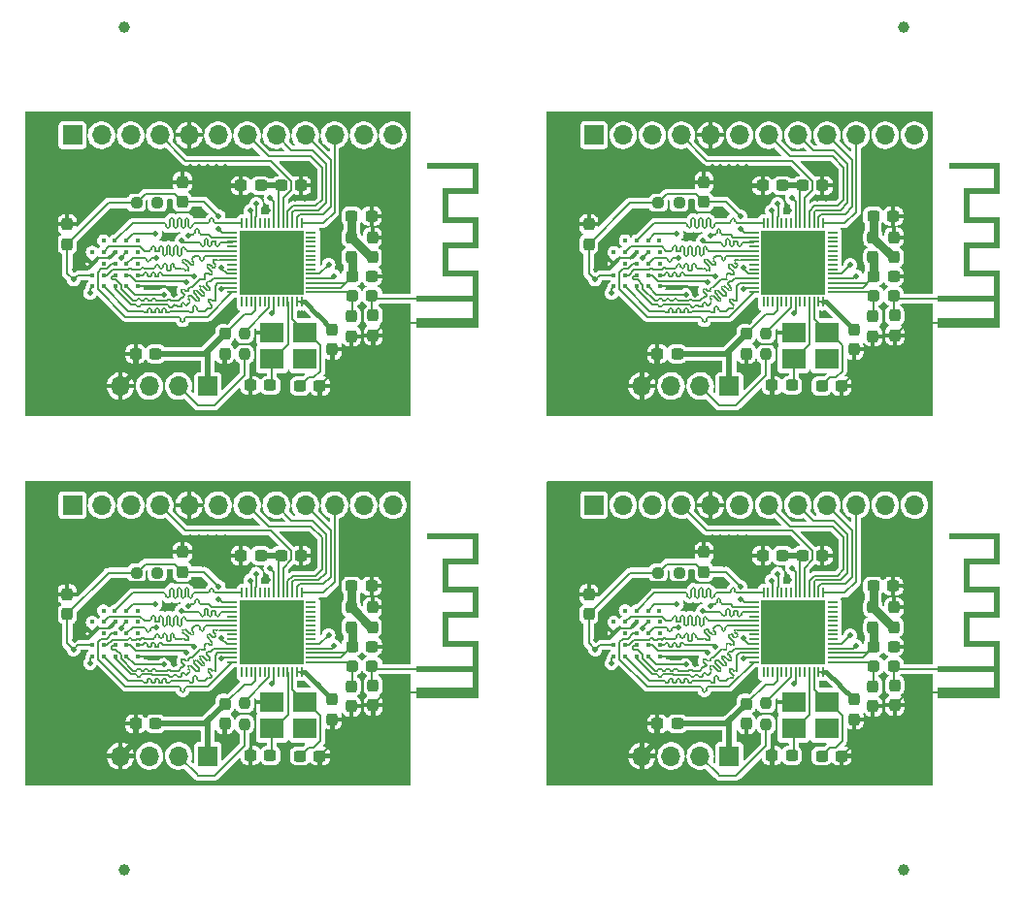
<source format=gtl>
G04 #@! TF.GenerationSoftware,KiCad,Pcbnew,6.0.7-f9a2dced07~116~ubuntu22.04.1*
G04 #@! TF.CreationDate,2022-09-03T23:27:29+10:00*
G04 #@! TF.ProjectId,panel,70616e65-6c2e-46b6-9963-61645f706362,rev?*
G04 #@! TF.SameCoordinates,Original*
G04 #@! TF.FileFunction,Copper,L1,Top*
G04 #@! TF.FilePolarity,Positive*
%FSLAX46Y46*%
G04 Gerber Fmt 4.6, Leading zero omitted, Abs format (unit mm)*
G04 Created by KiCad (PCBNEW 6.0.7-f9a2dced07~116~ubuntu22.04.1) date 2022-09-03 23:27:29*
%MOMM*%
%LPD*%
G01*
G04 APERTURE LIST*
G04 Aperture macros list*
%AMRoundRect*
0 Rectangle with rounded corners*
0 $1 Rounding radius*
0 $2 $3 $4 $5 $6 $7 $8 $9 X,Y pos of 4 corners*
0 Add a 4 corners polygon primitive as box body*
4,1,4,$2,$3,$4,$5,$6,$7,$8,$9,$2,$3,0*
0 Add four circle primitives for the rounded corners*
1,1,$1+$1,$2,$3*
1,1,$1+$1,$4,$5*
1,1,$1+$1,$6,$7*
1,1,$1+$1,$8,$9*
0 Add four rect primitives between the rounded corners*
20,1,$1+$1,$2,$3,$4,$5,0*
20,1,$1+$1,$4,$5,$6,$7,0*
20,1,$1+$1,$6,$7,$8,$9,0*
20,1,$1+$1,$8,$9,$2,$3,0*%
G04 Aperture macros list end*
G04 #@! TA.AperFunction,SMDPad,CuDef*
%ADD10RoundRect,0.237500X0.237500X-0.300000X0.237500X0.300000X-0.237500X0.300000X-0.237500X-0.300000X0*%
G04 #@! TD*
G04 #@! TA.AperFunction,SMDPad,CuDef*
%ADD11RoundRect,0.050000X0.387500X0.050000X-0.387500X0.050000X-0.387500X-0.050000X0.387500X-0.050000X0*%
G04 #@! TD*
G04 #@! TA.AperFunction,SMDPad,CuDef*
%ADD12RoundRect,0.050000X0.050000X0.387500X-0.050000X0.387500X-0.050000X-0.387500X0.050000X-0.387500X0*%
G04 #@! TD*
G04 #@! TA.AperFunction,SMDPad,CuDef*
%ADD13R,5.600000X5.600000*%
G04 #@! TD*
G04 #@! TA.AperFunction,SMDPad,CuDef*
%ADD14C,0.400000*%
G04 #@! TD*
G04 #@! TA.AperFunction,SMDPad,CuDef*
%ADD15RoundRect,0.237500X-0.300000X-0.237500X0.300000X-0.237500X0.300000X0.237500X-0.300000X0.237500X0*%
G04 #@! TD*
G04 #@! TA.AperFunction,SMDPad,CuDef*
%ADD16RoundRect,0.237500X0.237500X-0.250000X0.237500X0.250000X-0.237500X0.250000X-0.237500X-0.250000X0*%
G04 #@! TD*
G04 #@! TA.AperFunction,SMDPad,CuDef*
%ADD17RoundRect,0.237500X-0.237500X0.300000X-0.237500X-0.300000X0.237500X-0.300000X0.237500X0.300000X0*%
G04 #@! TD*
G04 #@! TA.AperFunction,SMDPad,CuDef*
%ADD18RoundRect,0.237500X-0.287500X-0.237500X0.287500X-0.237500X0.287500X0.237500X-0.287500X0.237500X0*%
G04 #@! TD*
G04 #@! TA.AperFunction,SMDPad,CuDef*
%ADD19R,2.100000X1.800000*%
G04 #@! TD*
G04 #@! TA.AperFunction,SMDPad,CuDef*
%ADD20RoundRect,0.237500X-0.237500X0.287500X-0.237500X-0.287500X0.237500X-0.287500X0.237500X0.287500X0*%
G04 #@! TD*
G04 #@! TA.AperFunction,SMDPad,CuDef*
%ADD21RoundRect,0.237500X0.300000X0.237500X-0.300000X0.237500X-0.300000X-0.237500X0.300000X-0.237500X0*%
G04 #@! TD*
G04 #@! TA.AperFunction,ConnectorPad*
%ADD22R,0.500000X0.500000*%
G04 #@! TD*
G04 #@! TA.AperFunction,ComponentPad*
%ADD23R,0.500000X0.900000*%
G04 #@! TD*
G04 #@! TA.AperFunction,SMDPad,CuDef*
%ADD24RoundRect,0.237500X0.250000X0.237500X-0.250000X0.237500X-0.250000X-0.237500X0.250000X-0.237500X0*%
G04 #@! TD*
G04 #@! TA.AperFunction,ComponentPad*
%ADD25R,1.700000X1.700000*%
G04 #@! TD*
G04 #@! TA.AperFunction,ComponentPad*
%ADD26O,1.700000X1.700000*%
G04 #@! TD*
G04 #@! TA.AperFunction,SMDPad,CuDef*
%ADD27C,1.000000*%
G04 #@! TD*
G04 #@! TA.AperFunction,ViaPad*
%ADD28C,0.500000*%
G04 #@! TD*
G04 #@! TA.AperFunction,ViaPad*
%ADD29C,0.600000*%
G04 #@! TD*
G04 #@! TA.AperFunction,Conductor*
%ADD30C,0.180000*%
G04 #@! TD*
G04 #@! TA.AperFunction,Conductor*
%ADD31C,0.381000*%
G04 #@! TD*
G04 #@! TA.AperFunction,Conductor*
%ADD32C,0.508000*%
G04 #@! TD*
G04 #@! TA.AperFunction,Conductor*
%ADD33C,0.762000*%
G04 #@! TD*
G04 #@! TA.AperFunction,Conductor*
%ADD34C,0.152400*%
G04 #@! TD*
G04 #@! TA.AperFunction,Conductor*
%ADD35C,0.203200*%
G04 #@! TD*
G04 #@! TA.AperFunction,Conductor*
%ADD36C,0.130000*%
G04 #@! TD*
G04 APERTURE END LIST*
G04 #@! TO.C,AE1*
G36*
X49470000Y-77690000D02*
G01*
X54370000Y-77690000D01*
X54370000Y-76290000D01*
X49470000Y-76290000D01*
X49470000Y-75790000D01*
X54370000Y-75790000D01*
X54370000Y-74090000D01*
X51730000Y-74090000D01*
X51730000Y-71090000D01*
X54370000Y-71090000D01*
X54370000Y-69390000D01*
X51730000Y-69390000D01*
X51730000Y-66390000D01*
X54370000Y-66390000D01*
X54370000Y-64690000D01*
X50430000Y-64690000D01*
X50430000Y-64190000D01*
X54870000Y-64190000D01*
X54870000Y-66890000D01*
X52230000Y-66890000D01*
X52230000Y-68890000D01*
X54870000Y-68890000D01*
X54870000Y-71590000D01*
X52230000Y-71590000D01*
X52230000Y-73590000D01*
X54870000Y-73590000D01*
X54870000Y-78590000D01*
X49470000Y-78590000D01*
X49470000Y-78165156D01*
X49573957Y-78165156D01*
X49586065Y-78207819D01*
X49590419Y-78215731D01*
X49623203Y-78253674D01*
X49665605Y-78277742D01*
X49713215Y-78287583D01*
X49761622Y-78282847D01*
X49806416Y-78263185D01*
X49843186Y-78228245D01*
X49860092Y-78195353D01*
X49867982Y-78147267D01*
X49861408Y-78097682D01*
X49841313Y-78052372D01*
X49808643Y-78017112D01*
X49776417Y-78000218D01*
X49728158Y-77991778D01*
X49678632Y-77998309D01*
X49633447Y-78018868D01*
X49598213Y-78052511D01*
X49587600Y-78071122D01*
X49574700Y-78116637D01*
X49573957Y-78165156D01*
X49470000Y-78165156D01*
X49470000Y-77690000D01*
G37*
G36*
X94970000Y-45390000D02*
G01*
X99870000Y-45390000D01*
X99870000Y-43990000D01*
X94970000Y-43990000D01*
X94970000Y-43490000D01*
X99870000Y-43490000D01*
X99870000Y-41790000D01*
X97230000Y-41790000D01*
X97230000Y-38790000D01*
X99870000Y-38790000D01*
X99870000Y-37090000D01*
X97230000Y-37090000D01*
X97230000Y-34090000D01*
X99870000Y-34090000D01*
X99870000Y-32390000D01*
X95930000Y-32390000D01*
X95930000Y-31890000D01*
X100370000Y-31890000D01*
X100370000Y-34590000D01*
X97730000Y-34590000D01*
X97730000Y-36590000D01*
X100370000Y-36590000D01*
X100370000Y-39290000D01*
X97730000Y-39290000D01*
X97730000Y-41290000D01*
X100370000Y-41290000D01*
X100370000Y-46290000D01*
X94970000Y-46290000D01*
X94970000Y-45865156D01*
X95073957Y-45865156D01*
X95086065Y-45907819D01*
X95090419Y-45915731D01*
X95123203Y-45953674D01*
X95165605Y-45977742D01*
X95213215Y-45987583D01*
X95261622Y-45982847D01*
X95306416Y-45963185D01*
X95343186Y-45928245D01*
X95360092Y-45895353D01*
X95367982Y-45847267D01*
X95361408Y-45797682D01*
X95341313Y-45752372D01*
X95308643Y-45717112D01*
X95276417Y-45700218D01*
X95228158Y-45691778D01*
X95178632Y-45698309D01*
X95133447Y-45718868D01*
X95098213Y-45752511D01*
X95087600Y-45771122D01*
X95074700Y-45816637D01*
X95073957Y-45865156D01*
X94970000Y-45865156D01*
X94970000Y-45390000D01*
G37*
G36*
X94970000Y-77690000D02*
G01*
X99870000Y-77690000D01*
X99870000Y-76290000D01*
X94970000Y-76290000D01*
X94970000Y-75790000D01*
X99870000Y-75790000D01*
X99870000Y-74090000D01*
X97230000Y-74090000D01*
X97230000Y-71090000D01*
X99870000Y-71090000D01*
X99870000Y-69390000D01*
X97230000Y-69390000D01*
X97230000Y-66390000D01*
X99870000Y-66390000D01*
X99870000Y-64690000D01*
X95930000Y-64690000D01*
X95930000Y-64190000D01*
X100370000Y-64190000D01*
X100370000Y-66890000D01*
X97730000Y-66890000D01*
X97730000Y-68890000D01*
X100370000Y-68890000D01*
X100370000Y-71590000D01*
X97730000Y-71590000D01*
X97730000Y-73590000D01*
X100370000Y-73590000D01*
X100370000Y-78590000D01*
X94970000Y-78590000D01*
X94970000Y-78165156D01*
X95073957Y-78165156D01*
X95086065Y-78207819D01*
X95090419Y-78215731D01*
X95123203Y-78253674D01*
X95165605Y-78277742D01*
X95213215Y-78287583D01*
X95261622Y-78282847D01*
X95306416Y-78263185D01*
X95343186Y-78228245D01*
X95360092Y-78195353D01*
X95367982Y-78147267D01*
X95361408Y-78097682D01*
X95341313Y-78052372D01*
X95308643Y-78017112D01*
X95276417Y-78000218D01*
X95228158Y-77991778D01*
X95178632Y-77998309D01*
X95133447Y-78018868D01*
X95098213Y-78052511D01*
X95087600Y-78071122D01*
X95074700Y-78116637D01*
X95073957Y-78165156D01*
X94970000Y-78165156D01*
X94970000Y-77690000D01*
G37*
G36*
X49470000Y-45390000D02*
G01*
X54370000Y-45390000D01*
X54370000Y-43990000D01*
X49470000Y-43990000D01*
X49470000Y-43490000D01*
X54370000Y-43490000D01*
X54370000Y-41790000D01*
X51730000Y-41790000D01*
X51730000Y-38790000D01*
X54370000Y-38790000D01*
X54370000Y-37090000D01*
X51730000Y-37090000D01*
X51730000Y-34090000D01*
X54370000Y-34090000D01*
X54370000Y-32390000D01*
X50430000Y-32390000D01*
X50430000Y-31890000D01*
X54870000Y-31890000D01*
X54870000Y-34590000D01*
X52230000Y-34590000D01*
X52230000Y-36590000D01*
X54870000Y-36590000D01*
X54870000Y-39290000D01*
X52230000Y-39290000D01*
X52230000Y-41290000D01*
X54870000Y-41290000D01*
X54870000Y-46290000D01*
X49470000Y-46290000D01*
X49470000Y-45865156D01*
X49573957Y-45865156D01*
X49586065Y-45907819D01*
X49590419Y-45915731D01*
X49623203Y-45953674D01*
X49665605Y-45977742D01*
X49713215Y-45987583D01*
X49761622Y-45982847D01*
X49806416Y-45963185D01*
X49843186Y-45928245D01*
X49860092Y-45895353D01*
X49867982Y-45847267D01*
X49861408Y-45797682D01*
X49841313Y-45752372D01*
X49808643Y-45717112D01*
X49776417Y-45700218D01*
X49728158Y-45691778D01*
X49678632Y-45698309D01*
X49633447Y-45718868D01*
X49598213Y-45752511D01*
X49587600Y-45771122D01*
X49574700Y-45816637D01*
X49573957Y-45865156D01*
X49470000Y-45865156D01*
X49470000Y-45390000D01*
G37*
G04 #@! TD*
D10*
G04 #@! TO.P,C10,1*
G04 #@! TO.N,Board_0-GND*
X42140000Y-48152500D03*
G04 #@! TO.P,C10,2*
G04 #@! TO.N,Board_0-+3.3V*
X42140000Y-46427500D03*
G04 #@! TD*
D11*
G04 #@! TO.P,U1,1,LNA_IN/RF*
G04 #@! TO.N,Board_3-RF*
X85777500Y-75460000D03*
G04 #@! TO.P,U1,2,VDD3P3*
G04 #@! TO.N,Board_3-VDD3P3*
X85777500Y-75060000D03*
G04 #@! TO.P,U1,3,VDD3P3*
X85777500Y-74660000D03*
G04 #@! TO.P,U1,4,CHIP_PU/RESET*
G04 #@! TO.N,Board_3-EN*
X85777500Y-74260000D03*
G04 #@! TO.P,U1,5,GPIO0/BOOT*
G04 #@! TO.N,Board_3-GPIO0*
X85777500Y-73860000D03*
G04 #@! TO.P,U1,6,GPIO1/ADC1_CH0*
G04 #@! TO.N,Board_3-unconnected-(U1-Pad6)*
X85777500Y-73460000D03*
G04 #@! TO.P,U1,7,GPIO2/ADC1_CH1*
G04 #@! TO.N,Board_3-unconnected-(U1-Pad7)*
X85777500Y-73060000D03*
G04 #@! TO.P,U1,8,GPIO3/ADC1_CH2*
G04 #@! TO.N,Board_3-unconnected-(U1-Pad8)*
X85777500Y-72660000D03*
G04 #@! TO.P,U1,9,GPIO4/ADC1_CH3*
G04 #@! TO.N,Board_3-unconnected-(U1-Pad9)*
X85777500Y-72260000D03*
G04 #@! TO.P,U1,10,GPIO5/ADC1_CH4*
G04 #@! TO.N,Board_3-unconnected-(U1-Pad10)*
X85777500Y-71860000D03*
G04 #@! TO.P,U1,11,GPIO6/ADC1_CH5*
G04 #@! TO.N,Board_3-unconnected-(U1-Pad11)*
X85777500Y-71460000D03*
G04 #@! TO.P,U1,12,GPIO7/ADC1_CH6*
G04 #@! TO.N,Board_3-unconnected-(U1-Pad12)*
X85777500Y-71060000D03*
G04 #@! TO.P,U1,13,GPIO8/ADC1_CH7*
G04 #@! TO.N,Board_3-unconnected-(U1-Pad13)*
X85777500Y-70660000D03*
G04 #@! TO.P,U1,14,GPIO9/ADC1_CH8*
G04 #@! TO.N,Board_3-unconnected-(U1-Pad14)*
X85777500Y-70260000D03*
D12*
G04 #@! TO.P,U1,15,GPIO10/ADC1_CH9*
G04 #@! TO.N,Board_3-GPIO10*
X84940000Y-69422500D03*
G04 #@! TO.P,U1,16,GPIO11/ADC2_CH0*
G04 #@! TO.N,Board_3-GPIO11*
X84540000Y-69422500D03*
G04 #@! TO.P,U1,17,GPIO12/ADC2_CH1*
G04 #@! TO.N,Board_3-GPIO12*
X84140000Y-69422500D03*
G04 #@! TO.P,U1,18,GPIO13/ADC2_CH2*
G04 #@! TO.N,Board_3-GPIO13*
X83740000Y-69422500D03*
G04 #@! TO.P,U1,19,GPIO14/ADC2_CH3*
G04 #@! TO.N,Board_3-GPIO14*
X83340000Y-69422500D03*
G04 #@! TO.P,U1,20,VDD3P3_RTC*
G04 #@! TO.N,Board_3-+3.3V*
X82940000Y-69422500D03*
G04 #@! TO.P,U1,21,GPIO15/ADC2_CH4/XTAL_32K_P*
G04 #@! TO.N,Board_3-GPIO15*
X82540000Y-69422500D03*
G04 #@! TO.P,U1,22,GPIO16/ADC2_CH5/XTAL_32K_N*
G04 #@! TO.N,Board_3-unconnected-(U1-Pad22)*
X82140000Y-69422500D03*
G04 #@! TO.P,U1,23,GPIO17/ADC2_CH6/DAC_2*
G04 #@! TO.N,Board_3-unconnected-(U1-Pad23)*
X81740000Y-69422500D03*
G04 #@! TO.P,U1,24,GPIO18/ADC2_CH7/DAC_1*
G04 #@! TO.N,Board_3-unconnected-(U1-Pad24)*
X81340000Y-69422500D03*
G04 #@! TO.P,U1,25,GPIO19/USB_D-/ADC2_CH8*
G04 #@! TO.N,Board_3-GPIO19*
X80940000Y-69422500D03*
G04 #@! TO.P,U1,26,GPIO20/USB_D+/ADC2_CH9*
G04 #@! TO.N,Board_3-GPIO20*
X80540000Y-69422500D03*
G04 #@! TO.P,U1,27,GPIO21*
G04 #@! TO.N,Board_3-unconnected-(U1-Pad27)*
X80140000Y-69422500D03*
G04 #@! TO.P,U1,28,SPI_CS1/GPIO26*
G04 #@! TO.N,Board_3-SPICS1*
X79740000Y-69422500D03*
D11*
G04 #@! TO.P,U1,29,VDD_SPI*
G04 #@! TO.N,Board_3-VDD_SPI*
X78902500Y-70260000D03*
G04 #@! TO.P,U1,30,SPIHD/GPIO27*
G04 #@! TO.N,Board_3-SPIHD*
X78902500Y-70660000D03*
G04 #@! TO.P,U1,31,SPIWP/GPIO28*
G04 #@! TO.N,Board_3-SPIWP*
X78902500Y-71060000D03*
G04 #@! TO.P,U1,32,SPICS0/GPIO29*
G04 #@! TO.N,Board_3-unconnected-(U1-Pad32)*
X78902500Y-71460000D03*
G04 #@! TO.P,U1,33,SPICLK/GPIO30*
G04 #@! TO.N,Board_3-SPICLK*
X78902500Y-71860000D03*
G04 #@! TO.P,U1,34,SPIQ/GPIO31*
G04 #@! TO.N,Board_3-SPIQ*
X78902500Y-72260000D03*
G04 #@! TO.P,U1,35,SPID/GPIO32*
G04 #@! TO.N,Board_3-SPID*
X78902500Y-72660000D03*
G04 #@! TO.P,U1,36,SPICLK_N/GPIO48*
G04 #@! TO.N,Board_3-unconnected-(U1-Pad36)*
X78902500Y-73060000D03*
G04 #@! TO.P,U1,37,SPICLK_P/GPIO47*
G04 #@! TO.N,Board_3-unconnected-(U1-Pad37)*
X78902500Y-73460000D03*
G04 #@! TO.P,U1,38,GPIO33*
G04 #@! TO.N,Board_3-SPI_IO4*
X78902500Y-73860000D03*
G04 #@! TO.P,U1,39,GPIO34*
G04 #@! TO.N,Board_3-SPI_IO5*
X78902500Y-74260000D03*
G04 #@! TO.P,U1,40,GPIO35*
G04 #@! TO.N,Board_3-SPI_IO6*
X78902500Y-74660000D03*
G04 #@! TO.P,U1,41,GPIO36*
G04 #@! TO.N,Board_3-SPI_IO7*
X78902500Y-75060000D03*
G04 #@! TO.P,U1,42,GPIO37*
G04 #@! TO.N,Board_3-SPI_DQS*
X78902500Y-75460000D03*
D12*
G04 #@! TO.P,U1,43,GPIO38*
G04 #@! TO.N,Board_3-unconnected-(U1-Pad43)*
X79740000Y-76297500D03*
G04 #@! TO.P,U1,44,MTCK/JTAG/GPIO39*
G04 #@! TO.N,Board_3-unconnected-(U1-Pad44)*
X80140000Y-76297500D03*
G04 #@! TO.P,U1,45,MTDO/JTAG/GPIO40*
G04 #@! TO.N,Board_3-unconnected-(U1-Pad45)*
X80540000Y-76297500D03*
G04 #@! TO.P,U1,46,VDD3P3_CPU*
G04 #@! TO.N,Board_3-+3.3V*
X80940000Y-76297500D03*
G04 #@! TO.P,U1,47,MTDI/JTAG/GPIO41*
G04 #@! TO.N,Board_3-unconnected-(U1-Pad47)*
X81340000Y-76297500D03*
G04 #@! TO.P,U1,48,MTMS/JTAG/GPIO42*
G04 #@! TO.N,Board_3-unconnected-(U1-Pad48)*
X81740000Y-76297500D03*
G04 #@! TO.P,U1,49,U0TXD/PROG/GPIO43*
G04 #@! TO.N,Board_3-Net-(R3-Pad2)*
X82140000Y-76297500D03*
G04 #@! TO.P,U1,50,U0RXD/PROG/GPIO44*
G04 #@! TO.N,Board_3-RxD*
X82540000Y-76297500D03*
G04 #@! TO.P,U1,51,GPIO45*
G04 #@! TO.N,Board_3-unconnected-(U1-Pad51)*
X82940000Y-76297500D03*
G04 #@! TO.P,U1,52,GPIO46*
G04 #@! TO.N,Board_3-unconnected-(U1-Pad52)*
X83340000Y-76297500D03*
G04 #@! TO.P,U1,53,XTAL_N*
G04 #@! TO.N,Board_3-XTAL_N*
X83740000Y-76297500D03*
G04 #@! TO.P,U1,54,XTAL_P*
G04 #@! TO.N,Board_3-XTAL_P*
X84140000Y-76297500D03*
G04 #@! TO.P,U1,55,VDDA*
G04 #@! TO.N,Board_3-+3.3V*
X84540000Y-76297500D03*
G04 #@! TO.P,U1,56,VDDA*
X84940000Y-76297500D03*
D13*
G04 #@! TO.P,U1,57,GND*
G04 #@! TO.N,Board_3-GND*
X82340000Y-72860000D03*
G04 #@! TD*
D14*
G04 #@! TO.P,U2,A2,NC*
G04 #@! TO.N,Board_1-unconnected-(U2-PadA2)*
X67675744Y-38655744D03*
G04 #@! TO.P,U2,A3,/CE*
G04 #@! TO.N,Board_1-SPICS1*
X68675744Y-38655744D03*
G04 #@! TO.P,U2,A4,/RST*
G04 #@! TO.N,Board_1-Net-(R2-Pad1)*
X69675744Y-38655744D03*
G04 #@! TO.P,U2,A5,NC*
G04 #@! TO.N,Board_1-unconnected-(U2-PadA5)*
X70675744Y-38655744D03*
G04 #@! TO.P,U2,B1,NC*
G04 #@! TO.N,Board_1-unconnected-(U2-PadB1)*
X66680000Y-39660000D03*
G04 #@! TO.P,U2,B2,CLK*
G04 #@! TO.N,Board_1-SPICLK*
X67680000Y-39660000D03*
G04 #@! TO.P,U2,B3,VSS*
G04 #@! TO.N,Board_1-GND*
X68680000Y-39660000D03*
G04 #@! TO.P,U2,B4,VDD*
G04 #@! TO.N,Board_1-VDD_SPI*
X69680000Y-39660000D03*
G04 #@! TO.P,U2,B5,NC*
G04 #@! TO.N,Board_1-unconnected-(U2-PadB5)*
X70680000Y-39660000D03*
G04 #@! TO.P,U2,C1,VSSQ*
G04 #@! TO.N,Board_1-GND*
X66680000Y-40660000D03*
G04 #@! TO.P,U2,C2,NC*
G04 #@! TO.N,Board_1-unconnected-(U2-PadC2)*
X67680000Y-40660000D03*
G04 #@! TO.P,U2,C3,DQS_DM*
G04 #@! TO.N,Board_1-SPI_DQS*
X68680000Y-40660000D03*
G04 #@! TO.P,U2,C4,ADQ2*
G04 #@! TO.N,Board_1-SPIWP*
X69680000Y-40660000D03*
G04 #@! TO.P,U2,C5,NC*
G04 #@! TO.N,Board_1-unconnected-(U2-PadC5)*
X70680000Y-40660000D03*
G04 #@! TO.P,U2,D1,VDDQ*
G04 #@! TO.N,Board_1-VDD_SPI*
X66680000Y-41660000D03*
G04 #@! TO.P,U2,D2,ADQ1*
G04 #@! TO.N,Board_1-SPIQ*
X67680000Y-41660000D03*
G04 #@! TO.P,U2,D3,ADQ0*
G04 #@! TO.N,Board_1-SPID*
X68680000Y-41660000D03*
G04 #@! TO.P,U2,D4,ADQ3*
G04 #@! TO.N,Board_1-SPIHD*
X69680000Y-41660000D03*
G04 #@! TO.P,U2,D5,ADQ4*
G04 #@! TO.N,Board_1-SPI_IO4*
X70680000Y-41660000D03*
G04 #@! TO.P,U2,E1,ADQ7*
G04 #@! TO.N,Board_1-SPI_IO7*
X66680000Y-42660000D03*
G04 #@! TO.P,U2,E2,ADQ6*
G04 #@! TO.N,Board_1-SPI_IO6*
X67680000Y-42660000D03*
G04 #@! TO.P,U2,E3,ADQ5*
G04 #@! TO.N,Board_1-SPI_IO5*
X68680000Y-42660000D03*
G04 #@! TO.P,U2,E4,VDDQ*
G04 #@! TO.N,Board_1-VDD_SPI*
X69680000Y-42660000D03*
G04 #@! TO.P,U2,E5,VSSQ*
G04 #@! TO.N,Board_1-GND*
X70680000Y-42660000D03*
G04 #@! TD*
D15*
G04 #@! TO.P,C4,1*
G04 #@! TO.N,Board_2-+3.3V*
X37667500Y-66150000D03*
G04 #@! TO.P,C4,2*
G04 #@! TO.N,Board_2-GND*
X39392500Y-66150000D03*
G04 #@! TD*
D16*
G04 #@! TO.P,R3,1*
G04 #@! TO.N,Board_2-TxD*
X34470000Y-80892500D03*
G04 #@! TO.P,R3,2*
G04 #@! TO.N,Board_2-Net-(R3-Pad2)*
X34470000Y-79067500D03*
G04 #@! TD*
D17*
G04 #@! TO.P,C5,1*
G04 #@! TO.N,Board_3-+3.3V*
X78250000Y-79107500D03*
G04 #@! TO.P,C5,2*
G04 #@! TO.N,Board_3-GND*
X78250000Y-80832500D03*
G04 #@! TD*
D11*
G04 #@! TO.P,U1,1,LNA_IN/RF*
G04 #@! TO.N,Board_2-RF*
X40277500Y-75460000D03*
G04 #@! TO.P,U1,2,VDD3P3*
G04 #@! TO.N,Board_2-VDD3P3*
X40277500Y-75060000D03*
G04 #@! TO.P,U1,3,VDD3P3*
X40277500Y-74660000D03*
G04 #@! TO.P,U1,4,CHIP_PU/RESET*
G04 #@! TO.N,Board_2-EN*
X40277500Y-74260000D03*
G04 #@! TO.P,U1,5,GPIO0/BOOT*
G04 #@! TO.N,Board_2-GPIO0*
X40277500Y-73860000D03*
G04 #@! TO.P,U1,6,GPIO1/ADC1_CH0*
G04 #@! TO.N,Board_2-unconnected-(U1-Pad6)*
X40277500Y-73460000D03*
G04 #@! TO.P,U1,7,GPIO2/ADC1_CH1*
G04 #@! TO.N,Board_2-unconnected-(U1-Pad7)*
X40277500Y-73060000D03*
G04 #@! TO.P,U1,8,GPIO3/ADC1_CH2*
G04 #@! TO.N,Board_2-unconnected-(U1-Pad8)*
X40277500Y-72660000D03*
G04 #@! TO.P,U1,9,GPIO4/ADC1_CH3*
G04 #@! TO.N,Board_2-unconnected-(U1-Pad9)*
X40277500Y-72260000D03*
G04 #@! TO.P,U1,10,GPIO5/ADC1_CH4*
G04 #@! TO.N,Board_2-unconnected-(U1-Pad10)*
X40277500Y-71860000D03*
G04 #@! TO.P,U1,11,GPIO6/ADC1_CH5*
G04 #@! TO.N,Board_2-unconnected-(U1-Pad11)*
X40277500Y-71460000D03*
G04 #@! TO.P,U1,12,GPIO7/ADC1_CH6*
G04 #@! TO.N,Board_2-unconnected-(U1-Pad12)*
X40277500Y-71060000D03*
G04 #@! TO.P,U1,13,GPIO8/ADC1_CH7*
G04 #@! TO.N,Board_2-unconnected-(U1-Pad13)*
X40277500Y-70660000D03*
G04 #@! TO.P,U1,14,GPIO9/ADC1_CH8*
G04 #@! TO.N,Board_2-unconnected-(U1-Pad14)*
X40277500Y-70260000D03*
D12*
G04 #@! TO.P,U1,15,GPIO10/ADC1_CH9*
G04 #@! TO.N,Board_2-GPIO10*
X39440000Y-69422500D03*
G04 #@! TO.P,U1,16,GPIO11/ADC2_CH0*
G04 #@! TO.N,Board_2-GPIO11*
X39040000Y-69422500D03*
G04 #@! TO.P,U1,17,GPIO12/ADC2_CH1*
G04 #@! TO.N,Board_2-GPIO12*
X38640000Y-69422500D03*
G04 #@! TO.P,U1,18,GPIO13/ADC2_CH2*
G04 #@! TO.N,Board_2-GPIO13*
X38240000Y-69422500D03*
G04 #@! TO.P,U1,19,GPIO14/ADC2_CH3*
G04 #@! TO.N,Board_2-GPIO14*
X37840000Y-69422500D03*
G04 #@! TO.P,U1,20,VDD3P3_RTC*
G04 #@! TO.N,Board_2-+3.3V*
X37440000Y-69422500D03*
G04 #@! TO.P,U1,21,GPIO15/ADC2_CH4/XTAL_32K_P*
G04 #@! TO.N,Board_2-GPIO15*
X37040000Y-69422500D03*
G04 #@! TO.P,U1,22,GPIO16/ADC2_CH5/XTAL_32K_N*
G04 #@! TO.N,Board_2-unconnected-(U1-Pad22)*
X36640000Y-69422500D03*
G04 #@! TO.P,U1,23,GPIO17/ADC2_CH6/DAC_2*
G04 #@! TO.N,Board_2-unconnected-(U1-Pad23)*
X36240000Y-69422500D03*
G04 #@! TO.P,U1,24,GPIO18/ADC2_CH7/DAC_1*
G04 #@! TO.N,Board_2-unconnected-(U1-Pad24)*
X35840000Y-69422500D03*
G04 #@! TO.P,U1,25,GPIO19/USB_D-/ADC2_CH8*
G04 #@! TO.N,Board_2-GPIO19*
X35440000Y-69422500D03*
G04 #@! TO.P,U1,26,GPIO20/USB_D+/ADC2_CH9*
G04 #@! TO.N,Board_2-GPIO20*
X35040000Y-69422500D03*
G04 #@! TO.P,U1,27,GPIO21*
G04 #@! TO.N,Board_2-unconnected-(U1-Pad27)*
X34640000Y-69422500D03*
G04 #@! TO.P,U1,28,SPI_CS1/GPIO26*
G04 #@! TO.N,Board_2-SPICS1*
X34240000Y-69422500D03*
D11*
G04 #@! TO.P,U1,29,VDD_SPI*
G04 #@! TO.N,Board_2-VDD_SPI*
X33402500Y-70260000D03*
G04 #@! TO.P,U1,30,SPIHD/GPIO27*
G04 #@! TO.N,Board_2-SPIHD*
X33402500Y-70660000D03*
G04 #@! TO.P,U1,31,SPIWP/GPIO28*
G04 #@! TO.N,Board_2-SPIWP*
X33402500Y-71060000D03*
G04 #@! TO.P,U1,32,SPICS0/GPIO29*
G04 #@! TO.N,Board_2-unconnected-(U1-Pad32)*
X33402500Y-71460000D03*
G04 #@! TO.P,U1,33,SPICLK/GPIO30*
G04 #@! TO.N,Board_2-SPICLK*
X33402500Y-71860000D03*
G04 #@! TO.P,U1,34,SPIQ/GPIO31*
G04 #@! TO.N,Board_2-SPIQ*
X33402500Y-72260000D03*
G04 #@! TO.P,U1,35,SPID/GPIO32*
G04 #@! TO.N,Board_2-SPID*
X33402500Y-72660000D03*
G04 #@! TO.P,U1,36,SPICLK_N/GPIO48*
G04 #@! TO.N,Board_2-unconnected-(U1-Pad36)*
X33402500Y-73060000D03*
G04 #@! TO.P,U1,37,SPICLK_P/GPIO47*
G04 #@! TO.N,Board_2-unconnected-(U1-Pad37)*
X33402500Y-73460000D03*
G04 #@! TO.P,U1,38,GPIO33*
G04 #@! TO.N,Board_2-SPI_IO4*
X33402500Y-73860000D03*
G04 #@! TO.P,U1,39,GPIO34*
G04 #@! TO.N,Board_2-SPI_IO5*
X33402500Y-74260000D03*
G04 #@! TO.P,U1,40,GPIO35*
G04 #@! TO.N,Board_2-SPI_IO6*
X33402500Y-74660000D03*
G04 #@! TO.P,U1,41,GPIO36*
G04 #@! TO.N,Board_2-SPI_IO7*
X33402500Y-75060000D03*
G04 #@! TO.P,U1,42,GPIO37*
G04 #@! TO.N,Board_2-SPI_DQS*
X33402500Y-75460000D03*
D12*
G04 #@! TO.P,U1,43,GPIO38*
G04 #@! TO.N,Board_2-unconnected-(U1-Pad43)*
X34240000Y-76297500D03*
G04 #@! TO.P,U1,44,MTCK/JTAG/GPIO39*
G04 #@! TO.N,Board_2-unconnected-(U1-Pad44)*
X34640000Y-76297500D03*
G04 #@! TO.P,U1,45,MTDO/JTAG/GPIO40*
G04 #@! TO.N,Board_2-unconnected-(U1-Pad45)*
X35040000Y-76297500D03*
G04 #@! TO.P,U1,46,VDD3P3_CPU*
G04 #@! TO.N,Board_2-+3.3V*
X35440000Y-76297500D03*
G04 #@! TO.P,U1,47,MTDI/JTAG/GPIO41*
G04 #@! TO.N,Board_2-unconnected-(U1-Pad47)*
X35840000Y-76297500D03*
G04 #@! TO.P,U1,48,MTMS/JTAG/GPIO42*
G04 #@! TO.N,Board_2-unconnected-(U1-Pad48)*
X36240000Y-76297500D03*
G04 #@! TO.P,U1,49,U0TXD/PROG/GPIO43*
G04 #@! TO.N,Board_2-Net-(R3-Pad2)*
X36640000Y-76297500D03*
G04 #@! TO.P,U1,50,U0RXD/PROG/GPIO44*
G04 #@! TO.N,Board_2-RxD*
X37040000Y-76297500D03*
G04 #@! TO.P,U1,51,GPIO45*
G04 #@! TO.N,Board_2-unconnected-(U1-Pad51)*
X37440000Y-76297500D03*
G04 #@! TO.P,U1,52,GPIO46*
G04 #@! TO.N,Board_2-unconnected-(U1-Pad52)*
X37840000Y-76297500D03*
G04 #@! TO.P,U1,53,XTAL_N*
G04 #@! TO.N,Board_2-XTAL_N*
X38240000Y-76297500D03*
G04 #@! TO.P,U1,54,XTAL_P*
G04 #@! TO.N,Board_2-XTAL_P*
X38640000Y-76297500D03*
G04 #@! TO.P,U1,55,VDDA*
G04 #@! TO.N,Board_2-+3.3V*
X39040000Y-76297500D03*
G04 #@! TO.P,U1,56,VDDA*
X39440000Y-76297500D03*
D13*
G04 #@! TO.P,U1,57,GND*
G04 #@! TO.N,Board_2-GND*
X36840000Y-72860000D03*
G04 #@! TD*
D15*
G04 #@! TO.P,C13,1*
G04 #@! TO.N,Board_2-GND*
X34997500Y-83600000D03*
G04 #@! TO.P,C13,2*
G04 #@! TO.N,Board_2-XTAL_N*
X36722500Y-83600000D03*
G04 #@! TD*
D18*
G04 #@! TO.P,L2,1,1*
G04 #@! TO.N,Board_2-RF*
X43865000Y-75780000D03*
G04 #@! TO.P,L2,2,2*
G04 #@! TO.N,Board_2-Net-(AE1-Pad1)*
X45615000Y-75780000D03*
G04 #@! TD*
D10*
G04 #@! TO.P,C10,1*
G04 #@! TO.N,Board_2-GND*
X42140000Y-80452500D03*
G04 #@! TO.P,C10,2*
G04 #@! TO.N,Board_2-+3.3V*
X42140000Y-78727500D03*
G04 #@! TD*
D15*
G04 #@! TO.P,C8,1*
G04 #@! TO.N,Board_1-GND*
X79667500Y-33860000D03*
G04 #@! TO.P,C8,2*
G04 #@! TO.N,Board_1-+3.3V*
X81392500Y-33860000D03*
G04 #@! TD*
D14*
G04 #@! TO.P,U2,A2,NC*
G04 #@! TO.N,Board_0-unconnected-(U2-PadA2)*
X22175744Y-38655744D03*
G04 #@! TO.P,U2,A3,/CE*
G04 #@! TO.N,Board_0-SPICS1*
X23175744Y-38655744D03*
G04 #@! TO.P,U2,A4,/RST*
G04 #@! TO.N,Board_0-Net-(R2-Pad1)*
X24175744Y-38655744D03*
G04 #@! TO.P,U2,A5,NC*
G04 #@! TO.N,Board_0-unconnected-(U2-PadA5)*
X25175744Y-38655744D03*
G04 #@! TO.P,U2,B1,NC*
G04 #@! TO.N,Board_0-unconnected-(U2-PadB1)*
X21180000Y-39660000D03*
G04 #@! TO.P,U2,B2,CLK*
G04 #@! TO.N,Board_0-SPICLK*
X22180000Y-39660000D03*
G04 #@! TO.P,U2,B3,VSS*
G04 #@! TO.N,Board_0-GND*
X23180000Y-39660000D03*
G04 #@! TO.P,U2,B4,VDD*
G04 #@! TO.N,Board_0-VDD_SPI*
X24180000Y-39660000D03*
G04 #@! TO.P,U2,B5,NC*
G04 #@! TO.N,Board_0-unconnected-(U2-PadB5)*
X25180000Y-39660000D03*
G04 #@! TO.P,U2,C1,VSSQ*
G04 #@! TO.N,Board_0-GND*
X21180000Y-40660000D03*
G04 #@! TO.P,U2,C2,NC*
G04 #@! TO.N,Board_0-unconnected-(U2-PadC2)*
X22180000Y-40660000D03*
G04 #@! TO.P,U2,C3,DQS_DM*
G04 #@! TO.N,Board_0-SPI_DQS*
X23180000Y-40660000D03*
G04 #@! TO.P,U2,C4,ADQ2*
G04 #@! TO.N,Board_0-SPIWP*
X24180000Y-40660000D03*
G04 #@! TO.P,U2,C5,NC*
G04 #@! TO.N,Board_0-unconnected-(U2-PadC5)*
X25180000Y-40660000D03*
G04 #@! TO.P,U2,D1,VDDQ*
G04 #@! TO.N,Board_0-VDD_SPI*
X21180000Y-41660000D03*
G04 #@! TO.P,U2,D2,ADQ1*
G04 #@! TO.N,Board_0-SPIQ*
X22180000Y-41660000D03*
G04 #@! TO.P,U2,D3,ADQ0*
G04 #@! TO.N,Board_0-SPID*
X23180000Y-41660000D03*
G04 #@! TO.P,U2,D4,ADQ3*
G04 #@! TO.N,Board_0-SPIHD*
X24180000Y-41660000D03*
G04 #@! TO.P,U2,D5,ADQ4*
G04 #@! TO.N,Board_0-SPI_IO4*
X25180000Y-41660000D03*
G04 #@! TO.P,U2,E1,ADQ7*
G04 #@! TO.N,Board_0-SPI_IO7*
X21180000Y-42660000D03*
G04 #@! TO.P,U2,E2,ADQ6*
G04 #@! TO.N,Board_0-SPI_IO6*
X22180000Y-42660000D03*
G04 #@! TO.P,U2,E3,ADQ5*
G04 #@! TO.N,Board_0-SPI_IO5*
X23180000Y-42660000D03*
G04 #@! TO.P,U2,E4,VDDQ*
G04 #@! TO.N,Board_0-VDD_SPI*
X24180000Y-42660000D03*
G04 #@! TO.P,U2,E5,VSSQ*
G04 #@! TO.N,Board_0-GND*
X25180000Y-42660000D03*
G04 #@! TD*
D10*
G04 #@! TO.P,C15,1*
G04 #@! TO.N,Board_1-GND*
X89290000Y-47005000D03*
G04 #@! TO.P,C15,2*
G04 #@! TO.N,Board_1-RF*
X89290000Y-45280000D03*
G04 #@! TD*
D15*
G04 #@! TO.P,C4,1*
G04 #@! TO.N,Board_0-+3.3V*
X37667500Y-33850000D03*
G04 #@! TO.P,C4,2*
G04 #@! TO.N,Board_0-GND*
X39392500Y-33850000D03*
G04 #@! TD*
G04 #@! TO.P,C3,1*
G04 #@! TO.N,Board_2-VDD3P3*
X43857500Y-74090000D03*
G04 #@! TO.P,C3,2*
G04 #@! TO.N,Board_2-GND*
X45582500Y-74090000D03*
G04 #@! TD*
D10*
G04 #@! TO.P,C6,1*
G04 #@! TO.N,Board_3-VDD_SPI*
X74560000Y-67572500D03*
G04 #@! TO.P,C6,2*
G04 #@! TO.N,Board_3-GND*
X74560000Y-65847500D03*
G04 #@! TD*
D17*
G04 #@! TO.P,C5,1*
G04 #@! TO.N,Board_0-+3.3V*
X32750000Y-46807500D03*
G04 #@! TO.P,C5,2*
G04 #@! TO.N,Board_0-GND*
X32750000Y-48532500D03*
G04 #@! TD*
D16*
G04 #@! TO.P,R3,1*
G04 #@! TO.N,Board_0-TxD*
X34470000Y-48592500D03*
G04 #@! TO.P,R3,2*
G04 #@! TO.N,Board_0-Net-(R3-Pad2)*
X34470000Y-46767500D03*
G04 #@! TD*
D19*
G04 #@! TO.P,Y1,1,1*
G04 #@! TO.N,Board_0-XTAL_P*
X39770000Y-46670000D03*
G04 #@! TO.P,Y1,2,2*
G04 #@! TO.N,Board_0-GND*
X36870000Y-46670000D03*
G04 #@! TO.P,Y1,3,3*
G04 #@! TO.N,Board_0-XTAL_N*
X36870000Y-48970000D03*
G04 #@! TO.P,Y1,4,4*
G04 #@! TO.N,Board_0-GND*
X39770000Y-48970000D03*
G04 #@! TD*
D15*
G04 #@! TO.P,C8,1*
G04 #@! TO.N,Board_0-GND*
X34167500Y-33860000D03*
G04 #@! TO.P,C8,2*
G04 #@! TO.N,Board_0-+3.3V*
X35892500Y-33860000D03*
G04 #@! TD*
D20*
G04 #@! TO.P,L1,1,1*
G04 #@! TO.N,Board_1-+3.3V*
X89280000Y-38365000D03*
G04 #@! TO.P,L1,2,2*
G04 #@! TO.N,Board_1-VDD3P3*
X89280000Y-40115000D03*
G04 #@! TD*
D21*
G04 #@! TO.P,C11,1*
G04 #@! TO.N,Board_2-+3.3V*
X26712500Y-80840000D03*
G04 #@! TO.P,C11,2*
G04 #@! TO.N,Board_2-GND*
X24987500Y-80840000D03*
G04 #@! TD*
D17*
G04 #@! TO.P,C12,1*
G04 #@! TO.N,Board_3-Net-(AE1-Pad1)*
X91200000Y-77497500D03*
G04 #@! TO.P,C12,2*
G04 #@! TO.N,Board_3-GND*
X91200000Y-79222500D03*
G04 #@! TD*
D18*
G04 #@! TO.P,L2,1,1*
G04 #@! TO.N,Board_3-RF*
X89365000Y-75780000D03*
G04 #@! TO.P,L2,2,2*
G04 #@! TO.N,Board_3-Net-(AE1-Pad1)*
X91115000Y-75780000D03*
G04 #@! TD*
D15*
G04 #@! TO.P,C3,1*
G04 #@! TO.N,Board_3-VDD3P3*
X89357500Y-74090000D03*
G04 #@! TO.P,C3,2*
G04 #@! TO.N,Board_3-GND*
X91082500Y-74090000D03*
G04 #@! TD*
G04 #@! TO.P,C13,1*
G04 #@! TO.N,Board_0-GND*
X34997500Y-51300000D03*
G04 #@! TO.P,C13,2*
G04 #@! TO.N,Board_0-XTAL_N*
X36722500Y-51300000D03*
G04 #@! TD*
D22*
G04 #@! TO.P,AE1,1,A*
G04 #@! TO.N,Board_2-Net-(AE1-Pad1)*
X49720000Y-76040000D03*
D23*
G04 #@! TO.P,AE1,2,Shield*
G04 #@! TO.N,Board_2-GND*
X49720000Y-78140000D03*
G04 #@! TD*
D20*
G04 #@! TO.P,L1,1,1*
G04 #@! TO.N,Board_2-+3.3V*
X43780000Y-70665000D03*
G04 #@! TO.P,L1,2,2*
G04 #@! TO.N,Board_2-VDD3P3*
X43780000Y-72415000D03*
G04 #@! TD*
D19*
G04 #@! TO.P,Y1,1,1*
G04 #@! TO.N,Board_2-XTAL_P*
X39770000Y-78970000D03*
G04 #@! TO.P,Y1,2,2*
G04 #@! TO.N,Board_2-GND*
X36870000Y-78970000D03*
G04 #@! TO.P,Y1,3,3*
G04 #@! TO.N,Board_2-XTAL_N*
X36870000Y-81270000D03*
G04 #@! TO.P,Y1,4,4*
G04 #@! TO.N,Board_2-GND*
X39770000Y-81270000D03*
G04 #@! TD*
D17*
G04 #@! TO.P,C5,1*
G04 #@! TO.N,Board_1-+3.3V*
X78250000Y-46807500D03*
G04 #@! TO.P,C5,2*
G04 #@! TO.N,Board_1-GND*
X78250000Y-48532500D03*
G04 #@! TD*
D22*
G04 #@! TO.P,AE1,1,A*
G04 #@! TO.N,Board_1-Net-(AE1-Pad1)*
X95220000Y-43740000D03*
D23*
G04 #@! TO.P,AE1,2,Shield*
G04 #@! TO.N,Board_1-GND*
X95220000Y-45840000D03*
G04 #@! TD*
D10*
G04 #@! TO.P,C15,1*
G04 #@! TO.N,Board_2-GND*
X43790000Y-79305000D03*
G04 #@! TO.P,C15,2*
G04 #@! TO.N,Board_2-RF*
X43790000Y-77580000D03*
G04 #@! TD*
G04 #@! TO.P,C6,1*
G04 #@! TO.N,Board_0-VDD_SPI*
X29060000Y-35272500D03*
G04 #@! TO.P,C6,2*
G04 #@! TO.N,Board_0-GND*
X29060000Y-33547500D03*
G04 #@! TD*
D22*
G04 #@! TO.P,AE1,1,A*
G04 #@! TO.N,Board_3-Net-(AE1-Pad1)*
X95220000Y-76040000D03*
D23*
G04 #@! TO.P,AE1,2,Shield*
G04 #@! TO.N,Board_3-GND*
X95220000Y-78140000D03*
G04 #@! TD*
D15*
G04 #@! TO.P,C7,1*
G04 #@! TO.N,Board_1-+3.3V*
X89317500Y-36520000D03*
G04 #@! TO.P,C7,2*
G04 #@! TO.N,Board_1-GND*
X91042500Y-36520000D03*
G04 #@! TD*
D10*
G04 #@! TO.P,C6,1*
G04 #@! TO.N,Board_2-VDD_SPI*
X29060000Y-67572500D03*
G04 #@! TO.P,C6,2*
G04 #@! TO.N,Board_2-GND*
X29060000Y-65847500D03*
G04 #@! TD*
D20*
G04 #@! TO.P,L1,1,1*
G04 #@! TO.N,Board_0-+3.3V*
X43780000Y-38365000D03*
G04 #@! TO.P,L1,2,2*
G04 #@! TO.N,Board_0-VDD3P3*
X43780000Y-40115000D03*
G04 #@! TD*
D15*
G04 #@! TO.P,C14,1*
G04 #@! TO.N,Board_0-XTAL_P*
X39317500Y-51350000D03*
G04 #@! TO.P,C14,2*
G04 #@! TO.N,Board_0-GND*
X41042500Y-51350000D03*
G04 #@! TD*
D24*
G04 #@! TO.P,R2,1*
G04 #@! TO.N,Board_0-Net-(R2-Pad1)*
X26872500Y-35370000D03*
G04 #@! TO.P,R2,2*
G04 #@! TO.N,Board_0-VDD_SPI*
X25047500Y-35370000D03*
G04 #@! TD*
D15*
G04 #@! TO.P,C7,1*
G04 #@! TO.N,Board_3-+3.3V*
X89317500Y-68820000D03*
G04 #@! TO.P,C7,2*
G04 #@! TO.N,Board_3-GND*
X91042500Y-68820000D03*
G04 #@! TD*
D10*
G04 #@! TO.P,C15,1*
G04 #@! TO.N,Board_3-GND*
X89290000Y-79305000D03*
G04 #@! TO.P,C15,2*
G04 #@! TO.N,Board_3-RF*
X89290000Y-77580000D03*
G04 #@! TD*
D25*
G04 #@! TO.P,J2,1,Pin_1*
G04 #@! TO.N,Board_3-GPIO20*
X64960000Y-61750000D03*
D26*
G04 #@! TO.P,J2,2,Pin_2*
G04 #@! TO.N,Board_3-GPIO19*
X67500000Y-61750000D03*
G04 #@! TO.P,J2,3,Pin_3*
G04 #@! TO.N,Board_3-GPIO15*
X70040000Y-61750000D03*
G04 #@! TO.P,J2,4,Pin_4*
G04 #@! TO.N,Board_3-GPIO14*
X72580000Y-61750000D03*
G04 #@! TO.P,J2,5,Pin_5*
G04 #@! TO.N,Board_3-GND*
X75120000Y-61750000D03*
G04 #@! TO.P,J2,6,Pin_6*
G04 #@! TO.N,Board_3-+3.3V*
X77660000Y-61750000D03*
G04 #@! TO.P,J2,7,Pin_7*
G04 #@! TO.N,Board_3-GPIO13*
X80200000Y-61750000D03*
G04 #@! TO.P,J2,8,Pin_8*
G04 #@! TO.N,Board_3-GPIO12*
X82740000Y-61750000D03*
G04 #@! TO.P,J2,9,Pin_9*
G04 #@! TO.N,Board_3-GPIO11*
X85280000Y-61750000D03*
G04 #@! TO.P,J2,10,Pin_10*
G04 #@! TO.N,Board_3-GPIO10*
X87820000Y-61750000D03*
G04 #@! TO.P,J2,11,Pin_11*
G04 #@! TO.N,Board_3-GPIO0*
X90360000Y-61750000D03*
G04 #@! TO.P,J2,12,Pin_12*
G04 #@! TO.N,Board_3-EN*
X92900000Y-61750000D03*
G04 #@! TD*
D15*
G04 #@! TO.P,C14,1*
G04 #@! TO.N,Board_1-XTAL_P*
X84817500Y-51350000D03*
G04 #@! TO.P,C14,2*
G04 #@! TO.N,Board_1-GND*
X86542500Y-51350000D03*
G04 #@! TD*
D27*
G04 #@! TO.P,REF\u002A\u002A,*
G04 #@! TO.N,*
X92000000Y-20000000D03*
G04 #@! TD*
D15*
G04 #@! TO.P,C7,1*
G04 #@! TO.N,Board_2-+3.3V*
X43817500Y-68820000D03*
G04 #@! TO.P,C7,2*
G04 #@! TO.N,Board_2-GND*
X45542500Y-68820000D03*
G04 #@! TD*
G04 #@! TO.P,C13,1*
G04 #@! TO.N,Board_3-GND*
X80497500Y-83600000D03*
G04 #@! TO.P,C13,2*
G04 #@! TO.N,Board_3-XTAL_N*
X82222500Y-83600000D03*
G04 #@! TD*
D10*
G04 #@! TO.P,C15,1*
G04 #@! TO.N,Board_0-GND*
X43790000Y-47005000D03*
G04 #@! TO.P,C15,2*
G04 #@! TO.N,Board_0-RF*
X43790000Y-45280000D03*
G04 #@! TD*
D24*
G04 #@! TO.P,R2,1*
G04 #@! TO.N,Board_2-Net-(R2-Pad1)*
X26872500Y-67670000D03*
G04 #@! TO.P,R2,2*
G04 #@! TO.N,Board_2-VDD_SPI*
X25047500Y-67670000D03*
G04 #@! TD*
G04 #@! TO.P,R2,1*
G04 #@! TO.N,Board_3-Net-(R2-Pad1)*
X72372500Y-67670000D03*
G04 #@! TO.P,R2,2*
G04 #@! TO.N,Board_3-VDD_SPI*
X70547500Y-67670000D03*
G04 #@! TD*
D15*
G04 #@! TO.P,C3,1*
G04 #@! TO.N,Board_0-VDD3P3*
X43857500Y-41790000D03*
G04 #@! TO.P,C3,2*
G04 #@! TO.N,Board_0-GND*
X45582500Y-41790000D03*
G04 #@! TD*
D25*
G04 #@! TO.P,J2,1,Pin_1*
G04 #@! TO.N,Board_2-GPIO20*
X19460000Y-61750000D03*
D26*
G04 #@! TO.P,J2,2,Pin_2*
G04 #@! TO.N,Board_2-GPIO19*
X22000000Y-61750000D03*
G04 #@! TO.P,J2,3,Pin_3*
G04 #@! TO.N,Board_2-GPIO15*
X24540000Y-61750000D03*
G04 #@! TO.P,J2,4,Pin_4*
G04 #@! TO.N,Board_2-GPIO14*
X27080000Y-61750000D03*
G04 #@! TO.P,J2,5,Pin_5*
G04 #@! TO.N,Board_2-GND*
X29620000Y-61750000D03*
G04 #@! TO.P,J2,6,Pin_6*
G04 #@! TO.N,Board_2-+3.3V*
X32160000Y-61750000D03*
G04 #@! TO.P,J2,7,Pin_7*
G04 #@! TO.N,Board_2-GPIO13*
X34700000Y-61750000D03*
G04 #@! TO.P,J2,8,Pin_8*
G04 #@! TO.N,Board_2-GPIO12*
X37240000Y-61750000D03*
G04 #@! TO.P,J2,9,Pin_9*
G04 #@! TO.N,Board_2-GPIO11*
X39780000Y-61750000D03*
G04 #@! TO.P,J2,10,Pin_10*
G04 #@! TO.N,Board_2-GPIO10*
X42320000Y-61750000D03*
G04 #@! TO.P,J2,11,Pin_11*
G04 #@! TO.N,Board_2-GPIO0*
X44860000Y-61750000D03*
G04 #@! TO.P,J2,12,Pin_12*
G04 #@! TO.N,Board_2-EN*
X47400000Y-61750000D03*
G04 #@! TD*
D10*
G04 #@! TO.P,C1,1*
G04 #@! TO.N,Board_0-VDD_SPI*
X19010000Y-38962500D03*
G04 #@! TO.P,C1,2*
G04 #@! TO.N,Board_0-GND*
X19010000Y-37237500D03*
G04 #@! TD*
D19*
G04 #@! TO.P,Y1,1,1*
G04 #@! TO.N,Board_1-XTAL_P*
X85270000Y-46670000D03*
G04 #@! TO.P,Y1,2,2*
G04 #@! TO.N,Board_1-GND*
X82370000Y-46670000D03*
G04 #@! TO.P,Y1,3,3*
G04 #@! TO.N,Board_1-XTAL_N*
X82370000Y-48970000D03*
G04 #@! TO.P,Y1,4,4*
G04 #@! TO.N,Board_1-GND*
X85270000Y-48970000D03*
G04 #@! TD*
D17*
G04 #@! TO.P,C12,1*
G04 #@! TO.N,Board_1-Net-(AE1-Pad1)*
X91200000Y-45197500D03*
G04 #@! TO.P,C12,2*
G04 #@! TO.N,Board_1-GND*
X91200000Y-46922500D03*
G04 #@! TD*
D27*
G04 #@! TO.P,REF\u002A\u002A,*
G04 #@! TO.N,*
X92000000Y-93600000D03*
G04 #@! TD*
D10*
G04 #@! TO.P,C1,1*
G04 #@! TO.N,Board_1-VDD_SPI*
X64510000Y-38962500D03*
G04 #@! TO.P,C1,2*
G04 #@! TO.N,Board_1-GND*
X64510000Y-37237500D03*
G04 #@! TD*
D15*
G04 #@! TO.P,C14,1*
G04 #@! TO.N,Board_3-XTAL_P*
X84817500Y-83650000D03*
G04 #@! TO.P,C14,2*
G04 #@! TO.N,Board_3-GND*
X86542500Y-83650000D03*
G04 #@! TD*
D10*
G04 #@! TO.P,C1,1*
G04 #@! TO.N,Board_2-VDD_SPI*
X19010000Y-71262500D03*
G04 #@! TO.P,C1,2*
G04 #@! TO.N,Board_2-GND*
X19010000Y-69537500D03*
G04 #@! TD*
G04 #@! TO.P,C1,1*
G04 #@! TO.N,Board_3-VDD_SPI*
X64510000Y-71262500D03*
G04 #@! TO.P,C1,2*
G04 #@! TO.N,Board_3-GND*
X64510000Y-69537500D03*
G04 #@! TD*
D15*
G04 #@! TO.P,C4,1*
G04 #@! TO.N,Board_3-+3.3V*
X83167500Y-66150000D03*
G04 #@! TO.P,C4,2*
G04 #@! TO.N,Board_3-GND*
X84892500Y-66150000D03*
G04 #@! TD*
D17*
G04 #@! TO.P,C12,1*
G04 #@! TO.N,Board_2-Net-(AE1-Pad1)*
X45700000Y-77497500D03*
G04 #@! TO.P,C12,2*
G04 #@! TO.N,Board_2-GND*
X45700000Y-79222500D03*
G04 #@! TD*
D15*
G04 #@! TO.P,C8,1*
G04 #@! TO.N,Board_3-GND*
X79667500Y-66160000D03*
G04 #@! TO.P,C8,2*
G04 #@! TO.N,Board_3-+3.3V*
X81392500Y-66160000D03*
G04 #@! TD*
D10*
G04 #@! TO.P,C2,1*
G04 #@! TO.N,Board_3-+3.3V*
X91130000Y-72402500D03*
G04 #@! TO.P,C2,2*
G04 #@! TO.N,Board_3-GND*
X91130000Y-70677500D03*
G04 #@! TD*
D15*
G04 #@! TO.P,C3,1*
G04 #@! TO.N,Board_1-VDD3P3*
X89357500Y-41790000D03*
G04 #@! TO.P,C3,2*
G04 #@! TO.N,Board_1-GND*
X91082500Y-41790000D03*
G04 #@! TD*
D11*
G04 #@! TO.P,U1,1,LNA_IN/RF*
G04 #@! TO.N,Board_1-RF*
X85777500Y-43160000D03*
G04 #@! TO.P,U1,2,VDD3P3*
G04 #@! TO.N,Board_1-VDD3P3*
X85777500Y-42760000D03*
G04 #@! TO.P,U1,3,VDD3P3*
X85777500Y-42360000D03*
G04 #@! TO.P,U1,4,CHIP_PU/RESET*
G04 #@! TO.N,Board_1-EN*
X85777500Y-41960000D03*
G04 #@! TO.P,U1,5,GPIO0/BOOT*
G04 #@! TO.N,Board_1-GPIO0*
X85777500Y-41560000D03*
G04 #@! TO.P,U1,6,GPIO1/ADC1_CH0*
G04 #@! TO.N,Board_1-unconnected-(U1-Pad6)*
X85777500Y-41160000D03*
G04 #@! TO.P,U1,7,GPIO2/ADC1_CH1*
G04 #@! TO.N,Board_1-unconnected-(U1-Pad7)*
X85777500Y-40760000D03*
G04 #@! TO.P,U1,8,GPIO3/ADC1_CH2*
G04 #@! TO.N,Board_1-unconnected-(U1-Pad8)*
X85777500Y-40360000D03*
G04 #@! TO.P,U1,9,GPIO4/ADC1_CH3*
G04 #@! TO.N,Board_1-unconnected-(U1-Pad9)*
X85777500Y-39960000D03*
G04 #@! TO.P,U1,10,GPIO5/ADC1_CH4*
G04 #@! TO.N,Board_1-unconnected-(U1-Pad10)*
X85777500Y-39560000D03*
G04 #@! TO.P,U1,11,GPIO6/ADC1_CH5*
G04 #@! TO.N,Board_1-unconnected-(U1-Pad11)*
X85777500Y-39160000D03*
G04 #@! TO.P,U1,12,GPIO7/ADC1_CH6*
G04 #@! TO.N,Board_1-unconnected-(U1-Pad12)*
X85777500Y-38760000D03*
G04 #@! TO.P,U1,13,GPIO8/ADC1_CH7*
G04 #@! TO.N,Board_1-unconnected-(U1-Pad13)*
X85777500Y-38360000D03*
G04 #@! TO.P,U1,14,GPIO9/ADC1_CH8*
G04 #@! TO.N,Board_1-unconnected-(U1-Pad14)*
X85777500Y-37960000D03*
D12*
G04 #@! TO.P,U1,15,GPIO10/ADC1_CH9*
G04 #@! TO.N,Board_1-GPIO10*
X84940000Y-37122500D03*
G04 #@! TO.P,U1,16,GPIO11/ADC2_CH0*
G04 #@! TO.N,Board_1-GPIO11*
X84540000Y-37122500D03*
G04 #@! TO.P,U1,17,GPIO12/ADC2_CH1*
G04 #@! TO.N,Board_1-GPIO12*
X84140000Y-37122500D03*
G04 #@! TO.P,U1,18,GPIO13/ADC2_CH2*
G04 #@! TO.N,Board_1-GPIO13*
X83740000Y-37122500D03*
G04 #@! TO.P,U1,19,GPIO14/ADC2_CH3*
G04 #@! TO.N,Board_1-GPIO14*
X83340000Y-37122500D03*
G04 #@! TO.P,U1,20,VDD3P3_RTC*
G04 #@! TO.N,Board_1-+3.3V*
X82940000Y-37122500D03*
G04 #@! TO.P,U1,21,GPIO15/ADC2_CH4/XTAL_32K_P*
G04 #@! TO.N,Board_1-GPIO15*
X82540000Y-37122500D03*
G04 #@! TO.P,U1,22,GPIO16/ADC2_CH5/XTAL_32K_N*
G04 #@! TO.N,Board_1-unconnected-(U1-Pad22)*
X82140000Y-37122500D03*
G04 #@! TO.P,U1,23,GPIO17/ADC2_CH6/DAC_2*
G04 #@! TO.N,Board_1-unconnected-(U1-Pad23)*
X81740000Y-37122500D03*
G04 #@! TO.P,U1,24,GPIO18/ADC2_CH7/DAC_1*
G04 #@! TO.N,Board_1-unconnected-(U1-Pad24)*
X81340000Y-37122500D03*
G04 #@! TO.P,U1,25,GPIO19/USB_D-/ADC2_CH8*
G04 #@! TO.N,Board_1-GPIO19*
X80940000Y-37122500D03*
G04 #@! TO.P,U1,26,GPIO20/USB_D+/ADC2_CH9*
G04 #@! TO.N,Board_1-GPIO20*
X80540000Y-37122500D03*
G04 #@! TO.P,U1,27,GPIO21*
G04 #@! TO.N,Board_1-unconnected-(U1-Pad27)*
X80140000Y-37122500D03*
G04 #@! TO.P,U1,28,SPI_CS1/GPIO26*
G04 #@! TO.N,Board_1-SPICS1*
X79740000Y-37122500D03*
D11*
G04 #@! TO.P,U1,29,VDD_SPI*
G04 #@! TO.N,Board_1-VDD_SPI*
X78902500Y-37960000D03*
G04 #@! TO.P,U1,30,SPIHD/GPIO27*
G04 #@! TO.N,Board_1-SPIHD*
X78902500Y-38360000D03*
G04 #@! TO.P,U1,31,SPIWP/GPIO28*
G04 #@! TO.N,Board_1-SPIWP*
X78902500Y-38760000D03*
G04 #@! TO.P,U1,32,SPICS0/GPIO29*
G04 #@! TO.N,Board_1-unconnected-(U1-Pad32)*
X78902500Y-39160000D03*
G04 #@! TO.P,U1,33,SPICLK/GPIO30*
G04 #@! TO.N,Board_1-SPICLK*
X78902500Y-39560000D03*
G04 #@! TO.P,U1,34,SPIQ/GPIO31*
G04 #@! TO.N,Board_1-SPIQ*
X78902500Y-39960000D03*
G04 #@! TO.P,U1,35,SPID/GPIO32*
G04 #@! TO.N,Board_1-SPID*
X78902500Y-40360000D03*
G04 #@! TO.P,U1,36,SPICLK_N/GPIO48*
G04 #@! TO.N,Board_1-unconnected-(U1-Pad36)*
X78902500Y-40760000D03*
G04 #@! TO.P,U1,37,SPICLK_P/GPIO47*
G04 #@! TO.N,Board_1-unconnected-(U1-Pad37)*
X78902500Y-41160000D03*
G04 #@! TO.P,U1,38,GPIO33*
G04 #@! TO.N,Board_1-SPI_IO4*
X78902500Y-41560000D03*
G04 #@! TO.P,U1,39,GPIO34*
G04 #@! TO.N,Board_1-SPI_IO5*
X78902500Y-41960000D03*
G04 #@! TO.P,U1,40,GPIO35*
G04 #@! TO.N,Board_1-SPI_IO6*
X78902500Y-42360000D03*
G04 #@! TO.P,U1,41,GPIO36*
G04 #@! TO.N,Board_1-SPI_IO7*
X78902500Y-42760000D03*
G04 #@! TO.P,U1,42,GPIO37*
G04 #@! TO.N,Board_1-SPI_DQS*
X78902500Y-43160000D03*
D12*
G04 #@! TO.P,U1,43,GPIO38*
G04 #@! TO.N,Board_1-unconnected-(U1-Pad43)*
X79740000Y-43997500D03*
G04 #@! TO.P,U1,44,MTCK/JTAG/GPIO39*
G04 #@! TO.N,Board_1-unconnected-(U1-Pad44)*
X80140000Y-43997500D03*
G04 #@! TO.P,U1,45,MTDO/JTAG/GPIO40*
G04 #@! TO.N,Board_1-unconnected-(U1-Pad45)*
X80540000Y-43997500D03*
G04 #@! TO.P,U1,46,VDD3P3_CPU*
G04 #@! TO.N,Board_1-+3.3V*
X80940000Y-43997500D03*
G04 #@! TO.P,U1,47,MTDI/JTAG/GPIO41*
G04 #@! TO.N,Board_1-unconnected-(U1-Pad47)*
X81340000Y-43997500D03*
G04 #@! TO.P,U1,48,MTMS/JTAG/GPIO42*
G04 #@! TO.N,Board_1-unconnected-(U1-Pad48)*
X81740000Y-43997500D03*
G04 #@! TO.P,U1,49,U0TXD/PROG/GPIO43*
G04 #@! TO.N,Board_1-Net-(R3-Pad2)*
X82140000Y-43997500D03*
G04 #@! TO.P,U1,50,U0RXD/PROG/GPIO44*
G04 #@! TO.N,Board_1-RxD*
X82540000Y-43997500D03*
G04 #@! TO.P,U1,51,GPIO45*
G04 #@! TO.N,Board_1-unconnected-(U1-Pad51)*
X82940000Y-43997500D03*
G04 #@! TO.P,U1,52,GPIO46*
G04 #@! TO.N,Board_1-unconnected-(U1-Pad52)*
X83340000Y-43997500D03*
G04 #@! TO.P,U1,53,XTAL_N*
G04 #@! TO.N,Board_1-XTAL_N*
X83740000Y-43997500D03*
G04 #@! TO.P,U1,54,XTAL_P*
G04 #@! TO.N,Board_1-XTAL_P*
X84140000Y-43997500D03*
G04 #@! TO.P,U1,55,VDDA*
G04 #@! TO.N,Board_1-+3.3V*
X84540000Y-43997500D03*
G04 #@! TO.P,U1,56,VDDA*
X84940000Y-43997500D03*
D13*
G04 #@! TO.P,U1,57,GND*
G04 #@! TO.N,Board_1-GND*
X82340000Y-40560000D03*
G04 #@! TD*
D10*
G04 #@! TO.P,C10,1*
G04 #@! TO.N,Board_1-GND*
X87640000Y-48152500D03*
G04 #@! TO.P,C10,2*
G04 #@! TO.N,Board_1-+3.3V*
X87640000Y-46427500D03*
G04 #@! TD*
G04 #@! TO.P,C6,1*
G04 #@! TO.N,Board_1-VDD_SPI*
X74560000Y-35272500D03*
G04 #@! TO.P,C6,2*
G04 #@! TO.N,Board_1-GND*
X74560000Y-33547500D03*
G04 #@! TD*
D21*
G04 #@! TO.P,C11,1*
G04 #@! TO.N,Board_0-+3.3V*
X26712500Y-48540000D03*
G04 #@! TO.P,C11,2*
G04 #@! TO.N,Board_0-GND*
X24987500Y-48540000D03*
G04 #@! TD*
D20*
G04 #@! TO.P,L1,1,1*
G04 #@! TO.N,Board_3-+3.3V*
X89280000Y-70665000D03*
G04 #@! TO.P,L1,2,2*
G04 #@! TO.N,Board_3-VDD3P3*
X89280000Y-72415000D03*
G04 #@! TD*
D18*
G04 #@! TO.P,L2,1,1*
G04 #@! TO.N,Board_0-RF*
X43865000Y-43480000D03*
G04 #@! TO.P,L2,2,2*
G04 #@! TO.N,Board_0-Net-(AE1-Pad1)*
X45615000Y-43480000D03*
G04 #@! TD*
D16*
G04 #@! TO.P,R3,1*
G04 #@! TO.N,Board_3-TxD*
X79970000Y-80892500D03*
G04 #@! TO.P,R3,2*
G04 #@! TO.N,Board_3-Net-(R3-Pad2)*
X79970000Y-79067500D03*
G04 #@! TD*
D19*
G04 #@! TO.P,Y1,1,1*
G04 #@! TO.N,Board_3-XTAL_P*
X85270000Y-78970000D03*
G04 #@! TO.P,Y1,2,2*
G04 #@! TO.N,Board_3-GND*
X82370000Y-78970000D03*
G04 #@! TO.P,Y1,3,3*
G04 #@! TO.N,Board_3-XTAL_N*
X82370000Y-81270000D03*
G04 #@! TO.P,Y1,4,4*
G04 #@! TO.N,Board_3-GND*
X85270000Y-81270000D03*
G04 #@! TD*
D14*
G04 #@! TO.P,U2,A2,NC*
G04 #@! TO.N,Board_2-unconnected-(U2-PadA2)*
X22175744Y-70955744D03*
G04 #@! TO.P,U2,A3,/CE*
G04 #@! TO.N,Board_2-SPICS1*
X23175744Y-70955744D03*
G04 #@! TO.P,U2,A4,/RST*
G04 #@! TO.N,Board_2-Net-(R2-Pad1)*
X24175744Y-70955744D03*
G04 #@! TO.P,U2,A5,NC*
G04 #@! TO.N,Board_2-unconnected-(U2-PadA5)*
X25175744Y-70955744D03*
G04 #@! TO.P,U2,B1,NC*
G04 #@! TO.N,Board_2-unconnected-(U2-PadB1)*
X21180000Y-71960000D03*
G04 #@! TO.P,U2,B2,CLK*
G04 #@! TO.N,Board_2-SPICLK*
X22180000Y-71960000D03*
G04 #@! TO.P,U2,B3,VSS*
G04 #@! TO.N,Board_2-GND*
X23180000Y-71960000D03*
G04 #@! TO.P,U2,B4,VDD*
G04 #@! TO.N,Board_2-VDD_SPI*
X24180000Y-71960000D03*
G04 #@! TO.P,U2,B5,NC*
G04 #@! TO.N,Board_2-unconnected-(U2-PadB5)*
X25180000Y-71960000D03*
G04 #@! TO.P,U2,C1,VSSQ*
G04 #@! TO.N,Board_2-GND*
X21180000Y-72960000D03*
G04 #@! TO.P,U2,C2,NC*
G04 #@! TO.N,Board_2-unconnected-(U2-PadC2)*
X22180000Y-72960000D03*
G04 #@! TO.P,U2,C3,DQS_DM*
G04 #@! TO.N,Board_2-SPI_DQS*
X23180000Y-72960000D03*
G04 #@! TO.P,U2,C4,ADQ2*
G04 #@! TO.N,Board_2-SPIWP*
X24180000Y-72960000D03*
G04 #@! TO.P,U2,C5,NC*
G04 #@! TO.N,Board_2-unconnected-(U2-PadC5)*
X25180000Y-72960000D03*
G04 #@! TO.P,U2,D1,VDDQ*
G04 #@! TO.N,Board_2-VDD_SPI*
X21180000Y-73960000D03*
G04 #@! TO.P,U2,D2,ADQ1*
G04 #@! TO.N,Board_2-SPIQ*
X22180000Y-73960000D03*
G04 #@! TO.P,U2,D3,ADQ0*
G04 #@! TO.N,Board_2-SPID*
X23180000Y-73960000D03*
G04 #@! TO.P,U2,D4,ADQ3*
G04 #@! TO.N,Board_2-SPIHD*
X24180000Y-73960000D03*
G04 #@! TO.P,U2,D5,ADQ4*
G04 #@! TO.N,Board_2-SPI_IO4*
X25180000Y-73960000D03*
G04 #@! TO.P,U2,E1,ADQ7*
G04 #@! TO.N,Board_2-SPI_IO7*
X21180000Y-74960000D03*
G04 #@! TO.P,U2,E2,ADQ6*
G04 #@! TO.N,Board_2-SPI_IO6*
X22180000Y-74960000D03*
G04 #@! TO.P,U2,E3,ADQ5*
G04 #@! TO.N,Board_2-SPI_IO5*
X23180000Y-74960000D03*
G04 #@! TO.P,U2,E4,VDDQ*
G04 #@! TO.N,Board_2-VDD_SPI*
X24180000Y-74960000D03*
G04 #@! TO.P,U2,E5,VSSQ*
G04 #@! TO.N,Board_2-GND*
X25180000Y-74960000D03*
G04 #@! TD*
D17*
G04 #@! TO.P,C12,1*
G04 #@! TO.N,Board_0-Net-(AE1-Pad1)*
X45700000Y-45197500D03*
G04 #@! TO.P,C12,2*
G04 #@! TO.N,Board_0-GND*
X45700000Y-46922500D03*
G04 #@! TD*
D25*
G04 #@! TO.P,J2,1,Pin_1*
G04 #@! TO.N,Board_0-GPIO20*
X19460000Y-29450000D03*
D26*
G04 #@! TO.P,J2,2,Pin_2*
G04 #@! TO.N,Board_0-GPIO19*
X22000000Y-29450000D03*
G04 #@! TO.P,J2,3,Pin_3*
G04 #@! TO.N,Board_0-GPIO15*
X24540000Y-29450000D03*
G04 #@! TO.P,J2,4,Pin_4*
G04 #@! TO.N,Board_0-GPIO14*
X27080000Y-29450000D03*
G04 #@! TO.P,J2,5,Pin_5*
G04 #@! TO.N,Board_0-GND*
X29620000Y-29450000D03*
G04 #@! TO.P,J2,6,Pin_6*
G04 #@! TO.N,Board_0-+3.3V*
X32160000Y-29450000D03*
G04 #@! TO.P,J2,7,Pin_7*
G04 #@! TO.N,Board_0-GPIO13*
X34700000Y-29450000D03*
G04 #@! TO.P,J2,8,Pin_8*
G04 #@! TO.N,Board_0-GPIO12*
X37240000Y-29450000D03*
G04 #@! TO.P,J2,9,Pin_9*
G04 #@! TO.N,Board_0-GPIO11*
X39780000Y-29450000D03*
G04 #@! TO.P,J2,10,Pin_10*
G04 #@! TO.N,Board_0-GPIO10*
X42320000Y-29450000D03*
G04 #@! TO.P,J2,11,Pin_11*
G04 #@! TO.N,Board_0-GPIO0*
X44860000Y-29450000D03*
G04 #@! TO.P,J2,12,Pin_12*
G04 #@! TO.N,Board_0-EN*
X47400000Y-29450000D03*
G04 #@! TD*
D15*
G04 #@! TO.P,C13,1*
G04 #@! TO.N,Board_1-GND*
X80497500Y-51300000D03*
G04 #@! TO.P,C13,2*
G04 #@! TO.N,Board_1-XTAL_N*
X82222500Y-51300000D03*
G04 #@! TD*
D17*
G04 #@! TO.P,C5,1*
G04 #@! TO.N,Board_2-+3.3V*
X32750000Y-79107500D03*
G04 #@! TO.P,C5,2*
G04 #@! TO.N,Board_2-GND*
X32750000Y-80832500D03*
G04 #@! TD*
D15*
G04 #@! TO.P,C4,1*
G04 #@! TO.N,Board_1-+3.3V*
X83167500Y-33850000D03*
G04 #@! TO.P,C4,2*
G04 #@! TO.N,Board_1-GND*
X84892500Y-33850000D03*
G04 #@! TD*
D27*
G04 #@! TO.P,REF\u002A\u002A,*
G04 #@! TO.N,*
X24000000Y-93600000D03*
G04 #@! TD*
D10*
G04 #@! TO.P,C2,1*
G04 #@! TO.N,Board_1-+3.3V*
X91130000Y-40102500D03*
G04 #@! TO.P,C2,2*
G04 #@! TO.N,Board_1-GND*
X91130000Y-38377500D03*
G04 #@! TD*
D27*
G04 #@! TO.P,REF\u002A\u002A,*
G04 #@! TO.N,*
X24000000Y-20000000D03*
G04 #@! TD*
D21*
G04 #@! TO.P,C11,1*
G04 #@! TO.N,Board_3-+3.3V*
X72212500Y-80840000D03*
G04 #@! TO.P,C11,2*
G04 #@! TO.N,Board_3-GND*
X70487500Y-80840000D03*
G04 #@! TD*
D15*
G04 #@! TO.P,C8,1*
G04 #@! TO.N,Board_2-GND*
X34167500Y-66160000D03*
G04 #@! TO.P,C8,2*
G04 #@! TO.N,Board_2-+3.3V*
X35892500Y-66160000D03*
G04 #@! TD*
D10*
G04 #@! TO.P,C2,1*
G04 #@! TO.N,Board_0-+3.3V*
X45630000Y-40102500D03*
G04 #@! TO.P,C2,2*
G04 #@! TO.N,Board_0-GND*
X45630000Y-38377500D03*
G04 #@! TD*
G04 #@! TO.P,C2,1*
G04 #@! TO.N,Board_2-+3.3V*
X45630000Y-72402500D03*
G04 #@! TO.P,C2,2*
G04 #@! TO.N,Board_2-GND*
X45630000Y-70677500D03*
G04 #@! TD*
D25*
G04 #@! TO.P,J2,1,Pin_1*
G04 #@! TO.N,Board_1-GPIO20*
X64960000Y-29450000D03*
D26*
G04 #@! TO.P,J2,2,Pin_2*
G04 #@! TO.N,Board_1-GPIO19*
X67500000Y-29450000D03*
G04 #@! TO.P,J2,3,Pin_3*
G04 #@! TO.N,Board_1-GPIO15*
X70040000Y-29450000D03*
G04 #@! TO.P,J2,4,Pin_4*
G04 #@! TO.N,Board_1-GPIO14*
X72580000Y-29450000D03*
G04 #@! TO.P,J2,5,Pin_5*
G04 #@! TO.N,Board_1-GND*
X75120000Y-29450000D03*
G04 #@! TO.P,J2,6,Pin_6*
G04 #@! TO.N,Board_1-+3.3V*
X77660000Y-29450000D03*
G04 #@! TO.P,J2,7,Pin_7*
G04 #@! TO.N,Board_1-GPIO13*
X80200000Y-29450000D03*
G04 #@! TO.P,J2,8,Pin_8*
G04 #@! TO.N,Board_1-GPIO12*
X82740000Y-29450000D03*
G04 #@! TO.P,J2,9,Pin_9*
G04 #@! TO.N,Board_1-GPIO11*
X85280000Y-29450000D03*
G04 #@! TO.P,J2,10,Pin_10*
G04 #@! TO.N,Board_1-GPIO10*
X87820000Y-29450000D03*
G04 #@! TO.P,J2,11,Pin_11*
G04 #@! TO.N,Board_1-GPIO0*
X90360000Y-29450000D03*
G04 #@! TO.P,J2,12,Pin_12*
G04 #@! TO.N,Board_1-EN*
X92900000Y-29450000D03*
G04 #@! TD*
D14*
G04 #@! TO.P,U2,A2,NC*
G04 #@! TO.N,Board_3-unconnected-(U2-PadA2)*
X67675744Y-70955744D03*
G04 #@! TO.P,U2,A3,/CE*
G04 #@! TO.N,Board_3-SPICS1*
X68675744Y-70955744D03*
G04 #@! TO.P,U2,A4,/RST*
G04 #@! TO.N,Board_3-Net-(R2-Pad1)*
X69675744Y-70955744D03*
G04 #@! TO.P,U2,A5,NC*
G04 #@! TO.N,Board_3-unconnected-(U2-PadA5)*
X70675744Y-70955744D03*
G04 #@! TO.P,U2,B1,NC*
G04 #@! TO.N,Board_3-unconnected-(U2-PadB1)*
X66680000Y-71960000D03*
G04 #@! TO.P,U2,B2,CLK*
G04 #@! TO.N,Board_3-SPICLK*
X67680000Y-71960000D03*
G04 #@! TO.P,U2,B3,VSS*
G04 #@! TO.N,Board_3-GND*
X68680000Y-71960000D03*
G04 #@! TO.P,U2,B4,VDD*
G04 #@! TO.N,Board_3-VDD_SPI*
X69680000Y-71960000D03*
G04 #@! TO.P,U2,B5,NC*
G04 #@! TO.N,Board_3-unconnected-(U2-PadB5)*
X70680000Y-71960000D03*
G04 #@! TO.P,U2,C1,VSSQ*
G04 #@! TO.N,Board_3-GND*
X66680000Y-72960000D03*
G04 #@! TO.P,U2,C2,NC*
G04 #@! TO.N,Board_3-unconnected-(U2-PadC2)*
X67680000Y-72960000D03*
G04 #@! TO.P,U2,C3,DQS_DM*
G04 #@! TO.N,Board_3-SPI_DQS*
X68680000Y-72960000D03*
G04 #@! TO.P,U2,C4,ADQ2*
G04 #@! TO.N,Board_3-SPIWP*
X69680000Y-72960000D03*
G04 #@! TO.P,U2,C5,NC*
G04 #@! TO.N,Board_3-unconnected-(U2-PadC5)*
X70680000Y-72960000D03*
G04 #@! TO.P,U2,D1,VDDQ*
G04 #@! TO.N,Board_3-VDD_SPI*
X66680000Y-73960000D03*
G04 #@! TO.P,U2,D2,ADQ1*
G04 #@! TO.N,Board_3-SPIQ*
X67680000Y-73960000D03*
G04 #@! TO.P,U2,D3,ADQ0*
G04 #@! TO.N,Board_3-SPID*
X68680000Y-73960000D03*
G04 #@! TO.P,U2,D4,ADQ3*
G04 #@! TO.N,Board_3-SPIHD*
X69680000Y-73960000D03*
G04 #@! TO.P,U2,D5,ADQ4*
G04 #@! TO.N,Board_3-SPI_IO4*
X70680000Y-73960000D03*
G04 #@! TO.P,U2,E1,ADQ7*
G04 #@! TO.N,Board_3-SPI_IO7*
X66680000Y-74960000D03*
G04 #@! TO.P,U2,E2,ADQ6*
G04 #@! TO.N,Board_3-SPI_IO6*
X67680000Y-74960000D03*
G04 #@! TO.P,U2,E3,ADQ5*
G04 #@! TO.N,Board_3-SPI_IO5*
X68680000Y-74960000D03*
G04 #@! TO.P,U2,E4,VDDQ*
G04 #@! TO.N,Board_3-VDD_SPI*
X69680000Y-74960000D03*
G04 #@! TO.P,U2,E5,VSSQ*
G04 #@! TO.N,Board_3-GND*
X70680000Y-74960000D03*
G04 #@! TD*
D21*
G04 #@! TO.P,C11,1*
G04 #@! TO.N,Board_1-+3.3V*
X72212500Y-48540000D03*
G04 #@! TO.P,C11,2*
G04 #@! TO.N,Board_1-GND*
X70487500Y-48540000D03*
G04 #@! TD*
D15*
G04 #@! TO.P,C14,1*
G04 #@! TO.N,Board_2-XTAL_P*
X39317500Y-83650000D03*
G04 #@! TO.P,C14,2*
G04 #@! TO.N,Board_2-GND*
X41042500Y-83650000D03*
G04 #@! TD*
D22*
G04 #@! TO.P,AE1,1,A*
G04 #@! TO.N,Board_0-Net-(AE1-Pad1)*
X49720000Y-43740000D03*
D23*
G04 #@! TO.P,AE1,2,Shield*
G04 #@! TO.N,Board_0-GND*
X49720000Y-45840000D03*
G04 #@! TD*
D10*
G04 #@! TO.P,C10,1*
G04 #@! TO.N,Board_3-GND*
X87640000Y-80452500D03*
G04 #@! TO.P,C10,2*
G04 #@! TO.N,Board_3-+3.3V*
X87640000Y-78727500D03*
G04 #@! TD*
D11*
G04 #@! TO.P,U1,1,LNA_IN/RF*
G04 #@! TO.N,Board_0-RF*
X40277500Y-43160000D03*
G04 #@! TO.P,U1,2,VDD3P3*
G04 #@! TO.N,Board_0-VDD3P3*
X40277500Y-42760000D03*
G04 #@! TO.P,U1,3,VDD3P3*
X40277500Y-42360000D03*
G04 #@! TO.P,U1,4,CHIP_PU/RESET*
G04 #@! TO.N,Board_0-EN*
X40277500Y-41960000D03*
G04 #@! TO.P,U1,5,GPIO0/BOOT*
G04 #@! TO.N,Board_0-GPIO0*
X40277500Y-41560000D03*
G04 #@! TO.P,U1,6,GPIO1/ADC1_CH0*
G04 #@! TO.N,Board_0-unconnected-(U1-Pad6)*
X40277500Y-41160000D03*
G04 #@! TO.P,U1,7,GPIO2/ADC1_CH1*
G04 #@! TO.N,Board_0-unconnected-(U1-Pad7)*
X40277500Y-40760000D03*
G04 #@! TO.P,U1,8,GPIO3/ADC1_CH2*
G04 #@! TO.N,Board_0-unconnected-(U1-Pad8)*
X40277500Y-40360000D03*
G04 #@! TO.P,U1,9,GPIO4/ADC1_CH3*
G04 #@! TO.N,Board_0-unconnected-(U1-Pad9)*
X40277500Y-39960000D03*
G04 #@! TO.P,U1,10,GPIO5/ADC1_CH4*
G04 #@! TO.N,Board_0-unconnected-(U1-Pad10)*
X40277500Y-39560000D03*
G04 #@! TO.P,U1,11,GPIO6/ADC1_CH5*
G04 #@! TO.N,Board_0-unconnected-(U1-Pad11)*
X40277500Y-39160000D03*
G04 #@! TO.P,U1,12,GPIO7/ADC1_CH6*
G04 #@! TO.N,Board_0-unconnected-(U1-Pad12)*
X40277500Y-38760000D03*
G04 #@! TO.P,U1,13,GPIO8/ADC1_CH7*
G04 #@! TO.N,Board_0-unconnected-(U1-Pad13)*
X40277500Y-38360000D03*
G04 #@! TO.P,U1,14,GPIO9/ADC1_CH8*
G04 #@! TO.N,Board_0-unconnected-(U1-Pad14)*
X40277500Y-37960000D03*
D12*
G04 #@! TO.P,U1,15,GPIO10/ADC1_CH9*
G04 #@! TO.N,Board_0-GPIO10*
X39440000Y-37122500D03*
G04 #@! TO.P,U1,16,GPIO11/ADC2_CH0*
G04 #@! TO.N,Board_0-GPIO11*
X39040000Y-37122500D03*
G04 #@! TO.P,U1,17,GPIO12/ADC2_CH1*
G04 #@! TO.N,Board_0-GPIO12*
X38640000Y-37122500D03*
G04 #@! TO.P,U1,18,GPIO13/ADC2_CH2*
G04 #@! TO.N,Board_0-GPIO13*
X38240000Y-37122500D03*
G04 #@! TO.P,U1,19,GPIO14/ADC2_CH3*
G04 #@! TO.N,Board_0-GPIO14*
X37840000Y-37122500D03*
G04 #@! TO.P,U1,20,VDD3P3_RTC*
G04 #@! TO.N,Board_0-+3.3V*
X37440000Y-37122500D03*
G04 #@! TO.P,U1,21,GPIO15/ADC2_CH4/XTAL_32K_P*
G04 #@! TO.N,Board_0-GPIO15*
X37040000Y-37122500D03*
G04 #@! TO.P,U1,22,GPIO16/ADC2_CH5/XTAL_32K_N*
G04 #@! TO.N,Board_0-unconnected-(U1-Pad22)*
X36640000Y-37122500D03*
G04 #@! TO.P,U1,23,GPIO17/ADC2_CH6/DAC_2*
G04 #@! TO.N,Board_0-unconnected-(U1-Pad23)*
X36240000Y-37122500D03*
G04 #@! TO.P,U1,24,GPIO18/ADC2_CH7/DAC_1*
G04 #@! TO.N,Board_0-unconnected-(U1-Pad24)*
X35840000Y-37122500D03*
G04 #@! TO.P,U1,25,GPIO19/USB_D-/ADC2_CH8*
G04 #@! TO.N,Board_0-GPIO19*
X35440000Y-37122500D03*
G04 #@! TO.P,U1,26,GPIO20/USB_D+/ADC2_CH9*
G04 #@! TO.N,Board_0-GPIO20*
X35040000Y-37122500D03*
G04 #@! TO.P,U1,27,GPIO21*
G04 #@! TO.N,Board_0-unconnected-(U1-Pad27)*
X34640000Y-37122500D03*
G04 #@! TO.P,U1,28,SPI_CS1/GPIO26*
G04 #@! TO.N,Board_0-SPICS1*
X34240000Y-37122500D03*
D11*
G04 #@! TO.P,U1,29,VDD_SPI*
G04 #@! TO.N,Board_0-VDD_SPI*
X33402500Y-37960000D03*
G04 #@! TO.P,U1,30,SPIHD/GPIO27*
G04 #@! TO.N,Board_0-SPIHD*
X33402500Y-38360000D03*
G04 #@! TO.P,U1,31,SPIWP/GPIO28*
G04 #@! TO.N,Board_0-SPIWP*
X33402500Y-38760000D03*
G04 #@! TO.P,U1,32,SPICS0/GPIO29*
G04 #@! TO.N,Board_0-unconnected-(U1-Pad32)*
X33402500Y-39160000D03*
G04 #@! TO.P,U1,33,SPICLK/GPIO30*
G04 #@! TO.N,Board_0-SPICLK*
X33402500Y-39560000D03*
G04 #@! TO.P,U1,34,SPIQ/GPIO31*
G04 #@! TO.N,Board_0-SPIQ*
X33402500Y-39960000D03*
G04 #@! TO.P,U1,35,SPID/GPIO32*
G04 #@! TO.N,Board_0-SPID*
X33402500Y-40360000D03*
G04 #@! TO.P,U1,36,SPICLK_N/GPIO48*
G04 #@! TO.N,Board_0-unconnected-(U1-Pad36)*
X33402500Y-40760000D03*
G04 #@! TO.P,U1,37,SPICLK_P/GPIO47*
G04 #@! TO.N,Board_0-unconnected-(U1-Pad37)*
X33402500Y-41160000D03*
G04 #@! TO.P,U1,38,GPIO33*
G04 #@! TO.N,Board_0-SPI_IO4*
X33402500Y-41560000D03*
G04 #@! TO.P,U1,39,GPIO34*
G04 #@! TO.N,Board_0-SPI_IO5*
X33402500Y-41960000D03*
G04 #@! TO.P,U1,40,GPIO35*
G04 #@! TO.N,Board_0-SPI_IO6*
X33402500Y-42360000D03*
G04 #@! TO.P,U1,41,GPIO36*
G04 #@! TO.N,Board_0-SPI_IO7*
X33402500Y-42760000D03*
G04 #@! TO.P,U1,42,GPIO37*
G04 #@! TO.N,Board_0-SPI_DQS*
X33402500Y-43160000D03*
D12*
G04 #@! TO.P,U1,43,GPIO38*
G04 #@! TO.N,Board_0-unconnected-(U1-Pad43)*
X34240000Y-43997500D03*
G04 #@! TO.P,U1,44,MTCK/JTAG/GPIO39*
G04 #@! TO.N,Board_0-unconnected-(U1-Pad44)*
X34640000Y-43997500D03*
G04 #@! TO.P,U1,45,MTDO/JTAG/GPIO40*
G04 #@! TO.N,Board_0-unconnected-(U1-Pad45)*
X35040000Y-43997500D03*
G04 #@! TO.P,U1,46,VDD3P3_CPU*
G04 #@! TO.N,Board_0-+3.3V*
X35440000Y-43997500D03*
G04 #@! TO.P,U1,47,MTDI/JTAG/GPIO41*
G04 #@! TO.N,Board_0-unconnected-(U1-Pad47)*
X35840000Y-43997500D03*
G04 #@! TO.P,U1,48,MTMS/JTAG/GPIO42*
G04 #@! TO.N,Board_0-unconnected-(U1-Pad48)*
X36240000Y-43997500D03*
G04 #@! TO.P,U1,49,U0TXD/PROG/GPIO43*
G04 #@! TO.N,Board_0-Net-(R3-Pad2)*
X36640000Y-43997500D03*
G04 #@! TO.P,U1,50,U0RXD/PROG/GPIO44*
G04 #@! TO.N,Board_0-RxD*
X37040000Y-43997500D03*
G04 #@! TO.P,U1,51,GPIO45*
G04 #@! TO.N,Board_0-unconnected-(U1-Pad51)*
X37440000Y-43997500D03*
G04 #@! TO.P,U1,52,GPIO46*
G04 #@! TO.N,Board_0-unconnected-(U1-Pad52)*
X37840000Y-43997500D03*
G04 #@! TO.P,U1,53,XTAL_N*
G04 #@! TO.N,Board_0-XTAL_N*
X38240000Y-43997500D03*
G04 #@! TO.P,U1,54,XTAL_P*
G04 #@! TO.N,Board_0-XTAL_P*
X38640000Y-43997500D03*
G04 #@! TO.P,U1,55,VDDA*
G04 #@! TO.N,Board_0-+3.3V*
X39040000Y-43997500D03*
G04 #@! TO.P,U1,56,VDDA*
X39440000Y-43997500D03*
D13*
G04 #@! TO.P,U1,57,GND*
G04 #@! TO.N,Board_0-GND*
X36840000Y-40560000D03*
G04 #@! TD*
D15*
G04 #@! TO.P,C7,1*
G04 #@! TO.N,Board_0-+3.3V*
X43817500Y-36520000D03*
G04 #@! TO.P,C7,2*
G04 #@! TO.N,Board_0-GND*
X45542500Y-36520000D03*
G04 #@! TD*
D18*
G04 #@! TO.P,L2,1,1*
G04 #@! TO.N,Board_1-RF*
X89365000Y-43480000D03*
G04 #@! TO.P,L2,2,2*
G04 #@! TO.N,Board_1-Net-(AE1-Pad1)*
X91115000Y-43480000D03*
G04 #@! TD*
D24*
G04 #@! TO.P,R2,1*
G04 #@! TO.N,Board_1-Net-(R2-Pad1)*
X72372500Y-35370000D03*
G04 #@! TO.P,R2,2*
G04 #@! TO.N,Board_1-VDD_SPI*
X70547500Y-35370000D03*
G04 #@! TD*
D16*
G04 #@! TO.P,R3,1*
G04 #@! TO.N,Board_1-TxD*
X79970000Y-48592500D03*
G04 #@! TO.P,R3,2*
G04 #@! TO.N,Board_1-Net-(R3-Pad2)*
X79970000Y-46767500D03*
G04 #@! TD*
D25*
G04 #@! TO.P,J1,1,Pin_1*
G04 #@! TO.N,Board_2-+3.3V*
X31270000Y-83650000D03*
D26*
G04 #@! TO.P,J1,2,Pin_2*
G04 #@! TO.N,Board_2-TxD*
X28730000Y-83650000D03*
G04 #@! TO.P,J1,3,Pin_3*
G04 #@! TO.N,Board_2-RxD*
X26190000Y-83650000D03*
G04 #@! TO.P,J1,4,Pin_4*
G04 #@! TO.N,Board_2-GND*
X23650000Y-83650000D03*
G04 #@! TD*
D25*
G04 #@! TO.P,J1,1,Pin_1*
G04 #@! TO.N,Board_1-+3.3V*
X76770000Y-51350000D03*
D26*
G04 #@! TO.P,J1,2,Pin_2*
G04 #@! TO.N,Board_1-TxD*
X74230000Y-51350000D03*
G04 #@! TO.P,J1,3,Pin_3*
G04 #@! TO.N,Board_1-RxD*
X71690000Y-51350000D03*
G04 #@! TO.P,J1,4,Pin_4*
G04 #@! TO.N,Board_1-GND*
X69150000Y-51350000D03*
G04 #@! TD*
D25*
G04 #@! TO.P,J1,1,Pin_1*
G04 #@! TO.N,Board_3-+3.3V*
X76770000Y-83650000D03*
D26*
G04 #@! TO.P,J1,2,Pin_2*
G04 #@! TO.N,Board_3-TxD*
X74230000Y-83650000D03*
G04 #@! TO.P,J1,3,Pin_3*
G04 #@! TO.N,Board_3-RxD*
X71690000Y-83650000D03*
G04 #@! TO.P,J1,4,Pin_4*
G04 #@! TO.N,Board_3-GND*
X69150000Y-83650000D03*
G04 #@! TD*
D25*
G04 #@! TO.P,J1,1,Pin_1*
G04 #@! TO.N,Board_0-+3.3V*
X31270000Y-51350000D03*
D26*
G04 #@! TO.P,J1,2,Pin_2*
G04 #@! TO.N,Board_0-TxD*
X28730000Y-51350000D03*
G04 #@! TO.P,J1,3,Pin_3*
G04 #@! TO.N,Board_0-RxD*
X26190000Y-51350000D03*
G04 #@! TO.P,J1,4,Pin_4*
G04 #@! TO.N,Board_0-GND*
X23650000Y-51350000D03*
G04 #@! TD*
D28*
G04 #@! TO.N,Board_0-+3.3V*
X36800000Y-33850000D03*
D29*
X43817500Y-37462500D03*
D28*
X40900000Y-45150000D03*
G04 #@! TO.N,Board_0-EN*
X42290000Y-41740000D03*
G04 #@! TO.N,Board_0-GND*
X48250000Y-36000000D03*
X18100000Y-41300000D03*
D29*
X43750000Y-33750000D03*
D28*
X32000000Y-32250000D03*
X25900000Y-32100000D03*
X25250000Y-31500000D03*
X38500000Y-28200000D03*
X30800000Y-34600000D03*
X26250000Y-49750000D03*
X31250000Y-32250000D03*
X39160000Y-42750000D03*
X19600000Y-44200000D03*
X47700000Y-42700000D03*
X48250000Y-40000000D03*
X48300000Y-31600000D03*
X48250000Y-35250000D03*
X48250000Y-40750000D03*
X33600000Y-47700000D03*
X27425000Y-53025000D03*
X42000000Y-37500000D03*
X48400000Y-30900000D03*
X33750000Y-52575000D03*
X43600000Y-28200000D03*
X47750000Y-44750000D03*
X46200000Y-31300000D03*
X36830000Y-40610000D03*
X41100000Y-28200000D03*
X28825000Y-53050000D03*
X47000000Y-47100000D03*
X48400000Y-42700000D03*
X30500000Y-32250000D03*
X35300000Y-47700000D03*
X39500000Y-45000000D03*
X48000000Y-38500000D03*
X31600000Y-34600000D03*
X38900000Y-35000000D03*
X43200000Y-33000000D03*
X28250000Y-46750000D03*
X33000000Y-50000000D03*
X34780000Y-39040000D03*
X43750000Y-35000000D03*
X29825000Y-36200000D03*
X18200000Y-42000000D03*
X47750000Y-45500000D03*
X47000000Y-44750000D03*
X19750000Y-40000000D03*
X48250000Y-33000000D03*
X33425000Y-36450000D03*
X29000000Y-32250000D03*
X34670000Y-42620000D03*
X32250000Y-49750000D03*
D29*
X46000000Y-33200000D03*
D28*
X28100000Y-31700000D03*
X47000000Y-42700000D03*
X45700000Y-48200000D03*
D29*
X43750000Y-32250000D03*
D28*
X26850000Y-46075000D03*
X39750000Y-32250000D03*
X36500000Y-36000000D03*
X48400000Y-41400000D03*
X25800000Y-46075000D03*
X48250000Y-33750000D03*
X39700000Y-35000000D03*
X33000000Y-45750000D03*
X32750000Y-32250000D03*
D29*
X46000000Y-34250000D03*
D28*
X37000000Y-46750000D03*
X47000000Y-45500000D03*
X48250000Y-37000000D03*
X48400000Y-44700000D03*
X23750000Y-36250000D03*
X29250000Y-46750000D03*
X30750000Y-30750000D03*
X47750000Y-46250000D03*
X23000000Y-36250000D03*
X48250000Y-39250000D03*
X18500000Y-42700000D03*
X48250000Y-34500000D03*
X20600000Y-36000000D03*
X20100000Y-31500000D03*
X23000000Y-31750000D03*
X36250000Y-46250000D03*
X41450000Y-38225000D03*
X19600000Y-44800000D03*
X23250000Y-45750000D03*
X24250000Y-32750000D03*
X24775000Y-46075000D03*
X48250000Y-37750000D03*
X38930000Y-39090000D03*
X40500000Y-48500000D03*
X18100000Y-40100000D03*
X28275000Y-43375000D03*
X29250000Y-49750000D03*
D29*
X48250000Y-27750000D03*
D28*
X30000000Y-49750000D03*
X32000000Y-35250000D03*
X25900000Y-36250000D03*
X23500000Y-32250000D03*
X27925000Y-46100000D03*
X27750000Y-38250000D03*
X29750000Y-32250000D03*
X19670000Y-41220000D03*
X29750000Y-46250000D03*
X24875000Y-50125000D03*
X48400000Y-42100000D03*
X47000000Y-46250000D03*
X48300000Y-32300000D03*
X39000000Y-48500000D03*
X43200000Y-34400000D03*
X28750000Y-47250000D03*
X46000000Y-32100000D03*
X18100000Y-40700000D03*
X44720000Y-47005000D03*
X44750000Y-42750000D03*
X18800000Y-43300000D03*
X43700000Y-31300000D03*
X46200000Y-35200000D03*
X22500000Y-45500000D03*
X30575000Y-36275000D03*
X28000000Y-35750000D03*
G04 #@! TO.N,Board_0-GPIO0*
X41810000Y-40790000D03*
G04 #@! TO.N,Board_0-GPIO15*
X36725000Y-34950000D03*
G04 #@! TO.N,Board_0-GPIO19*
X35480000Y-35440000D03*
G04 #@! TO.N,Board_0-GPIO20*
X34970500Y-36025000D03*
G04 #@! TO.N,Board_0-Net-(R2-Pad1)*
X26890000Y-35380000D03*
X26690000Y-38090000D03*
G04 #@! TO.N,Board_0-RxD*
X36870000Y-45020000D03*
G04 #@! TO.N,Board_0-SPIHD*
X29610000Y-38240000D03*
X29375000Y-42325000D03*
G04 #@! TO.N,Board_0-SPIWP*
X28955353Y-38665353D03*
X26810000Y-40140000D03*
G04 #@! TO.N,Board_0-SPI_IO4*
X32480000Y-41020000D03*
X30082982Y-41807982D03*
G04 #@! TO.N,Board_0-SPI_IO7*
X21000000Y-43234034D03*
X32490000Y-42874500D03*
G04 #@! TO.N,Board_0-VDD_SPI*
X32225000Y-36550000D03*
X27475000Y-43385500D03*
X19556057Y-42061557D03*
X32225000Y-37637000D03*
X23700000Y-40195000D03*
D29*
G04 #@! TO.N,Board_1-+3.3V*
X89317500Y-37462500D03*
D28*
X82300000Y-33850000D03*
X86400000Y-45150000D03*
G04 #@! TO.N,Board_1-EN*
X87790000Y-41740000D03*
G04 #@! TO.N,Board_1-GND*
X77750000Y-49750000D03*
X89200000Y-31300000D03*
X93250000Y-45500000D03*
X93900000Y-30900000D03*
X82500000Y-46750000D03*
X90250000Y-42750000D03*
X71300000Y-46075000D03*
X68500000Y-36250000D03*
X77500000Y-35250000D03*
X80800000Y-47700000D03*
X74750000Y-49750000D03*
X89100000Y-28200000D03*
X93750000Y-36000000D03*
X91500000Y-32100000D03*
X73750000Y-46750000D03*
X84400000Y-35000000D03*
X73500000Y-35750000D03*
X88700000Y-33000000D03*
X85250000Y-32250000D03*
X70375000Y-50125000D03*
X93800000Y-31600000D03*
X72925000Y-53025000D03*
X84000000Y-28200000D03*
X93200000Y-42700000D03*
X78250000Y-32250000D03*
X75500000Y-49750000D03*
X77500000Y-32250000D03*
X86600000Y-28200000D03*
X74500000Y-32250000D03*
X93900000Y-42100000D03*
X70275000Y-46075000D03*
X66100000Y-36000000D03*
X70750000Y-31500000D03*
X91700000Y-35200000D03*
X84430000Y-39090000D03*
X75250000Y-46250000D03*
X68750000Y-45750000D03*
X89250000Y-35000000D03*
X65170000Y-41220000D03*
D29*
X91500000Y-33200000D03*
D28*
X82000000Y-36000000D03*
X63600000Y-40700000D03*
X69000000Y-32250000D03*
X93900000Y-41400000D03*
X85000000Y-45000000D03*
D29*
X89250000Y-32250000D03*
D28*
X93750000Y-37000000D03*
X73425000Y-46100000D03*
X76075000Y-36275000D03*
X75325000Y-36200000D03*
X85200000Y-35000000D03*
X68500000Y-31750000D03*
X64300000Y-43300000D03*
X71400000Y-32100000D03*
X84660000Y-42750000D03*
X71400000Y-36250000D03*
X84500000Y-48500000D03*
X72350000Y-46075000D03*
X74250000Y-47250000D03*
X71750000Y-49750000D03*
X73775000Y-43375000D03*
X82330000Y-40610000D03*
X79250000Y-52575000D03*
X75250000Y-32250000D03*
D29*
X91500000Y-34250000D03*
D28*
X92500000Y-46250000D03*
X81750000Y-46250000D03*
X76250000Y-30750000D03*
X93500000Y-38500000D03*
X93250000Y-44750000D03*
X79100000Y-47700000D03*
X88700000Y-34400000D03*
X93900000Y-42700000D03*
X65600000Y-31500000D03*
X65100000Y-44800000D03*
X69250000Y-36250000D03*
X86950000Y-38225000D03*
X90220000Y-47005000D03*
X93900000Y-44700000D03*
X63600000Y-40100000D03*
X93750000Y-35250000D03*
X76750000Y-32250000D03*
X92500000Y-42700000D03*
X93750000Y-37750000D03*
X86000000Y-48500000D03*
X80280000Y-39040000D03*
X93250000Y-46250000D03*
X91700000Y-31300000D03*
X65250000Y-40000000D03*
X93750000Y-40000000D03*
X93750000Y-33000000D03*
X73600000Y-31700000D03*
X63600000Y-41300000D03*
X92500000Y-45500000D03*
X93800000Y-32300000D03*
X76300000Y-34600000D03*
X93750000Y-40750000D03*
X78500000Y-45750000D03*
X92500000Y-47100000D03*
X74325000Y-53050000D03*
X77100000Y-34600000D03*
X65100000Y-44200000D03*
X64000000Y-42700000D03*
X73250000Y-38250000D03*
X91200000Y-48200000D03*
D29*
X93750000Y-27750000D03*
D28*
X93750000Y-33750000D03*
X68000000Y-45500000D03*
X63700000Y-42000000D03*
X76000000Y-32250000D03*
D29*
X89250000Y-33750000D03*
D28*
X92500000Y-44750000D03*
X69750000Y-32750000D03*
X74750000Y-46750000D03*
X93750000Y-34500000D03*
X80170000Y-42620000D03*
X87500000Y-37500000D03*
X78925000Y-36450000D03*
X93750000Y-39250000D03*
X78500000Y-50000000D03*
G04 #@! TO.N,Board_1-GPIO0*
X87310000Y-40790000D03*
G04 #@! TO.N,Board_1-GPIO15*
X82225000Y-34950000D03*
G04 #@! TO.N,Board_1-GPIO19*
X80980000Y-35440000D03*
G04 #@! TO.N,Board_1-GPIO20*
X80470500Y-36025000D03*
G04 #@! TO.N,Board_1-Net-(R2-Pad1)*
X72390000Y-35380000D03*
X72190000Y-38090000D03*
G04 #@! TO.N,Board_1-RxD*
X82370000Y-45020000D03*
G04 #@! TO.N,Board_1-SPIHD*
X75110000Y-38240000D03*
X74875000Y-42325000D03*
G04 #@! TO.N,Board_1-SPIWP*
X74455353Y-38665353D03*
X72310000Y-40140000D03*
G04 #@! TO.N,Board_1-SPI_IO4*
X77980000Y-41020000D03*
X75582982Y-41807982D03*
G04 #@! TO.N,Board_1-SPI_IO7*
X77990000Y-42874500D03*
X66500000Y-43234034D03*
G04 #@! TO.N,Board_1-VDD_SPI*
X65056057Y-42061557D03*
X69200000Y-40195000D03*
X77725000Y-36550000D03*
X72975000Y-43385500D03*
X77725000Y-37637000D03*
G04 #@! TO.N,Board_2-+3.3V*
X36800000Y-66150000D03*
D29*
X43817500Y-69762500D03*
D28*
X40900000Y-77450000D03*
G04 #@! TO.N,Board_2-EN*
X42290000Y-74040000D03*
G04 #@! TO.N,Board_2-GND*
X34670000Y-74920000D03*
X36500000Y-68300000D03*
X48400000Y-73700000D03*
X47750000Y-77800000D03*
X23000000Y-64050000D03*
X44750000Y-75050000D03*
X43200000Y-66700000D03*
X23750000Y-68550000D03*
X48250000Y-71550000D03*
X31250000Y-64550000D03*
X27750000Y-70550000D03*
D29*
X43750000Y-64550000D03*
X46000000Y-66550000D03*
D28*
X33750000Y-84875000D03*
X47000000Y-75000000D03*
D29*
X46000000Y-65500000D03*
D28*
X29250000Y-79050000D03*
X30750000Y-63050000D03*
X36830000Y-72910000D03*
X18200000Y-74300000D03*
X18500000Y-75000000D03*
X43700000Y-63600000D03*
X48400000Y-75000000D03*
X43200000Y-65300000D03*
X48400000Y-74400000D03*
X32750000Y-64550000D03*
X41450000Y-70525000D03*
X31600000Y-66900000D03*
X29825000Y-68500000D03*
X47750000Y-77050000D03*
X39000000Y-80800000D03*
D29*
X43750000Y-66050000D03*
D28*
X24775000Y-78375000D03*
X27425000Y-85325000D03*
X32250000Y-82050000D03*
X47700000Y-75000000D03*
X28825000Y-85350000D03*
X42000000Y-69800000D03*
X28250000Y-79050000D03*
X25900000Y-68550000D03*
X39160000Y-75050000D03*
X19670000Y-73520000D03*
X20100000Y-63800000D03*
X30800000Y-66900000D03*
X30000000Y-82050000D03*
X48250000Y-70050000D03*
X28000000Y-68050000D03*
X18100000Y-73600000D03*
X37000000Y-79050000D03*
X47000000Y-77800000D03*
X27925000Y-78400000D03*
X24250000Y-65050000D03*
X33600000Y-80000000D03*
X47000000Y-79400000D03*
X47000000Y-78550000D03*
X39750000Y-64550000D03*
X38500000Y-60500000D03*
X25900000Y-64400000D03*
X48250000Y-68300000D03*
X45700000Y-80500000D03*
X39500000Y-77300000D03*
X33000000Y-78050000D03*
X36250000Y-78550000D03*
X39700000Y-67300000D03*
X30500000Y-64550000D03*
X46200000Y-63600000D03*
X48250000Y-66050000D03*
X38930000Y-71390000D03*
X26850000Y-78375000D03*
X18100000Y-73000000D03*
X20600000Y-68300000D03*
X19600000Y-76500000D03*
X34780000Y-71340000D03*
X46000000Y-64400000D03*
X47000000Y-77050000D03*
X28750000Y-79550000D03*
X23250000Y-78050000D03*
X40500000Y-80800000D03*
X44720000Y-79305000D03*
D29*
X48250000Y-60050000D03*
D28*
X18800000Y-75600000D03*
X33000000Y-82300000D03*
X33425000Y-68750000D03*
X29750000Y-64550000D03*
X48300000Y-64600000D03*
X35300000Y-80000000D03*
X48400000Y-77000000D03*
X19750000Y-72300000D03*
X26250000Y-82050000D03*
X32000000Y-67550000D03*
X48250000Y-73050000D03*
X29250000Y-82050000D03*
X29000000Y-64550000D03*
X48250000Y-69300000D03*
X30575000Y-68575000D03*
X19600000Y-77100000D03*
X18100000Y-72400000D03*
X28275000Y-75675000D03*
X25800000Y-78375000D03*
X38900000Y-67300000D03*
X47750000Y-78550000D03*
X48250000Y-66800000D03*
X25250000Y-63800000D03*
X46200000Y-67500000D03*
X48250000Y-67550000D03*
X41100000Y-60500000D03*
X43750000Y-67300000D03*
X48250000Y-72300000D03*
X23000000Y-68550000D03*
X32000000Y-64550000D03*
X48400000Y-63200000D03*
X48000000Y-70800000D03*
X29750000Y-78550000D03*
X48250000Y-65300000D03*
X22500000Y-77800000D03*
X23500000Y-64550000D03*
X48300000Y-63900000D03*
X28100000Y-64000000D03*
X43600000Y-60500000D03*
X24875000Y-82425000D03*
G04 #@! TO.N,Board_2-GPIO0*
X41810000Y-73090000D03*
G04 #@! TO.N,Board_2-GPIO15*
X36725000Y-67250000D03*
G04 #@! TO.N,Board_2-GPIO19*
X35480000Y-67740000D03*
G04 #@! TO.N,Board_2-GPIO20*
X34970500Y-68325000D03*
G04 #@! TO.N,Board_2-Net-(R2-Pad1)*
X26890000Y-67680000D03*
X26690000Y-70390000D03*
G04 #@! TO.N,Board_2-RxD*
X36870000Y-77320000D03*
G04 #@! TO.N,Board_2-SPIHD*
X29610000Y-70540000D03*
X29375000Y-74625000D03*
G04 #@! TO.N,Board_2-SPIWP*
X28955353Y-70965353D03*
X26810000Y-72440000D03*
G04 #@! TO.N,Board_2-SPI_IO4*
X30082982Y-74107982D03*
X32480000Y-73320000D03*
G04 #@! TO.N,Board_2-SPI_IO7*
X21000000Y-75534034D03*
X32490000Y-75174500D03*
G04 #@! TO.N,Board_2-VDD_SPI*
X23700000Y-72495000D03*
X27475000Y-75685500D03*
X19556057Y-74361557D03*
X32225000Y-69937000D03*
X32225000Y-68850000D03*
G04 #@! TO.N,Board_3-+3.3V*
X82300000Y-66150000D03*
D29*
X89317500Y-69762500D03*
D28*
X86400000Y-77450000D03*
G04 #@! TO.N,Board_3-EN*
X87790000Y-74040000D03*
G04 #@! TO.N,Board_3-GND*
X84500000Y-80800000D03*
X71300000Y-78375000D03*
X73775000Y-75675000D03*
X85250000Y-64550000D03*
X91700000Y-67500000D03*
D29*
X89250000Y-64550000D03*
D28*
X93750000Y-72300000D03*
X86600000Y-60500000D03*
X91200000Y-80500000D03*
X92500000Y-78550000D03*
X88700000Y-65300000D03*
X93200000Y-75000000D03*
X68500000Y-64050000D03*
X64300000Y-75600000D03*
X89200000Y-63600000D03*
X89250000Y-67300000D03*
X69000000Y-64550000D03*
X82500000Y-79050000D03*
X85000000Y-77300000D03*
X79250000Y-84875000D03*
D29*
X91500000Y-65500000D03*
D28*
X93750000Y-68300000D03*
X63600000Y-73000000D03*
X91500000Y-64400000D03*
X92500000Y-75000000D03*
X75500000Y-82050000D03*
X68750000Y-78050000D03*
X77100000Y-66900000D03*
X70375000Y-82425000D03*
X72925000Y-85325000D03*
X85200000Y-67300000D03*
X74325000Y-85350000D03*
X93750000Y-70050000D03*
X74250000Y-79550000D03*
X78500000Y-78050000D03*
X90220000Y-79305000D03*
X93250000Y-77050000D03*
X77750000Y-82050000D03*
X73500000Y-68050000D03*
X75325000Y-68500000D03*
X76000000Y-64550000D03*
X73250000Y-70550000D03*
X80280000Y-71340000D03*
X90250000Y-75050000D03*
X74750000Y-79050000D03*
X77500000Y-64550000D03*
X93750000Y-65300000D03*
X93900000Y-77000000D03*
X65100000Y-77100000D03*
X74500000Y-64550000D03*
X80170000Y-74920000D03*
X84000000Y-60500000D03*
X93800000Y-63900000D03*
X93750000Y-66050000D03*
X63600000Y-73600000D03*
X64000000Y-75000000D03*
X93750000Y-67550000D03*
X93900000Y-75000000D03*
X84430000Y-71390000D03*
X79100000Y-80000000D03*
X65600000Y-63800000D03*
X84400000Y-67300000D03*
X78250000Y-64550000D03*
D29*
X93750000Y-60050000D03*
D28*
X76250000Y-63050000D03*
X65250000Y-72300000D03*
X91700000Y-63600000D03*
X86000000Y-80800000D03*
X88700000Y-66700000D03*
X92500000Y-77050000D03*
X74750000Y-82050000D03*
X87500000Y-69800000D03*
X93750000Y-66800000D03*
X76075000Y-68575000D03*
X81750000Y-78550000D03*
X76750000Y-64550000D03*
X93250000Y-78550000D03*
X93800000Y-64600000D03*
X68500000Y-68550000D03*
X70275000Y-78375000D03*
X66100000Y-68300000D03*
X65170000Y-73520000D03*
X71400000Y-64400000D03*
X75250000Y-64550000D03*
X71400000Y-68550000D03*
X84660000Y-75050000D03*
X78500000Y-82300000D03*
X69250000Y-68550000D03*
X70750000Y-63800000D03*
X93500000Y-70800000D03*
X78925000Y-68750000D03*
X93750000Y-71550000D03*
X72350000Y-78375000D03*
X73425000Y-78400000D03*
X93900000Y-73700000D03*
X80800000Y-80000000D03*
X93750000Y-73050000D03*
X93250000Y-77800000D03*
X68000000Y-77800000D03*
X69750000Y-65050000D03*
X77500000Y-67550000D03*
X89100000Y-60500000D03*
X63700000Y-74300000D03*
D29*
X91500000Y-66550000D03*
D28*
X92500000Y-77800000D03*
X76300000Y-66900000D03*
X86950000Y-70525000D03*
X65100000Y-76500000D03*
X73600000Y-64000000D03*
X71750000Y-82050000D03*
X93750000Y-69300000D03*
D29*
X89250000Y-66050000D03*
D28*
X93900000Y-63200000D03*
X73750000Y-79050000D03*
X82330000Y-72910000D03*
X93900000Y-74400000D03*
X82000000Y-68300000D03*
X92500000Y-79400000D03*
X75250000Y-78550000D03*
X63600000Y-72400000D03*
G04 #@! TO.N,Board_3-GPIO0*
X87310000Y-73090000D03*
G04 #@! TO.N,Board_3-GPIO15*
X82225000Y-67250000D03*
G04 #@! TO.N,Board_3-GPIO19*
X80980000Y-67740000D03*
G04 #@! TO.N,Board_3-GPIO20*
X80470500Y-68325000D03*
G04 #@! TO.N,Board_3-Net-(R2-Pad1)*
X72190000Y-70390000D03*
X72390000Y-67680000D03*
G04 #@! TO.N,Board_3-RxD*
X82370000Y-77320000D03*
G04 #@! TO.N,Board_3-SPIHD*
X74875000Y-74625000D03*
X75110000Y-70540000D03*
G04 #@! TO.N,Board_3-SPIWP*
X74455353Y-70965353D03*
X72310000Y-72440000D03*
G04 #@! TO.N,Board_3-SPI_IO4*
X77980000Y-73320000D03*
X75582982Y-74107982D03*
G04 #@! TO.N,Board_3-SPI_IO7*
X77990000Y-75174500D03*
X66500000Y-75534034D03*
G04 #@! TO.N,Board_3-VDD_SPI*
X65056057Y-74361557D03*
X77725000Y-69937000D03*
X77725000Y-68850000D03*
X72975000Y-75685500D03*
X69200000Y-72495000D03*
G04 #@! TD*
D30*
G04 #@! TO.N,Board_0-+3.3V*
X39040000Y-43997500D02*
X39710000Y-43997500D01*
D31*
X40862500Y-45150000D02*
X39710000Y-43997500D01*
D32*
X31017500Y-48540000D02*
X32750000Y-46807500D01*
D33*
X43817500Y-36520000D02*
X43817500Y-37462500D01*
D30*
X37440000Y-37122500D02*
X37440000Y-34077500D01*
X35440000Y-44770000D02*
X35440000Y-43997500D01*
D31*
X40900000Y-45187500D02*
X42140000Y-46427500D01*
D32*
X32750000Y-46807500D02*
X31270000Y-48287500D01*
X31270000Y-48287500D02*
X31270000Y-51350000D01*
D30*
X32860000Y-46687500D02*
X34452500Y-45095000D01*
D32*
X37667500Y-33850000D02*
X36800000Y-33850000D01*
D33*
X43817500Y-38327500D02*
X43780000Y-38365000D01*
X45630000Y-40102500D02*
X45517500Y-40102500D01*
D32*
X26712500Y-48540000D02*
X31017500Y-48540000D01*
D33*
X43817500Y-37462500D02*
X43817500Y-38327500D01*
D31*
X40900000Y-45150000D02*
X40900000Y-45187500D01*
D33*
X45517500Y-40102500D02*
X43780000Y-38365000D01*
D32*
X35902500Y-33850000D02*
X35892500Y-33860000D01*
X36800000Y-33850000D02*
X35902500Y-33850000D01*
D30*
X34452500Y-45095000D02*
X35115000Y-45095000D01*
D31*
X39440000Y-43997500D02*
X39710000Y-43997500D01*
X40900000Y-45150000D02*
X40862500Y-45150000D01*
D30*
X35115000Y-45095000D02*
X35440000Y-44770000D01*
D34*
X39040000Y-43997500D02*
X39440000Y-43997500D01*
G04 #@! TO.N,Board_0-EN*
X42070000Y-41960000D02*
X40277500Y-41960000D01*
X42290000Y-41740000D02*
X42070000Y-41960000D01*
D35*
G04 #@! TO.N,Board_0-GND*
X28000000Y-35750000D02*
X28450000Y-36200000D01*
D34*
X42140000Y-50252500D02*
X41042500Y-51350000D01*
X43790000Y-47005000D02*
X44720000Y-47005000D01*
X21665000Y-40175000D02*
X21180000Y-40660000D01*
D31*
X27500000Y-36250000D02*
X28000000Y-35750000D01*
D34*
X44720000Y-47005000D02*
X45617500Y-47005000D01*
D32*
X24987500Y-48540000D02*
X24987500Y-50012500D01*
D34*
X45700000Y-46922500D02*
X46782500Y-45840000D01*
D32*
X24987500Y-50012500D02*
X24875000Y-50125000D01*
X24875000Y-50125000D02*
X23650000Y-51350000D01*
D34*
X45617500Y-47005000D02*
X45700000Y-46922500D01*
D31*
X23750000Y-36250000D02*
X25900000Y-36250000D01*
D34*
X42140000Y-48152500D02*
X42140000Y-50252500D01*
X22665000Y-40175000D02*
X21665000Y-40175000D01*
X23180000Y-39660000D02*
X22665000Y-40175000D01*
X46782500Y-45840000D02*
X49720000Y-45840000D01*
D35*
X28450000Y-36200000D02*
X29825000Y-36200000D01*
D31*
X25900000Y-36250000D02*
X27500000Y-36250000D01*
D36*
X27560000Y-42660000D02*
X25180000Y-42660000D01*
X28275000Y-43375000D02*
X27560000Y-42660000D01*
D34*
G04 #@! TO.N,Board_0-GPIO0*
X41810000Y-40790000D02*
X41040000Y-41560000D01*
X41040000Y-41560000D02*
X40277500Y-41560000D01*
D36*
G04 #@! TO.N,Board_0-GPIO10*
X41347500Y-37122500D02*
X42320000Y-36150000D01*
X39440000Y-37122500D02*
X41347500Y-37122500D01*
X42320000Y-36150000D02*
X42320000Y-29450000D01*
G04 #@! TO.N,Board_0-GPIO11*
X39040000Y-36590000D02*
X39040000Y-37122500D01*
X41380000Y-36330000D02*
X39300000Y-36330000D01*
X39780000Y-29450000D02*
X41990000Y-31660000D01*
X41990000Y-31660000D02*
X41990000Y-35720000D01*
X41990000Y-35720000D02*
X41380000Y-36330000D01*
X39300000Y-36330000D02*
X39040000Y-36590000D01*
G04 #@! TO.N,Board_0-GPIO12*
X40400000Y-30780000D02*
X41580000Y-31960000D01*
X38570000Y-30780000D02*
X40400000Y-30780000D01*
X37240000Y-29450000D02*
X38570000Y-30780000D01*
X41580000Y-35360000D02*
X40940000Y-36000000D01*
X40940000Y-36000000D02*
X38800000Y-36000000D01*
X41580000Y-31960000D02*
X41580000Y-35360000D01*
X38640000Y-36160000D02*
X38640000Y-37122500D01*
X38800000Y-36000000D02*
X38640000Y-36160000D01*
G04 #@! TO.N,Board_0-GPIO13*
X41250000Y-35070000D02*
X41250000Y-32280000D01*
X38240000Y-37122500D02*
X38240000Y-36093310D01*
X40690000Y-35630000D02*
X41250000Y-35070000D01*
X38703310Y-35630000D02*
X40690000Y-35630000D01*
X41250000Y-32280000D02*
X40280000Y-31310000D01*
X38240000Y-36093310D02*
X38703310Y-35630000D01*
X36560000Y-31310000D02*
X34700000Y-29450000D01*
X40280000Y-31310000D02*
X36560000Y-31310000D01*
G04 #@! TO.N,Board_0-GPIO14*
X29310000Y-31680000D02*
X27080000Y-29450000D01*
X38530000Y-34235642D02*
X38530000Y-33440000D01*
X37840000Y-34925642D02*
X38530000Y-34235642D01*
X38530000Y-33440000D02*
X36770000Y-31680000D01*
X37840000Y-37122500D02*
X37840000Y-34925642D01*
X36770000Y-31680000D02*
X29310000Y-31680000D01*
D30*
G04 #@! TO.N,Board_0-GPIO15*
X37040000Y-35265000D02*
X37040000Y-37122500D01*
X36725000Y-34950000D02*
X37040000Y-35265000D01*
G04 #@! TO.N,Board_0-GPIO19*
X35450000Y-36594167D02*
X35450000Y-37112500D01*
X35450000Y-37112500D02*
X35440000Y-37122500D01*
X35480000Y-35440000D02*
X35510000Y-35470000D01*
X35510000Y-35470000D02*
X35510000Y-36534167D01*
X35510000Y-36534167D02*
X35450000Y-36594167D01*
G04 #@! TO.N,Board_0-GPIO20*
X34970500Y-36025000D02*
X35040000Y-36094500D01*
X35040000Y-36094500D02*
X35040000Y-37122500D01*
D34*
G04 #@! TO.N,Board_0-Net-(AE1-Pad1)*
X45875000Y-43740000D02*
X49720000Y-43740000D01*
X45615000Y-43480000D02*
X45875000Y-43740000D01*
X45615000Y-45112500D02*
X45700000Y-45197500D01*
X45615000Y-43480000D02*
X45615000Y-45112500D01*
D36*
G04 #@! TO.N,Board_0-Net-(R2-Pad1)*
X24741488Y-38090000D02*
X26690000Y-38090000D01*
X24175744Y-38655744D02*
X24741488Y-38090000D01*
G04 #@! TO.N,Board_0-Net-(R3-Pad2)*
X36640000Y-44480477D02*
X34470000Y-46650477D01*
X36640000Y-43997500D02*
X36640000Y-44480477D01*
X34470000Y-46650477D02*
X34470000Y-46767500D01*
D34*
G04 #@! TO.N,Board_0-RF*
X40277500Y-43160000D02*
X43545000Y-43160000D01*
X43865000Y-45205000D02*
X43790000Y-45280000D01*
X43545000Y-43160000D02*
X43865000Y-43480000D01*
X43865000Y-43480000D02*
X43865000Y-45205000D01*
D36*
G04 #@! TO.N,Board_0-RxD*
X37040000Y-44850000D02*
X36870000Y-45020000D01*
X37040000Y-43997500D02*
X37040000Y-44850000D01*
G04 #@! TO.N,Board_0-SPICLK*
X28335000Y-39560000D02*
X28335000Y-39863329D01*
X28995000Y-39356671D02*
X28995000Y-39560000D01*
X27345000Y-39863329D02*
X27345000Y-39560000D01*
X28665000Y-39560000D02*
X28665000Y-39256671D01*
X28005000Y-39560000D02*
X28005000Y-39256671D01*
X26355000Y-39256671D02*
X26355000Y-39395000D01*
X27015000Y-39256671D02*
X27015000Y-39560000D01*
X27675000Y-39256671D02*
X27675000Y-39560000D01*
X25372610Y-39195000D02*
X22645000Y-39195000D01*
X27015000Y-39560000D02*
X27015000Y-39569165D01*
X29325000Y-39395000D02*
X29325000Y-39356671D01*
X26685000Y-39395000D02*
X26685000Y-39256671D01*
X28005000Y-39863329D02*
X28005000Y-39560000D01*
X25737610Y-39560000D02*
X25372610Y-39195000D01*
X26190000Y-39560000D02*
X25737610Y-39560000D01*
X27675000Y-39560000D02*
X27675000Y-39863329D01*
X28665000Y-39863329D02*
X28665000Y-39560000D01*
X22645000Y-39195000D02*
X22180000Y-39660000D01*
X33402500Y-39560000D02*
X29490000Y-39560000D01*
X27345000Y-39560000D02*
X27345000Y-39256671D01*
X28335000Y-39256671D02*
X28335000Y-39560000D01*
X27005836Y-39578329D02*
X26694164Y-39578329D01*
X28995000Y-39560000D02*
X28995000Y-39863329D01*
X26685000Y-39569165D02*
X26685000Y-39395000D01*
X28830000Y-40028300D02*
G75*
G03*
X28995000Y-39863329I0J165000D01*
G01*
X29160000Y-39191700D02*
G75*
G02*
X29325000Y-39356671I0J-165000D01*
G01*
X28334971Y-39256671D02*
G75*
G02*
X28500000Y-39091671I165029J-29D01*
G01*
X27005836Y-39578400D02*
G75*
G03*
X27015000Y-39569165I-36J9200D01*
G01*
X26354971Y-39256671D02*
G75*
G02*
X26520000Y-39091671I165029J-29D01*
G01*
X26520000Y-39091700D02*
G75*
G02*
X26685000Y-39256671I0J-165000D01*
G01*
X27510000Y-40028300D02*
G75*
G03*
X27675000Y-39863329I0J165000D01*
G01*
X28994971Y-39356671D02*
G75*
G02*
X29160000Y-39191671I165029J-29D01*
G01*
X27344971Y-39863329D02*
G75*
G03*
X27510000Y-40028329I165029J29D01*
G01*
X27674971Y-39256671D02*
G75*
G02*
X27840000Y-39091671I165029J-29D01*
G01*
X26685071Y-39569165D02*
G75*
G03*
X26694164Y-39578329I9129J-35D01*
G01*
X29325000Y-39395000D02*
G75*
G03*
X29490000Y-39560000I165000J0D01*
G01*
X28004971Y-39863329D02*
G75*
G03*
X28170000Y-40028329I165029J29D01*
G01*
X27840000Y-39091700D02*
G75*
G02*
X28005000Y-39256671I0J-165000D01*
G01*
X28500000Y-39091700D02*
G75*
G02*
X28665000Y-39256671I0J-165000D01*
G01*
X26190000Y-39560000D02*
G75*
G03*
X26355000Y-39395000I0J165000D01*
G01*
X27180000Y-39091700D02*
G75*
G02*
X27345000Y-39256671I0J-165000D01*
G01*
X27014971Y-39256671D02*
G75*
G02*
X27180000Y-39091671I165029J-29D01*
G01*
X28170000Y-40028300D02*
G75*
G03*
X28335000Y-39863329I0J165000D01*
G01*
X28664971Y-39863329D02*
G75*
G03*
X28830000Y-40028329I165029J29D01*
G01*
G04 #@! TO.N,Board_0-SPICS1*
X31442500Y-36957500D02*
X31442500Y-36845934D01*
X29282500Y-37417055D02*
X29282500Y-37122500D01*
X28952500Y-36827945D02*
X28952500Y-37122500D01*
X23175744Y-38655744D02*
X24708988Y-37122500D01*
X27632500Y-37287500D02*
X27632500Y-37417055D01*
X29942500Y-37417055D02*
X29942500Y-37287500D01*
X31772500Y-36845934D02*
X31772500Y-36957500D01*
X29612500Y-36827945D02*
X29612500Y-37122500D01*
X28292500Y-37122500D02*
X28292500Y-37417055D01*
X30107500Y-37122500D02*
X31277500Y-37122500D01*
X31937500Y-37122500D02*
X31987500Y-37122500D01*
X28292500Y-36827945D02*
X28292500Y-37122500D01*
X31987500Y-37122500D02*
X34240000Y-37122500D01*
X29282500Y-37122500D02*
X29282500Y-36827945D01*
X24708988Y-37122500D02*
X27467500Y-37122500D01*
X29612500Y-37122500D02*
X29612500Y-37417055D01*
X28952500Y-37122500D02*
X28952500Y-37417055D01*
X28622500Y-37417055D02*
X28622500Y-37122500D01*
X28622500Y-37122500D02*
X28622500Y-36827945D01*
X27962500Y-37287500D02*
X27962500Y-36827945D01*
X27962500Y-37417055D02*
X27962500Y-37287500D01*
X28622455Y-37417055D02*
G75*
G02*
X28457500Y-37582055I-164955J-45D01*
G01*
X28457500Y-37582100D02*
G75*
G02*
X28292500Y-37417055I0J165000D01*
G01*
X31772466Y-36845934D02*
G75*
G03*
X31607500Y-36680934I-164966J34D01*
G01*
X31442500Y-36957500D02*
G75*
G02*
X31277500Y-37122500I-165000J0D01*
G01*
X31937500Y-37122500D02*
G75*
G02*
X31772500Y-36957500I0J165000D01*
G01*
X27962455Y-37417055D02*
G75*
G02*
X27797500Y-37582055I-164955J-45D01*
G01*
X29447500Y-36662900D02*
G75*
G03*
X29282500Y-36827945I0J-165000D01*
G01*
X30107500Y-37122500D02*
G75*
G03*
X29942500Y-37287500I0J-165000D01*
G01*
X28787500Y-36662900D02*
G75*
G03*
X28622500Y-36827945I0J-165000D01*
G01*
X31607500Y-36680900D02*
G75*
G03*
X31442500Y-36845934I0J-165000D01*
G01*
X29942455Y-37417055D02*
G75*
G02*
X29777500Y-37582055I-164955J-45D01*
G01*
X28952455Y-36827945D02*
G75*
G03*
X28787500Y-36662945I-164955J45D01*
G01*
X29777500Y-37582100D02*
G75*
G02*
X29612500Y-37417055I0J165000D01*
G01*
X27797500Y-37582100D02*
G75*
G02*
X27632500Y-37417055I0J165000D01*
G01*
X29612455Y-36827945D02*
G75*
G03*
X29447500Y-36662945I-164955J45D01*
G01*
X29282455Y-37417055D02*
G75*
G02*
X29117500Y-37582055I-164955J-45D01*
G01*
X28292455Y-36827945D02*
G75*
G03*
X28127500Y-36662945I-164955J45D01*
G01*
X28127500Y-36662900D02*
G75*
G03*
X27962500Y-36827945I0J-165000D01*
G01*
X29117500Y-37582100D02*
G75*
G02*
X28952500Y-37417055I0J165000D01*
G01*
X27632500Y-37287500D02*
G75*
G03*
X27467500Y-37122500I-165000J0D01*
G01*
G04 #@! TO.N,Board_0-SPID*
X31777746Y-40579201D02*
X31777746Y-40579202D01*
X29252989Y-43436300D02*
X29055000Y-43634290D01*
X31961595Y-40869119D02*
X31834316Y-40996399D01*
X31643396Y-41611582D02*
X31643395Y-41611582D01*
X29585331Y-43033249D02*
X29585332Y-43033250D01*
X29351987Y-43033251D02*
X29231778Y-42913042D01*
X32025234Y-40360000D02*
X32011091Y-40345857D01*
X31777746Y-40579202D02*
X31961596Y-40763052D01*
X31777746Y-40345858D02*
X31777746Y-40345857D01*
X23252610Y-42075000D02*
X22975000Y-42075000D01*
X25000660Y-43899340D02*
X24761730Y-43899340D01*
X27435500Y-43900500D02*
X27434340Y-43899340D01*
X31240344Y-40975183D02*
X31240344Y-40975184D01*
X31091854Y-41526728D02*
X31021791Y-41596791D01*
X31675217Y-40943366D02*
X31473689Y-40741839D01*
X27685500Y-43900500D02*
X27435500Y-43900500D01*
X22850000Y-41950000D02*
X22850000Y-41825000D01*
X29252990Y-43400944D02*
X29252990Y-43400945D01*
X28984290Y-43634290D02*
X28718080Y-43900500D01*
X22975000Y-42075000D02*
X22850000Y-41950000D01*
X31240344Y-40975184D02*
X31643396Y-41378236D01*
X25660660Y-43899340D02*
X25480660Y-43899340D01*
X27434340Y-43899340D02*
X26800660Y-43899340D01*
X30052022Y-42566559D02*
X29889388Y-42729196D01*
X24761730Y-43899340D02*
X23707500Y-42845110D01*
X29019645Y-43634290D02*
X29019644Y-43634290D01*
X23707500Y-42845110D02*
X23707500Y-42529890D01*
X25330660Y-43749340D02*
X25150660Y-43749340D01*
X25990660Y-43749340D02*
X25810660Y-43749340D01*
X31728250Y-40996399D02*
X31675217Y-40943366D01*
X31240343Y-40741839D02*
X31240344Y-40741839D01*
X26320660Y-43899340D02*
X26140660Y-43899340D01*
X28998433Y-43146387D02*
X29252990Y-43400944D01*
X29747967Y-42729196D02*
X29585331Y-42891829D01*
X22850000Y-41825000D02*
X23015000Y-41660000D01*
X23707500Y-42529890D02*
X23252610Y-42075000D01*
X31021790Y-42021056D02*
X31000577Y-42042270D01*
X29818677Y-42729195D02*
X29818677Y-42729196D01*
X23015000Y-41660000D02*
X23180000Y-41660000D01*
X31410051Y-41611582D02*
X31410051Y-41611581D01*
X33402500Y-40360000D02*
X32258580Y-40360000D01*
X30576312Y-42042270D02*
X30052022Y-42566559D01*
X31410051Y-41611581D02*
X31325199Y-41526729D01*
X28718080Y-43900500D02*
X28065500Y-43900500D01*
X29585331Y-42891829D02*
X29585332Y-42891828D01*
X26650660Y-43749340D02*
X26470660Y-43749340D01*
X29055000Y-43634290D02*
X29055000Y-43634289D01*
X30788445Y-42042270D02*
X30788444Y-42042270D01*
X28015500Y-43850500D02*
X27735500Y-43850500D01*
X28998432Y-42913042D02*
G75*
G02*
X29231778Y-42913042I116673J-116668D01*
G01*
X31777776Y-40579171D02*
G75*
G02*
X31777747Y-40345858I116624J116671D01*
G01*
X26725660Y-43824340D02*
G75*
G03*
X26800660Y-43899340I75040J40D01*
G01*
X31021749Y-41808965D02*
G75*
G02*
X31021792Y-41596792I106151J106065D01*
G01*
X31777727Y-40345839D02*
G75*
G02*
X32011091Y-40345857I116673J-116661D01*
G01*
X31410052Y-41611581D02*
G75*
G03*
X31643394Y-41611581I116671J116675D01*
G01*
X31728251Y-40996398D02*
G75*
G03*
X31834315Y-40996398I53032J53032D01*
G01*
X28998447Y-43146373D02*
G75*
G02*
X28998432Y-42913042I116653J116673D01*
G01*
X31240343Y-40741839D02*
G75*
G02*
X31473689Y-40741839I116673J-116671D01*
G01*
X25990660Y-43749340D02*
G75*
G02*
X26065660Y-43824340I40J-74960D01*
G01*
X28015500Y-43850500D02*
G75*
G02*
X28040500Y-43875500I0J-25000D01*
G01*
X29585336Y-43033254D02*
G75*
G03*
X29585330Y-42962540I-35336J35354D01*
G01*
X28040500Y-43875500D02*
G75*
G03*
X28065500Y-43900500I25000J0D01*
G01*
X25735740Y-43824340D02*
G75*
G02*
X25810660Y-43749340I74960J40D01*
G01*
X26320660Y-43899260D02*
G75*
G03*
X26395660Y-43824340I40J74960D01*
G01*
X30788446Y-42042269D02*
G75*
G03*
X31000576Y-42042269I106065J106065D01*
G01*
X25075740Y-43824340D02*
G75*
G02*
X25150660Y-43749340I74960J40D01*
G01*
X25000660Y-43899260D02*
G75*
G03*
X25075660Y-43824340I40J74960D01*
G01*
X27685500Y-43900500D02*
G75*
G03*
X27710500Y-43875500I0J25000D01*
G01*
X28984290Y-43634290D02*
G75*
G02*
X29019644Y-43634290I17677J-17677D01*
G01*
X26065660Y-43824340D02*
G75*
G03*
X26140660Y-43899340I75040J40D01*
G01*
X29352028Y-43033210D02*
G75*
G03*
X29585332Y-43033250I116672J116610D01*
G01*
X31961610Y-40869134D02*
G75*
G03*
X31961596Y-40763052I-53010J53034D01*
G01*
X30576313Y-42042271D02*
G75*
G02*
X30788443Y-42042271I106065J-106065D01*
G01*
X25660660Y-43899260D02*
G75*
G03*
X25735660Y-43824340I40J74960D01*
G01*
X29585316Y-42962554D02*
G75*
G02*
X29585333Y-42891829I35384J35354D01*
G01*
X25330660Y-43749340D02*
G75*
G02*
X25405660Y-43824340I40J-74960D01*
G01*
X27710500Y-43875500D02*
G75*
G02*
X27735500Y-43850500I25000J0D01*
G01*
X29818645Y-42729227D02*
G75*
G03*
X29889387Y-42729195I35355J35427D01*
G01*
X29747967Y-42729196D02*
G75*
G02*
X29818677Y-42729196I35355J-35353D01*
G01*
X32025234Y-40360000D02*
G75*
G03*
X32258580Y-40360000I116673J116671D01*
G01*
X25405660Y-43824340D02*
G75*
G03*
X25480660Y-43899340I75040J40D01*
G01*
X29252967Y-43436278D02*
G75*
G03*
X29252990Y-43400945I-17667J17678D01*
G01*
X31643387Y-41611573D02*
G75*
G03*
X31643396Y-41378236I-116687J116673D01*
G01*
X31091828Y-41526702D02*
G75*
G02*
X31325199Y-41526729I116672J-116698D01*
G01*
X31240355Y-40975172D02*
G75*
G02*
X31240344Y-40741839I116645J116672D01*
G01*
X29019624Y-43634311D02*
G75*
G03*
X29054999Y-43634288I17676J17711D01*
G01*
X26395740Y-43824340D02*
G75*
G02*
X26470660Y-43749340I74960J40D01*
G01*
X31021800Y-42021066D02*
G75*
G03*
X31021790Y-41808924I-106100J106066D01*
G01*
X26650660Y-43749340D02*
G75*
G02*
X26725660Y-43824340I40J-74960D01*
G01*
G04 #@! TO.N,Board_0-SPIHD*
X31361680Y-38120000D02*
X31601680Y-38360000D01*
X29610000Y-38240000D02*
X29730000Y-38120000D01*
X30505000Y-37785000D02*
X30505000Y-37955000D01*
X30175000Y-37955000D02*
X30175000Y-37785000D01*
X30670000Y-38120000D02*
X31361680Y-38120000D01*
X24180000Y-41660000D02*
X24510000Y-41660000D01*
X29233232Y-42183232D02*
X29375000Y-42325000D01*
X24510000Y-41660000D02*
X25033232Y-42183232D01*
X29730000Y-38120000D02*
X30010000Y-38120000D01*
X25033232Y-42183232D02*
X29233232Y-42183232D01*
X31601680Y-38360000D02*
X33402500Y-38360000D01*
X30505000Y-37785000D02*
G75*
G03*
X30340000Y-37620000I-165000J0D01*
G01*
X30670000Y-38120000D02*
G75*
G02*
X30505000Y-37955000I0J165000D01*
G01*
X30340000Y-37620000D02*
G75*
G03*
X30175000Y-37785000I0J-165000D01*
G01*
X30175000Y-37955000D02*
G75*
G02*
X30010000Y-38120000I-165000J0D01*
G01*
G04 #@! TO.N,Board_0-SPIQ*
X30930000Y-40295000D02*
X30930000Y-40125000D01*
X28013831Y-41121169D02*
X28013831Y-40803601D01*
X29553403Y-40995704D02*
X29445521Y-40887822D01*
X25435000Y-41121170D02*
X25435000Y-41121169D01*
X30020095Y-40762359D02*
X30020094Y-40762359D01*
X22180000Y-41660000D02*
X22490000Y-41660000D01*
X29553402Y-41229051D02*
X29553403Y-41229050D01*
X24651170Y-41146169D02*
X24651170Y-41146170D01*
X29104295Y-40313251D02*
X29104296Y-40313251D01*
X25508830Y-41047339D02*
X25691170Y-41047339D01*
X29337642Y-40313251D02*
X29562197Y-40537806D01*
X29562197Y-40537806D02*
X29786749Y-40762359D01*
X25006170Y-41171170D02*
X25006170Y-41171169D01*
X25360000Y-41195000D02*
X25361170Y-41195000D01*
X29912211Y-40187786D02*
X29912212Y-40187785D01*
X28013831Y-41212453D02*
X28013831Y-41121169D01*
X29445521Y-40887822D02*
X29104295Y-40546597D01*
X29912212Y-40187785D02*
X30140000Y-39960000D01*
X30600000Y-40125000D02*
X30600000Y-40295000D01*
X30020094Y-40529013D02*
X29912212Y-40421131D01*
X25336170Y-41171169D02*
X25336170Y-41171170D01*
X24321170Y-41146170D02*
X24321170Y-41146169D01*
X22955000Y-41195000D02*
X24272340Y-41195000D01*
X27683831Y-40956169D02*
X27683831Y-41212453D01*
X28508831Y-41121169D02*
X28978831Y-41121169D01*
X27023831Y-40853601D02*
X27023831Y-40956169D01*
X26693831Y-40956169D02*
X26693831Y-40853601D01*
X30140000Y-39960000D02*
X30435000Y-39960000D01*
X25030000Y-41147339D02*
X25312340Y-41147339D01*
X22490000Y-41660000D02*
X22955000Y-41195000D01*
X28343831Y-40803601D02*
X28343831Y-40956169D01*
X29212175Y-41121169D02*
X29212176Y-41121169D01*
X31095000Y-39960000D02*
X32360000Y-39960000D01*
X29212176Y-41121169D02*
X29320057Y-41229050D01*
X25765000Y-41121169D02*
X26528831Y-41121169D01*
X27775115Y-41303737D02*
X27922547Y-41303737D01*
X27353831Y-40956169D02*
X27353831Y-40803601D01*
X24370000Y-41097339D02*
X24602340Y-41097339D01*
X24700000Y-41195000D02*
X24982340Y-41195000D01*
X32360000Y-39960000D02*
X33402500Y-39960000D01*
X27683831Y-40803601D02*
X27683831Y-40956169D01*
X27353769Y-40956169D02*
G75*
G02*
X27188831Y-41121169I-164969J-31D01*
G01*
X25336161Y-41171169D02*
G75*
G03*
X25312340Y-41147339I-23861J-31D01*
G01*
X25360000Y-41195030D02*
G75*
G02*
X25336170Y-41171170I0J23830D01*
G01*
X27683799Y-40803601D02*
G75*
G03*
X27518831Y-40638601I-164999J1D01*
G01*
X30600000Y-40125000D02*
G75*
G03*
X30435000Y-39960000I-165000J0D01*
G01*
X27023799Y-40853601D02*
G75*
G03*
X26858831Y-40688601I-164999J1D01*
G01*
X25765061Y-41121169D02*
G75*
G03*
X25691170Y-41047339I-73861J-31D01*
G01*
X30020080Y-40529027D02*
G75*
G02*
X30020094Y-40762359I-116680J-116673D01*
G01*
X25435000Y-41121170D02*
G75*
G02*
X25361170Y-41195000I-73800J-30D01*
G01*
X27188831Y-41121169D02*
G75*
G02*
X27023831Y-40956169I-31J164969D01*
G01*
X29212175Y-41121169D02*
G75*
G03*
X28978831Y-41121169I-116672J-116672D01*
G01*
X28508831Y-41121169D02*
G75*
G02*
X28343831Y-40956169I-31J164969D01*
G01*
X27518831Y-40638631D02*
G75*
G03*
X27353831Y-40803601I-31J-164969D01*
G01*
X25508830Y-41047400D02*
G75*
G03*
X25435000Y-41121169I-30J-73800D01*
G01*
X24651161Y-41146169D02*
G75*
G03*
X24602340Y-41097339I-48861J-31D01*
G01*
X27775115Y-41303769D02*
G75*
G02*
X27683831Y-41212453I-15J91269D01*
G01*
X28013737Y-41212453D02*
G75*
G02*
X27922547Y-41303737I-91237J-47D01*
G01*
X29553372Y-41229021D02*
G75*
G02*
X29320057Y-41229050I-116672J116621D01*
G01*
X25030000Y-41147370D02*
G75*
G03*
X25006170Y-41171169I0J-23830D01*
G01*
X29337641Y-40313252D02*
G75*
G03*
X29104297Y-40313252I-116672J-116674D01*
G01*
X29104271Y-40313227D02*
G75*
G03*
X29104295Y-40546597I116729J-116673D01*
G01*
X24321100Y-41146170D02*
G75*
G02*
X24272340Y-41195000I-48800J-30D01*
G01*
X26693769Y-40956169D02*
G75*
G02*
X26528831Y-41121169I-164969J-31D01*
G01*
X26858831Y-40688631D02*
G75*
G03*
X26693831Y-40853601I-31J-164969D01*
G01*
X24370000Y-41097370D02*
G75*
G03*
X24321170Y-41146169I0J-48830D01*
G01*
X24700000Y-41195030D02*
G75*
G02*
X24651170Y-41146170I0J48830D01*
G01*
X31095000Y-39960000D02*
G75*
G03*
X30930000Y-40125000I0J-165000D01*
G01*
X25006100Y-41171170D02*
G75*
G02*
X24982340Y-41195000I-23800J-30D01*
G01*
X29912253Y-40187828D02*
G75*
G03*
X29912212Y-40421131I116647J-116672D01*
G01*
X29553380Y-40995727D02*
G75*
G02*
X29553403Y-41229050I-116680J-116673D01*
G01*
X30930000Y-40295000D02*
G75*
G02*
X30765000Y-40460000I-165000J0D01*
G01*
X30765000Y-40460000D02*
G75*
G02*
X30600000Y-40295000I0J165000D01*
G01*
X30020095Y-40762359D02*
G75*
G02*
X29786749Y-40762359I-116673J116671D01*
G01*
X28178831Y-40638631D02*
G75*
G03*
X28013831Y-40803601I-31J-164969D01*
G01*
X28343799Y-40803601D02*
G75*
G03*
X28178831Y-40638601I-164999J1D01*
G01*
G04 #@! TO.N,Board_0-SPIWP*
X33402500Y-38760000D02*
X33372500Y-38790000D01*
X29080000Y-38790000D02*
X28955353Y-38665353D01*
X31965000Y-38790000D02*
X31965000Y-38740000D01*
X30480000Y-38790000D02*
X29080000Y-38790000D01*
X31155000Y-38490000D02*
X31125000Y-38490000D01*
X30975000Y-38955000D02*
X30975000Y-39025000D01*
X31915000Y-38690000D02*
X31685000Y-38690000D01*
X25740000Y-40130000D02*
X25345348Y-40130000D01*
X26800000Y-40130000D02*
X26400000Y-40130000D01*
X31635000Y-38790000D02*
X31635000Y-39025000D01*
X25905000Y-40359168D02*
X25905000Y-40295000D01*
X32295000Y-38988293D02*
X32295000Y-39025000D01*
X30645000Y-39025000D02*
X30645000Y-38955000D01*
X26810000Y-40140000D02*
X26800000Y-40130000D01*
X31305000Y-38790000D02*
X31305000Y-38640000D01*
X30975000Y-38640000D02*
X30975000Y-38955000D01*
X26235000Y-40295000D02*
X26235000Y-40359168D01*
X31305000Y-39025000D02*
X31305000Y-38790000D01*
X31965000Y-39025000D02*
X31965000Y-38790000D01*
X32295000Y-38955000D02*
X32295000Y-38988293D01*
X31635000Y-38740000D02*
X31635000Y-38790000D01*
X25345348Y-40130000D02*
X24710000Y-40130000D01*
X33372500Y-38790000D02*
X32460000Y-38790000D01*
X24710000Y-40130000D02*
X24180000Y-40660000D01*
X30975000Y-38640000D02*
G75*
G02*
X31125000Y-38490000I150000J0D01*
G01*
X31155000Y-38490000D02*
G75*
G02*
X31305000Y-38640000I0J-150000D01*
G01*
X25740000Y-40130000D02*
G75*
G02*
X25905000Y-40295000I0J-165000D01*
G01*
X25905032Y-40359168D02*
G75*
G03*
X26070000Y-40524168I164968J-32D01*
G01*
X30645000Y-39025000D02*
G75*
G03*
X30810000Y-39190000I165000J0D01*
G01*
X31915000Y-38690000D02*
G75*
G02*
X31965000Y-38740000I0J-50000D01*
G01*
X26070000Y-40524200D02*
G75*
G03*
X26235000Y-40359168I0J165000D01*
G01*
X32295000Y-38955000D02*
G75*
G02*
X32460000Y-38790000I165000J0D01*
G01*
X30810000Y-39190000D02*
G75*
G03*
X30975000Y-39025000I0J165000D01*
G01*
X31635000Y-38740000D02*
G75*
G02*
X31685000Y-38690000I50000J0D01*
G01*
X32130000Y-39190000D02*
G75*
G03*
X32295000Y-39025000I0J165000D01*
G01*
X31305000Y-39025000D02*
G75*
G03*
X31470000Y-39190000I165000J0D01*
G01*
X26235000Y-40295000D02*
G75*
G02*
X26400000Y-40130000I165000J0D01*
G01*
X31965000Y-39025000D02*
G75*
G03*
X32130000Y-39190000I165000J0D01*
G01*
X30480000Y-38790000D02*
G75*
G02*
X30645000Y-38955000I0J-165000D01*
G01*
X31470000Y-39190000D02*
G75*
G03*
X31635000Y-39025000I0J165000D01*
G01*
G04 #@! TO.N,Board_0-SPI_DQS*
X21675000Y-41425000D02*
X21675000Y-42883320D01*
X24106680Y-45315000D02*
X28750000Y-45315000D01*
X29410000Y-45315000D02*
X31247500Y-45315000D01*
X23180000Y-40660000D02*
X22890000Y-40660000D01*
X22425000Y-41125000D02*
X21975000Y-41125000D01*
X29245000Y-45637860D02*
X29245000Y-45480000D01*
X31247500Y-45315000D02*
X33402500Y-43160000D01*
X21675000Y-42883320D02*
X24106680Y-45315000D01*
X21975000Y-41125000D02*
X21675000Y-41425000D01*
X22890000Y-40660000D02*
X22425000Y-41125000D01*
X28915000Y-45480000D02*
X28915000Y-45637860D01*
X29080000Y-45802900D02*
G75*
G02*
X28915000Y-45637860I0J165000D01*
G01*
X29410000Y-45315000D02*
G75*
G03*
X29245000Y-45480000I0J-165000D01*
G01*
X29244960Y-45637860D02*
G75*
G02*
X29080000Y-45802860I-164960J-40D01*
G01*
X28915000Y-45480000D02*
G75*
G03*
X28750000Y-45315000I-165000J0D01*
G01*
G04 #@! TO.N,Board_0-SPI_IO4*
X27074516Y-41480967D02*
X27225484Y-41480967D01*
X28536988Y-41660000D02*
X29935000Y-41660000D01*
X25984516Y-41660000D02*
X25995000Y-41660000D01*
X25984516Y-41570484D02*
X25984516Y-41660000D01*
X25984516Y-41570483D02*
X25984516Y-41570484D01*
X26985000Y-41724517D02*
X26985000Y-41660000D01*
X25995000Y-41660000D02*
X25995000Y-41724517D01*
X25744032Y-41480967D02*
X25895000Y-41480967D01*
X26719516Y-41789033D02*
X26920484Y-41789033D01*
X32480000Y-41020000D02*
X32480000Y-41120477D01*
X25654516Y-41570484D02*
X25654516Y-41570483D01*
X27315000Y-41570483D02*
X27315000Y-41570484D01*
X26059516Y-41789033D02*
X26260484Y-41789033D01*
X26414516Y-41480967D02*
X26565484Y-41480967D01*
X26325000Y-41724517D02*
X26325000Y-41660000D01*
X29935000Y-41660000D02*
X30082982Y-41807982D01*
X32919523Y-41560000D02*
X33402500Y-41560000D01*
X25180000Y-41660000D02*
X25565000Y-41660000D01*
X26325000Y-41660000D02*
X26325000Y-41570483D01*
X27404516Y-41660000D02*
X28536988Y-41660000D01*
X26655000Y-41660000D02*
X26655000Y-41724517D01*
X32480000Y-41120477D02*
X32919523Y-41560000D01*
X26655000Y-41570483D02*
X26655000Y-41660000D01*
X26985000Y-41660000D02*
X26985000Y-41570483D01*
X25654500Y-41570484D02*
G75*
G02*
X25565000Y-41660000I-89500J-16D01*
G01*
X26325033Y-41724517D02*
G75*
G02*
X26260484Y-41789033I-64533J17D01*
G01*
X27404516Y-41660000D02*
G75*
G02*
X27315000Y-41570484I-16J89500D01*
G01*
X25744032Y-41481016D02*
G75*
G03*
X25654516Y-41570483I-32J-89484D01*
G01*
X27315033Y-41570483D02*
G75*
G03*
X27225484Y-41480967I-89533J-17D01*
G01*
X25984533Y-41570483D02*
G75*
G03*
X25895000Y-41480967I-89533J-17D01*
G01*
X26719516Y-41789000D02*
G75*
G02*
X26655000Y-41724517I-16J64500D01*
G01*
X26059516Y-41789000D02*
G75*
G02*
X25995000Y-41724517I-16J64500D01*
G01*
X26414516Y-41481000D02*
G75*
G03*
X26325000Y-41570483I-16J-89500D01*
G01*
X26655033Y-41570483D02*
G75*
G03*
X26565484Y-41480967I-89533J-17D01*
G01*
X26985033Y-41724517D02*
G75*
G02*
X26920484Y-41789033I-64533J17D01*
G01*
X27074516Y-41481000D02*
G75*
G03*
X26985000Y-41570483I-16J-89500D01*
G01*
G04 #@! TO.N,Board_0-SPI_IO5*
X30070814Y-43026997D02*
X30070813Y-43026997D01*
X29045000Y-44106511D02*
X29181512Y-44106511D01*
X28615000Y-44371744D02*
X28615000Y-44371745D01*
X31386037Y-42237499D02*
X31386038Y-42237500D01*
X30733359Y-43456196D02*
X30733361Y-43456195D01*
X28686744Y-44443489D02*
X28873256Y-44443489D01*
X30966705Y-43456195D02*
X30966706Y-43456194D01*
X29604122Y-43727034D02*
X29604122Y-43727033D01*
X30304159Y-43026997D02*
X30733359Y-43456196D01*
X30966705Y-43222849D02*
X30608216Y-42864361D01*
X28948256Y-44300000D02*
X28948256Y-44203255D01*
X26405000Y-44270000D02*
X27796512Y-44270000D01*
X27893256Y-44366744D02*
X27893256Y-44366745D01*
X29278256Y-44203255D02*
X29278256Y-44203256D01*
X29837467Y-43493689D02*
X30266667Y-43922888D01*
X29684370Y-43807282D02*
X29604122Y-43727034D01*
X30608216Y-42864361D02*
X30608216Y-42864360D01*
X28945000Y-44300000D02*
X28948256Y-44300000D01*
X28350000Y-44300000D02*
X28543256Y-44300000D01*
X28945000Y-44371745D02*
X28945000Y-44300000D01*
X23180000Y-42856690D02*
X24553309Y-44229999D01*
X30841562Y-42631016D02*
X31200051Y-42989504D01*
X29375000Y-44300000D02*
X29425000Y-44300000D01*
X30266667Y-43922888D02*
X30266669Y-43922887D01*
X31487500Y-42237500D02*
X31765000Y-41960000D01*
X31433397Y-42756157D02*
X31201120Y-42523880D01*
X26364999Y-44229999D02*
X26405000Y-44270000D01*
X23180000Y-42660000D02*
X23180000Y-42856690D01*
X30608216Y-42631016D02*
X30608217Y-42631015D01*
X29425000Y-44300000D02*
X29684371Y-44040627D01*
X31200051Y-42989504D02*
X31200053Y-42989503D01*
X27990000Y-44463489D02*
X28126512Y-44463489D01*
X30500013Y-43922887D02*
X30500014Y-43922886D01*
X25500001Y-44229999D02*
X26364999Y-44229999D01*
X30500013Y-43689541D02*
X30070814Y-43260342D01*
X31433397Y-42989503D02*
X31433398Y-42989502D01*
X29604122Y-43493689D02*
X29604121Y-43493689D01*
X28320000Y-44270000D02*
X28350000Y-44300000D01*
X31203422Y-42521575D02*
X31152690Y-42470843D01*
X25170001Y-44429999D02*
X25300001Y-44429999D01*
X28223256Y-44366745D02*
X28223256Y-44366744D01*
X31201120Y-42523880D02*
X31203422Y-42521575D01*
X31152691Y-42369382D02*
X31284576Y-42237498D01*
X31765000Y-41960000D02*
X33402500Y-41960000D01*
X30070814Y-43260342D02*
X30070814Y-43260341D01*
X24553309Y-44229999D02*
X24970001Y-44229999D01*
X29045000Y-44106556D02*
G75*
G03*
X28948256Y-44203255I0J-96744D01*
G01*
X30966726Y-43222828D02*
G75*
G02*
X30966705Y-43456193I-116726J-116672D01*
G01*
X30966705Y-43456195D02*
G75*
G02*
X30733361Y-43456195I-116672J116669D01*
G01*
X25500001Y-44230001D02*
G75*
G03*
X25400001Y-44329999I-1J-99999D01*
G01*
X30500026Y-43689528D02*
G75*
G02*
X30500013Y-43922885I-116726J-116672D01*
G01*
X25070001Y-44329999D02*
G75*
G03*
X24970001Y-44229999I-100001J-1D01*
G01*
X31433426Y-42756128D02*
G75*
G02*
X31433397Y-42989501I-116726J-116672D01*
G01*
X27893200Y-44366744D02*
G75*
G03*
X27796512Y-44270000I-96700J44D01*
G01*
X30841573Y-42631005D02*
G75*
G03*
X30608217Y-42631015I-116673J-116695D01*
G01*
X29604162Y-43493729D02*
G75*
G03*
X29604123Y-43727032I116638J-116671D01*
G01*
X27990000Y-44463444D02*
G75*
G02*
X27893256Y-44366745I0J96744D01*
G01*
X25170001Y-44429999D02*
G75*
G02*
X25070001Y-44329999I-1J99999D01*
G01*
X28686744Y-44443400D02*
G75*
G02*
X28615000Y-44371745I-44J71700D01*
G01*
X29837467Y-43493689D02*
G75*
G03*
X29604121Y-43493689I-116673J-116671D01*
G01*
X28615000Y-44371744D02*
G75*
G03*
X28543256Y-44300000I-71700J44D01*
G01*
X31386031Y-42237505D02*
G75*
G03*
X31284576Y-42237498I-50731J-50695D01*
G01*
X28945089Y-44371745D02*
G75*
G02*
X28873256Y-44443489I-71789J45D01*
G01*
X29278289Y-44203255D02*
G75*
G03*
X29181512Y-44106511I-96789J-45D01*
G01*
X31487499Y-42237499D02*
G75*
G02*
X31386039Y-42237499I-50730J50732D01*
G01*
X31152678Y-42369369D02*
G75*
G03*
X31152690Y-42470843I50722J-50731D01*
G01*
X28320000Y-44269956D02*
G75*
G03*
X28223256Y-44366744I0J-96744D01*
G01*
X29375000Y-44300044D02*
G75*
G02*
X29278256Y-44203256I0J96744D01*
G01*
X28223289Y-44366745D02*
G75*
G02*
X28126512Y-44463489I-96789J45D01*
G01*
X30070845Y-43027028D02*
G75*
G03*
X30070814Y-43260341I116655J-116672D01*
G01*
X30304159Y-43026997D02*
G75*
G03*
X30070813Y-43026997I-116673J-116671D01*
G01*
X31433397Y-42989503D02*
G75*
G02*
X31200053Y-42989503I-116672J116669D01*
G01*
X25399999Y-44329999D02*
G75*
G02*
X25300001Y-44429999I-99999J-1D01*
G01*
X30608228Y-42631028D02*
G75*
G03*
X30608216Y-42864360I116672J-116672D01*
G01*
X29684325Y-43807327D02*
G75*
G02*
X29684371Y-44040627I-116625J-116673D01*
G01*
X30500013Y-43922887D02*
G75*
G02*
X30266669Y-43922887I-116672J116669D01*
G01*
G04 #@! TO.N,Board_0-SPI_IO6*
X27325000Y-44800000D02*
X27325000Y-44875000D01*
X27250000Y-44950000D02*
X27070000Y-44950000D01*
X29059533Y-44800000D02*
X28060000Y-44800000D01*
X31620693Y-44462151D02*
X31528769Y-44554076D01*
X24320000Y-44800000D02*
X22180000Y-42660000D01*
X31900000Y-42605840D02*
X31900000Y-43900000D01*
X29923505Y-44912990D02*
X29706495Y-44912990D01*
X31313100Y-44013136D02*
X31620693Y-44320729D01*
X30310000Y-44635000D02*
X30310000Y-44502010D01*
X26665000Y-44700000D02*
X26665000Y-44800000D01*
X27655000Y-44875000D02*
X27655000Y-44800000D01*
X33402500Y-42360000D02*
X32145840Y-42360000D01*
X26335000Y-44800000D02*
X26335000Y-44700000D01*
X27655000Y-44800000D02*
X27655000Y-44700000D01*
X32145840Y-42360000D02*
X31900000Y-42605840D01*
X27910000Y-44950000D02*
X27730000Y-44950000D01*
X26005000Y-44800000D02*
X26005000Y-44875000D01*
X26235000Y-44600000D02*
X26105000Y-44600000D01*
X29593505Y-44800000D02*
X29059533Y-44800000D01*
X31313100Y-43779792D02*
X31313100Y-43779791D01*
X26895000Y-44600000D02*
X26765000Y-44600000D01*
X27555000Y-44600000D02*
X27425000Y-44600000D01*
X31666654Y-43900000D02*
X31546445Y-43779791D01*
X26335000Y-44875000D02*
X26335000Y-44800000D01*
X26995000Y-44875000D02*
X26995000Y-44800000D01*
X26005000Y-44700000D02*
X26005000Y-44800000D01*
X31000000Y-44800000D02*
X30475000Y-44800000D01*
X31245926Y-44554077D02*
X31000000Y-44800000D01*
X26995000Y-44800000D02*
X26995000Y-44700000D01*
X29980000Y-44635000D02*
X29980000Y-44856495D01*
X25930000Y-44950000D02*
X25750000Y-44950000D01*
X27325000Y-44700000D02*
X27325000Y-44800000D01*
X25600000Y-44800000D02*
X24320000Y-44800000D01*
X26590000Y-44950000D02*
X26410000Y-44950000D01*
X31313100Y-44013135D02*
X31313100Y-44013136D01*
X29980000Y-44502010D02*
X29980000Y-44635000D01*
X26665000Y-44800000D02*
X26665000Y-44875000D01*
X31387348Y-44554077D02*
X31387347Y-44554076D01*
X26590000Y-44950000D02*
G75*
G03*
X26665000Y-44875000I0J75000D01*
G01*
X27325000Y-44700000D02*
G75*
G02*
X27425000Y-44600000I100000J0D01*
G01*
X25675000Y-44875000D02*
G75*
G03*
X25750000Y-44950000I75000J0D01*
G01*
X31313127Y-43779819D02*
G75*
G02*
X31546445Y-43779791I116673J-116681D01*
G01*
X25600000Y-44800000D02*
G75*
G02*
X25675000Y-44875000I0J-75000D01*
G01*
X29980010Y-44502010D02*
G75*
G02*
X30145000Y-44337010I164990J10D01*
G01*
X27985000Y-44875000D02*
G75*
G02*
X28060000Y-44800000I75000J0D01*
G01*
X29923505Y-44913000D02*
G75*
G03*
X29980000Y-44856495I-5J56500D01*
G01*
X27555000Y-44600000D02*
G75*
G02*
X27655000Y-44700000I0J-100000D01*
G01*
X27910000Y-44950000D02*
G75*
G03*
X27985000Y-44875000I0J75000D01*
G01*
X26235000Y-44600000D02*
G75*
G02*
X26335000Y-44700000I0J-100000D01*
G01*
X30145000Y-44337000D02*
G75*
G02*
X30310000Y-44502010I0J-165000D01*
G01*
X29650010Y-44856495D02*
G75*
G03*
X29706495Y-44912990I56490J-5D01*
G01*
X26005000Y-44700000D02*
G75*
G02*
X26105000Y-44600000I100000J0D01*
G01*
X31387390Y-44554035D02*
G75*
G03*
X31528769Y-44554076I70710J70635D01*
G01*
X31620653Y-44462111D02*
G75*
G03*
X31620693Y-44320729I-70653J70711D01*
G01*
X31666654Y-43900000D02*
G75*
G03*
X31900000Y-43900000I116673J116671D01*
G01*
X27655000Y-44875000D02*
G75*
G03*
X27730000Y-44950000I75000J0D01*
G01*
X25930000Y-44950000D02*
G75*
G03*
X26005000Y-44875000I0J75000D01*
G01*
X31313063Y-44013172D02*
G75*
G02*
X31313100Y-43779791I116737J116672D01*
G01*
X26895000Y-44600000D02*
G75*
G02*
X26995000Y-44700000I0J-100000D01*
G01*
X31245889Y-44554040D02*
G75*
G02*
X31387347Y-44554076I70711J-70760D01*
G01*
X26995000Y-44875000D02*
G75*
G03*
X27070000Y-44950000I75000J0D01*
G01*
X26665000Y-44700000D02*
G75*
G02*
X26765000Y-44600000I100000J0D01*
G01*
X30310000Y-44635000D02*
G75*
G03*
X30475000Y-44800000I165000J0D01*
G01*
X27250000Y-44950000D02*
G75*
G03*
X27325000Y-44875000I0J75000D01*
G01*
X29593505Y-44800000D02*
G75*
G02*
X29650000Y-44856495I-5J-56500D01*
G01*
X26335000Y-44875000D02*
G75*
G03*
X26410000Y-44950000I75000J0D01*
G01*
G04 #@! TO.N,Board_0-SPI_IO7*
X32490000Y-42874500D02*
X32604500Y-42760000D01*
X21000000Y-43234034D02*
X21000000Y-42840000D01*
X32604500Y-42760000D02*
X33402500Y-42760000D01*
X21000000Y-42840000D02*
X21180000Y-42660000D01*
D30*
G04 #@! TO.N,Board_0-TxD*
X34470000Y-50430000D02*
X31860000Y-53040000D01*
X34470000Y-48592500D02*
X34470000Y-50430000D01*
X30400000Y-53040000D02*
X30400000Y-53020000D01*
X30400000Y-53020000D02*
X28730000Y-51350000D01*
X31860000Y-53040000D02*
X30400000Y-53040000D01*
D35*
G04 #@! TO.N,Board_0-VDD3P3*
X42889100Y-42758400D02*
X40279100Y-42758400D01*
X43857500Y-41790000D02*
X42889100Y-42758400D01*
D33*
X43857500Y-41790000D02*
X43857500Y-40192500D01*
D35*
X43285900Y-42361600D02*
X40277500Y-42361600D01*
D33*
X43857500Y-40192500D02*
X43780000Y-40115000D01*
D35*
X43857500Y-41790000D02*
X43285900Y-42361600D01*
D36*
G04 #@! TO.N,Board_0-VDD_SPI*
X24895000Y-43375000D02*
X24180000Y-42660000D01*
D35*
X22602500Y-35370000D02*
X19010000Y-38962500D01*
D36*
X27475000Y-43385500D02*
X25985500Y-43385500D01*
D35*
X28380900Y-34593400D02*
X29060000Y-35272500D01*
D36*
X25975000Y-43375000D02*
X24895000Y-43375000D01*
D35*
X25047500Y-35370000D02*
X25824100Y-34593400D01*
D36*
X19556057Y-42061557D02*
X19957614Y-41660000D01*
D34*
X32225000Y-37637000D02*
X32548000Y-37960000D01*
D35*
X19010000Y-41515500D02*
X19556057Y-42061557D01*
X19010000Y-38962500D02*
X19010000Y-41515500D01*
D36*
X24180000Y-39660000D02*
X23700000Y-40140000D01*
D35*
X30947500Y-35272500D02*
X29060000Y-35272500D01*
X25047500Y-35370000D02*
X22602500Y-35370000D01*
X25824100Y-34593400D02*
X28380900Y-34593400D01*
D36*
X25985500Y-43385500D02*
X25975000Y-43375000D01*
X23700000Y-40140000D02*
X23700000Y-40195000D01*
X19957614Y-41660000D02*
X21180000Y-41660000D01*
D34*
X32548000Y-37960000D02*
X33402500Y-37960000D01*
D35*
X32225000Y-36550000D02*
X30947500Y-35272500D01*
D34*
G04 #@! TO.N,Board_0-XTAL_N*
X38240000Y-43997500D02*
X38260000Y-44017500D01*
X36870000Y-51152500D02*
X36722500Y-51300000D01*
X36870000Y-48970000D02*
X36870000Y-51152500D01*
X38260000Y-47730000D02*
X37020000Y-48970000D01*
X38260000Y-44017500D02*
X38260000Y-47730000D01*
X37020000Y-48970000D02*
X36870000Y-48970000D01*
G04 #@! TO.N,Board_0-XTAL_P*
X41096200Y-50053800D02*
X40530000Y-50620000D01*
X41096200Y-47793800D02*
X41096200Y-50053800D01*
X39972400Y-46670000D02*
X41096200Y-47793800D01*
X40530000Y-50620000D02*
X40047500Y-50620000D01*
X38640000Y-43997500D02*
X38640000Y-45540000D01*
X38640000Y-45540000D02*
X39770000Y-46670000D01*
X40047500Y-50620000D02*
X39317500Y-51350000D01*
X39770000Y-46670000D02*
X39972400Y-46670000D01*
D33*
G04 #@! TO.N,Board_1-+3.3V*
X91130000Y-40102500D02*
X91017500Y-40102500D01*
D30*
X79952500Y-45095000D02*
X80615000Y-45095000D01*
D32*
X76770000Y-48287500D02*
X76770000Y-51350000D01*
D31*
X84940000Y-43997500D02*
X85210000Y-43997500D01*
D32*
X83167500Y-33850000D02*
X82300000Y-33850000D01*
D30*
X80615000Y-45095000D02*
X80940000Y-44770000D01*
D32*
X76517500Y-48540000D02*
X78250000Y-46807500D01*
X82300000Y-33850000D02*
X81402500Y-33850000D01*
D34*
X84540000Y-43997500D02*
X84940000Y-43997500D01*
D30*
X78360000Y-46687500D02*
X79952500Y-45095000D01*
D32*
X81402500Y-33850000D02*
X81392500Y-33860000D01*
D31*
X86362500Y-45150000D02*
X85210000Y-43997500D01*
D33*
X89317500Y-36520000D02*
X89317500Y-37462500D01*
X89317500Y-37462500D02*
X89317500Y-38327500D01*
D31*
X86400000Y-45187500D02*
X87640000Y-46427500D01*
D30*
X84540000Y-43997500D02*
X85210000Y-43997500D01*
D31*
X86400000Y-45150000D02*
X86362500Y-45150000D01*
D33*
X91017500Y-40102500D02*
X89280000Y-38365000D01*
D31*
X86400000Y-45150000D02*
X86400000Y-45187500D01*
D30*
X82940000Y-37122500D02*
X82940000Y-34077500D01*
D33*
X89317500Y-38327500D02*
X89280000Y-38365000D01*
D30*
X80940000Y-44770000D02*
X80940000Y-43997500D01*
D32*
X72212500Y-48540000D02*
X76517500Y-48540000D01*
X78250000Y-46807500D02*
X76770000Y-48287500D01*
D34*
G04 #@! TO.N,Board_1-EN*
X87790000Y-41740000D02*
X87570000Y-41960000D01*
X87570000Y-41960000D02*
X85777500Y-41960000D01*
G04 #@! TO.N,Board_1-GND*
X91117500Y-47005000D02*
X91200000Y-46922500D01*
D32*
X70487500Y-48540000D02*
X70487500Y-50012500D01*
D34*
X87640000Y-48152500D02*
X87640000Y-50252500D01*
D31*
X73000000Y-36250000D02*
X73500000Y-35750000D01*
D35*
X73500000Y-35750000D02*
X73950000Y-36200000D01*
D34*
X89290000Y-47005000D02*
X90220000Y-47005000D01*
X91200000Y-46922500D02*
X92282500Y-45840000D01*
D31*
X71400000Y-36250000D02*
X73000000Y-36250000D01*
D32*
X70487500Y-50012500D02*
X70375000Y-50125000D01*
D34*
X68165000Y-40175000D02*
X67165000Y-40175000D01*
D35*
X73950000Y-36200000D02*
X75325000Y-36200000D01*
D36*
X73775000Y-43375000D02*
X73060000Y-42660000D01*
D34*
X90220000Y-47005000D02*
X91117500Y-47005000D01*
X92282500Y-45840000D02*
X95220000Y-45840000D01*
X87640000Y-50252500D02*
X86542500Y-51350000D01*
X68680000Y-39660000D02*
X68165000Y-40175000D01*
X67165000Y-40175000D02*
X66680000Y-40660000D01*
D36*
X73060000Y-42660000D02*
X70680000Y-42660000D01*
D32*
X70375000Y-50125000D02*
X69150000Y-51350000D01*
D31*
X69250000Y-36250000D02*
X71400000Y-36250000D01*
D34*
G04 #@! TO.N,Board_1-GPIO0*
X86540000Y-41560000D02*
X85777500Y-41560000D01*
X87310000Y-40790000D02*
X86540000Y-41560000D01*
D36*
G04 #@! TO.N,Board_1-GPIO10*
X84940000Y-37122500D02*
X86847500Y-37122500D01*
X86847500Y-37122500D02*
X87820000Y-36150000D01*
X87820000Y-36150000D02*
X87820000Y-29450000D01*
G04 #@! TO.N,Board_1-GPIO11*
X87490000Y-35720000D02*
X86880000Y-36330000D01*
X85280000Y-29450000D02*
X87490000Y-31660000D01*
X84800000Y-36330000D02*
X84540000Y-36590000D01*
X87490000Y-31660000D02*
X87490000Y-35720000D01*
X86880000Y-36330000D02*
X84800000Y-36330000D01*
X84540000Y-36590000D02*
X84540000Y-37122500D01*
G04 #@! TO.N,Board_1-GPIO12*
X84300000Y-36000000D02*
X84140000Y-36160000D01*
X84140000Y-36160000D02*
X84140000Y-37122500D01*
X82740000Y-29450000D02*
X84070000Y-30780000D01*
X85900000Y-30780000D02*
X87080000Y-31960000D01*
X87080000Y-35360000D02*
X86440000Y-36000000D01*
X84070000Y-30780000D02*
X85900000Y-30780000D01*
X86440000Y-36000000D02*
X84300000Y-36000000D01*
X87080000Y-31960000D02*
X87080000Y-35360000D01*
G04 #@! TO.N,Board_1-GPIO13*
X83740000Y-36093310D02*
X84203310Y-35630000D01*
X85780000Y-31310000D02*
X82060000Y-31310000D01*
X86750000Y-32280000D02*
X85780000Y-31310000D01*
X86750000Y-35070000D02*
X86750000Y-32280000D01*
X83740000Y-37122500D02*
X83740000Y-36093310D01*
X84203310Y-35630000D02*
X86190000Y-35630000D01*
X86190000Y-35630000D02*
X86750000Y-35070000D01*
X82060000Y-31310000D02*
X80200000Y-29450000D01*
G04 #@! TO.N,Board_1-GPIO14*
X84030000Y-34235642D02*
X84030000Y-33440000D01*
X82270000Y-31680000D02*
X74810000Y-31680000D01*
X84030000Y-33440000D02*
X82270000Y-31680000D01*
X74810000Y-31680000D02*
X72580000Y-29450000D01*
X83340000Y-34925642D02*
X84030000Y-34235642D01*
X83340000Y-37122500D02*
X83340000Y-34925642D01*
D30*
G04 #@! TO.N,Board_1-GPIO15*
X82225000Y-34950000D02*
X82540000Y-35265000D01*
X82540000Y-35265000D02*
X82540000Y-37122500D01*
G04 #@! TO.N,Board_1-GPIO19*
X80950000Y-37112500D02*
X80940000Y-37122500D01*
X81010000Y-36534167D02*
X80950000Y-36594167D01*
X80950000Y-36594167D02*
X80950000Y-37112500D01*
X81010000Y-35470000D02*
X81010000Y-36534167D01*
X80980000Y-35440000D02*
X81010000Y-35470000D01*
G04 #@! TO.N,Board_1-GPIO20*
X80470500Y-36025000D02*
X80540000Y-36094500D01*
X80540000Y-36094500D02*
X80540000Y-37122500D01*
D34*
G04 #@! TO.N,Board_1-Net-(AE1-Pad1)*
X91375000Y-43740000D02*
X95220000Y-43740000D01*
X91115000Y-43480000D02*
X91115000Y-45112500D01*
X91115000Y-45112500D02*
X91200000Y-45197500D01*
X91115000Y-43480000D02*
X91375000Y-43740000D01*
D36*
G04 #@! TO.N,Board_1-Net-(R2-Pad1)*
X69675744Y-38655744D02*
X70241488Y-38090000D01*
X70241488Y-38090000D02*
X72190000Y-38090000D01*
G04 #@! TO.N,Board_1-Net-(R3-Pad2)*
X82140000Y-43997500D02*
X82140000Y-44480477D01*
X79970000Y-46650477D02*
X79970000Y-46767500D01*
X82140000Y-44480477D02*
X79970000Y-46650477D01*
D34*
G04 #@! TO.N,Board_1-RF*
X89045000Y-43160000D02*
X89365000Y-43480000D01*
X89365000Y-45205000D02*
X89290000Y-45280000D01*
X85777500Y-43160000D02*
X89045000Y-43160000D01*
X89365000Y-43480000D02*
X89365000Y-45205000D01*
D36*
G04 #@! TO.N,Board_1-RxD*
X82540000Y-43997500D02*
X82540000Y-44850000D01*
X82540000Y-44850000D02*
X82370000Y-45020000D01*
G04 #@! TO.N,Board_1-SPICLK*
X71855000Y-39256671D02*
X71855000Y-39395000D01*
X72185000Y-39395000D02*
X72185000Y-39256671D01*
X72845000Y-39560000D02*
X72845000Y-39256671D01*
X74495000Y-39560000D02*
X74495000Y-39863329D01*
X72515000Y-39256671D02*
X72515000Y-39560000D01*
X74165000Y-39560000D02*
X74165000Y-39256671D01*
X70872610Y-39195000D02*
X68145000Y-39195000D01*
X72505836Y-39578329D02*
X72194164Y-39578329D01*
X74825000Y-39395000D02*
X74825000Y-39356671D01*
X72845000Y-39863329D02*
X72845000Y-39560000D01*
X74495000Y-39356671D02*
X74495000Y-39560000D01*
X74165000Y-39863329D02*
X74165000Y-39560000D01*
X68145000Y-39195000D02*
X67680000Y-39660000D01*
X72185000Y-39569165D02*
X72185000Y-39395000D01*
X73505000Y-39863329D02*
X73505000Y-39560000D01*
X71690000Y-39560000D02*
X71237610Y-39560000D01*
X73175000Y-39256671D02*
X73175000Y-39560000D01*
X73175000Y-39560000D02*
X73175000Y-39863329D01*
X72515000Y-39560000D02*
X72515000Y-39569165D01*
X78902500Y-39560000D02*
X74990000Y-39560000D01*
X73835000Y-39256671D02*
X73835000Y-39560000D01*
X73505000Y-39560000D02*
X73505000Y-39256671D01*
X73835000Y-39560000D02*
X73835000Y-39863329D01*
X71237610Y-39560000D02*
X70872610Y-39195000D01*
X74000000Y-39091700D02*
G75*
G02*
X74165000Y-39256671I0J-165000D01*
G01*
X73670000Y-40028300D02*
G75*
G03*
X73835000Y-39863329I0J165000D01*
G01*
X73010000Y-40028300D02*
G75*
G03*
X73175000Y-39863329I0J165000D01*
G01*
X71854971Y-39256671D02*
G75*
G02*
X72020000Y-39091671I165029J-29D01*
G01*
X73504971Y-39863329D02*
G75*
G03*
X73670000Y-40028329I165029J29D01*
G01*
X74330000Y-40028300D02*
G75*
G03*
X74495000Y-39863329I0J165000D01*
G01*
X72844971Y-39863329D02*
G75*
G03*
X73010000Y-40028329I165029J29D01*
G01*
X72680000Y-39091700D02*
G75*
G02*
X72845000Y-39256671I0J-165000D01*
G01*
X72514971Y-39256671D02*
G75*
G02*
X72680000Y-39091671I165029J-29D01*
G01*
X73174971Y-39256671D02*
G75*
G02*
X73340000Y-39091671I165029J-29D01*
G01*
X72020000Y-39091700D02*
G75*
G02*
X72185000Y-39256671I0J-165000D01*
G01*
X71690000Y-39560000D02*
G75*
G03*
X71855000Y-39395000I0J165000D01*
G01*
X74660000Y-39191700D02*
G75*
G02*
X74825000Y-39356671I0J-165000D01*
G01*
X74164971Y-39863329D02*
G75*
G03*
X74330000Y-40028329I165029J29D01*
G01*
X73834971Y-39256671D02*
G75*
G02*
X74000000Y-39091671I165029J-29D01*
G01*
X72185071Y-39569165D02*
G75*
G03*
X72194164Y-39578329I9129J-35D01*
G01*
X73340000Y-39091700D02*
G75*
G02*
X73505000Y-39256671I0J-165000D01*
G01*
X74825000Y-39395000D02*
G75*
G03*
X74990000Y-39560000I165000J0D01*
G01*
X72505836Y-39578400D02*
G75*
G03*
X72515000Y-39569165I-36J9200D01*
G01*
X74494971Y-39356671D02*
G75*
G02*
X74660000Y-39191671I165029J-29D01*
G01*
G04 #@! TO.N,Board_1-SPICS1*
X73462500Y-37287500D02*
X73462500Y-36827945D01*
X77437500Y-37122500D02*
X77487500Y-37122500D01*
X77272500Y-36845934D02*
X77272500Y-36957500D01*
X73792500Y-36827945D02*
X73792500Y-37122500D01*
X74782500Y-37122500D02*
X74782500Y-36827945D01*
X74452500Y-36827945D02*
X74452500Y-37122500D01*
X68675744Y-38655744D02*
X70208988Y-37122500D01*
X74122500Y-37122500D02*
X74122500Y-36827945D01*
X74782500Y-37417055D02*
X74782500Y-37122500D01*
X73792500Y-37122500D02*
X73792500Y-37417055D01*
X74122500Y-37417055D02*
X74122500Y-37122500D01*
X75442500Y-37417055D02*
X75442500Y-37287500D01*
X70208988Y-37122500D02*
X72967500Y-37122500D01*
X75112500Y-36827945D02*
X75112500Y-37122500D01*
X75112500Y-37122500D02*
X75112500Y-37417055D01*
X77487500Y-37122500D02*
X79740000Y-37122500D01*
X73132500Y-37287500D02*
X73132500Y-37417055D01*
X76942500Y-36957500D02*
X76942500Y-36845934D01*
X74452500Y-37122500D02*
X74452500Y-37417055D01*
X73462500Y-37417055D02*
X73462500Y-37287500D01*
X75607500Y-37122500D02*
X76777500Y-37122500D01*
X77107500Y-36680900D02*
G75*
G03*
X76942500Y-36845934I0J-165000D01*
G01*
X75277500Y-37582100D02*
G75*
G02*
X75112500Y-37417055I0J165000D01*
G01*
X77437500Y-37122500D02*
G75*
G02*
X77272500Y-36957500I0J165000D01*
G01*
X74122455Y-37417055D02*
G75*
G02*
X73957500Y-37582055I-164955J-45D01*
G01*
X73297500Y-37582100D02*
G75*
G02*
X73132500Y-37417055I0J165000D01*
G01*
X74452455Y-36827945D02*
G75*
G03*
X74287500Y-36662945I-164955J45D01*
G01*
X74287500Y-36662900D02*
G75*
G03*
X74122500Y-36827945I0J-165000D01*
G01*
X76942500Y-36957500D02*
G75*
G02*
X76777500Y-37122500I-165000J0D01*
G01*
X73132500Y-37287500D02*
G75*
G03*
X72967500Y-37122500I-165000J0D01*
G01*
X74617500Y-37582100D02*
G75*
G02*
X74452500Y-37417055I0J165000D01*
G01*
X73792455Y-36827945D02*
G75*
G03*
X73627500Y-36662945I-164955J45D01*
G01*
X73957500Y-37582100D02*
G75*
G02*
X73792500Y-37417055I0J165000D01*
G01*
X73462455Y-37417055D02*
G75*
G02*
X73297500Y-37582055I-164955J-45D01*
G01*
X75607500Y-37122500D02*
G75*
G03*
X75442500Y-37287500I0J-165000D01*
G01*
X77272466Y-36845934D02*
G75*
G03*
X77107500Y-36680934I-164966J34D01*
G01*
X73627500Y-36662900D02*
G75*
G03*
X73462500Y-36827945I0J-165000D01*
G01*
X75442455Y-37417055D02*
G75*
G02*
X75277500Y-37582055I-164955J-45D01*
G01*
X75112455Y-36827945D02*
G75*
G03*
X74947500Y-36662945I-164955J45D01*
G01*
X74947500Y-36662900D02*
G75*
G03*
X74782500Y-36827945I0J-165000D01*
G01*
X74782455Y-37417055D02*
G75*
G02*
X74617500Y-37582055I-164955J-45D01*
G01*
G04 #@! TO.N,Board_1-SPID*
X76910051Y-41611582D02*
X76910051Y-41611581D01*
X72150660Y-43749340D02*
X71970660Y-43749340D01*
X70830660Y-43749340D02*
X70650660Y-43749340D01*
X72935500Y-43900500D02*
X72934340Y-43899340D01*
X71820660Y-43899340D02*
X71640660Y-43899340D01*
X77175217Y-40943366D02*
X76973689Y-40741839D01*
X74752989Y-43436300D02*
X74555000Y-43634290D01*
X75552022Y-42566559D02*
X75389388Y-42729196D01*
X77277746Y-40345858D02*
X77277746Y-40345857D01*
X70261730Y-43899340D02*
X69207500Y-42845110D01*
X76521790Y-42021056D02*
X76500577Y-42042270D01*
X76288445Y-42042270D02*
X76288444Y-42042270D01*
X69207500Y-42529890D02*
X68752610Y-42075000D01*
X76591854Y-41526728D02*
X76521791Y-41596791D01*
X69207500Y-42845110D02*
X69207500Y-42529890D01*
X74851987Y-43033251D02*
X74731778Y-42913042D01*
X71490660Y-43749340D02*
X71310660Y-43749340D01*
X77228250Y-40996399D02*
X77175217Y-40943366D01*
X74555000Y-43634290D02*
X74555000Y-43634289D01*
X68475000Y-42075000D02*
X68350000Y-41950000D01*
X74498433Y-43146387D02*
X74752990Y-43400944D01*
X75085331Y-42891829D02*
X75085332Y-42891828D01*
X71160660Y-43899340D02*
X70980660Y-43899340D01*
X75085331Y-43033249D02*
X75085332Y-43033250D01*
X77143396Y-41611582D02*
X77143395Y-41611582D01*
X78902500Y-40360000D02*
X77758580Y-40360000D01*
X75247967Y-42729196D02*
X75085331Y-42891829D01*
X77461595Y-40869119D02*
X77334316Y-40996399D01*
X76076312Y-42042270D02*
X75552022Y-42566559D01*
X75318677Y-42729195D02*
X75318677Y-42729196D01*
X73515500Y-43850500D02*
X73235500Y-43850500D01*
X77525234Y-40360000D02*
X77511091Y-40345857D01*
X68515000Y-41660000D02*
X68680000Y-41660000D01*
X68752610Y-42075000D02*
X68475000Y-42075000D01*
X74218080Y-43900500D02*
X73565500Y-43900500D01*
X74484290Y-43634290D02*
X74218080Y-43900500D01*
X72934340Y-43899340D02*
X72300660Y-43899340D01*
X76740344Y-40975184D02*
X77143396Y-41378236D01*
X76910051Y-41611581D02*
X76825199Y-41526729D01*
X74519645Y-43634290D02*
X74519644Y-43634290D01*
X76740344Y-40975183D02*
X76740344Y-40975184D01*
X68350000Y-41825000D02*
X68515000Y-41660000D01*
X77277746Y-40579202D02*
X77461596Y-40763052D01*
X68350000Y-41950000D02*
X68350000Y-41825000D01*
X70500660Y-43899340D02*
X70261730Y-43899340D01*
X73185500Y-43900500D02*
X72935500Y-43900500D01*
X74752990Y-43400944D02*
X74752990Y-43400945D01*
X77277746Y-40579201D02*
X77277746Y-40579202D01*
X76740343Y-40741839D02*
X76740344Y-40741839D01*
X74498447Y-43146373D02*
G75*
G02*
X74498432Y-42913042I116653J116673D01*
G01*
X75247967Y-42729196D02*
G75*
G02*
X75318677Y-42729196I35355J-35353D01*
G01*
X75085336Y-43033254D02*
G75*
G03*
X75085330Y-42962540I-35336J35354D01*
G01*
X76288446Y-42042269D02*
G75*
G03*
X76500576Y-42042269I106065J106065D01*
G01*
X77143387Y-41611573D02*
G75*
G03*
X77143396Y-41378236I-116687J116673D01*
G01*
X71820660Y-43899260D02*
G75*
G03*
X71895660Y-43824340I40J74960D01*
G01*
X77277727Y-40345839D02*
G75*
G02*
X77511091Y-40345857I116673J-116661D01*
G01*
X70500660Y-43899260D02*
G75*
G03*
X70575660Y-43824340I40J74960D01*
G01*
X76740343Y-40741839D02*
G75*
G02*
X76973689Y-40741839I116673J-116671D01*
G01*
X70830660Y-43749340D02*
G75*
G02*
X70905660Y-43824340I40J-74960D01*
G01*
X76521800Y-42021066D02*
G75*
G03*
X76521790Y-41808924I-106100J106066D01*
G01*
X76076313Y-42042271D02*
G75*
G02*
X76288443Y-42042271I106065J-106065D01*
G01*
X76591828Y-41526702D02*
G75*
G02*
X76825199Y-41526729I116672J-116698D01*
G01*
X74519624Y-43634311D02*
G75*
G03*
X74554999Y-43634288I17676J17711D01*
G01*
X74752967Y-43436278D02*
G75*
G03*
X74752990Y-43400945I-17667J17678D01*
G01*
X75318645Y-42729227D02*
G75*
G03*
X75389387Y-42729195I35355J35427D01*
G01*
X74484290Y-43634290D02*
G75*
G02*
X74519644Y-43634290I17677J-17677D01*
G01*
X77525234Y-40360000D02*
G75*
G03*
X77758580Y-40360000I116673J116671D01*
G01*
X71565660Y-43824340D02*
G75*
G03*
X71640660Y-43899340I75040J40D01*
G01*
X72150660Y-43749340D02*
G75*
G02*
X72225660Y-43824340I40J-74960D01*
G01*
X77228251Y-40996398D02*
G75*
G03*
X77334315Y-40996398I53032J53032D01*
G01*
X74498432Y-42913042D02*
G75*
G02*
X74731778Y-42913042I116673J-116668D01*
G01*
X71490660Y-43749340D02*
G75*
G02*
X71565660Y-43824340I40J-74960D01*
G01*
X70905660Y-43824340D02*
G75*
G03*
X70980660Y-43899340I75040J40D01*
G01*
X77277776Y-40579171D02*
G75*
G02*
X77277747Y-40345858I116624J116671D01*
G01*
X77461610Y-40869134D02*
G75*
G03*
X77461596Y-40763052I-53010J53034D01*
G01*
X70575740Y-43824340D02*
G75*
G02*
X70650660Y-43749340I74960J40D01*
G01*
X71160660Y-43899260D02*
G75*
G03*
X71235660Y-43824340I40J74960D01*
G01*
X73540500Y-43875500D02*
G75*
G03*
X73565500Y-43900500I25000J0D01*
G01*
X73185500Y-43900500D02*
G75*
G03*
X73210500Y-43875500I0J25000D01*
G01*
X76521749Y-41808965D02*
G75*
G02*
X76521792Y-41596792I106151J106065D01*
G01*
X73210500Y-43875500D02*
G75*
G02*
X73235500Y-43850500I25000J0D01*
G01*
X76740355Y-40975172D02*
G75*
G02*
X76740344Y-40741839I116645J116672D01*
G01*
X74852028Y-43033210D02*
G75*
G03*
X75085332Y-43033250I116672J116610D01*
G01*
X76910052Y-41611581D02*
G75*
G03*
X77143394Y-41611581I116671J116675D01*
G01*
X75085316Y-42962554D02*
G75*
G02*
X75085333Y-42891829I35384J35354D01*
G01*
X71235740Y-43824340D02*
G75*
G02*
X71310660Y-43749340I74960J40D01*
G01*
X72225660Y-43824340D02*
G75*
G03*
X72300660Y-43899340I75040J40D01*
G01*
X73515500Y-43850500D02*
G75*
G02*
X73540500Y-43875500I0J-25000D01*
G01*
X71895740Y-43824340D02*
G75*
G02*
X71970660Y-43749340I74960J40D01*
G01*
G04 #@! TO.N,Board_1-SPIHD*
X75110000Y-38240000D02*
X75230000Y-38120000D01*
X75230000Y-38120000D02*
X75510000Y-38120000D01*
X76005000Y-37785000D02*
X76005000Y-37955000D01*
X76861680Y-38120000D02*
X77101680Y-38360000D01*
X76170000Y-38120000D02*
X76861680Y-38120000D01*
X70010000Y-41660000D02*
X70533232Y-42183232D01*
X77101680Y-38360000D02*
X78902500Y-38360000D01*
X74733232Y-42183232D02*
X74875000Y-42325000D01*
X75675000Y-37955000D02*
X75675000Y-37785000D01*
X70533232Y-42183232D02*
X74733232Y-42183232D01*
X69680000Y-41660000D02*
X70010000Y-41660000D01*
X75840000Y-37620000D02*
G75*
G03*
X75675000Y-37785000I0J-165000D01*
G01*
X75675000Y-37955000D02*
G75*
G02*
X75510000Y-38120000I-165000J0D01*
G01*
X76170000Y-38120000D02*
G75*
G02*
X76005000Y-37955000I0J165000D01*
G01*
X76005000Y-37785000D02*
G75*
G03*
X75840000Y-37620000I-165000J0D01*
G01*
G04 #@! TO.N,Board_1-SPIQ*
X69821170Y-41146170D02*
X69821170Y-41146169D01*
X71265000Y-41121169D02*
X72028831Y-41121169D01*
X76595000Y-39960000D02*
X77860000Y-39960000D01*
X70836170Y-41171169D02*
X70836170Y-41171170D01*
X72523831Y-40853601D02*
X72523831Y-40956169D01*
X74712176Y-41121169D02*
X74820057Y-41229050D01*
X70200000Y-41195000D02*
X70482340Y-41195000D01*
X77860000Y-39960000D02*
X78902500Y-39960000D01*
X74604295Y-40313251D02*
X74604296Y-40313251D01*
X75520094Y-40529013D02*
X75412212Y-40421131D01*
X72193831Y-40956169D02*
X72193831Y-40853601D01*
X67990000Y-41660000D02*
X68455000Y-41195000D01*
X74008831Y-41121169D02*
X74478831Y-41121169D01*
X70860000Y-41195000D02*
X70861170Y-41195000D01*
X68455000Y-41195000D02*
X69772340Y-41195000D01*
X76100000Y-40125000D02*
X76100000Y-40295000D01*
X67680000Y-41660000D02*
X67990000Y-41660000D01*
X75053402Y-41229051D02*
X75053403Y-41229050D01*
X74712175Y-41121169D02*
X74712176Y-41121169D01*
X73513831Y-41212453D02*
X73513831Y-41121169D01*
X73183831Y-40803601D02*
X73183831Y-40956169D01*
X76430000Y-40295000D02*
X76430000Y-40125000D01*
X72853831Y-40956169D02*
X72853831Y-40803601D01*
X69870000Y-41097339D02*
X70102340Y-41097339D01*
X75062197Y-40537806D02*
X75286749Y-40762359D01*
X74945521Y-40887822D02*
X74604295Y-40546597D01*
X75412211Y-40187786D02*
X75412212Y-40187785D01*
X73843831Y-40803601D02*
X73843831Y-40956169D01*
X75412212Y-40187785D02*
X75640000Y-39960000D01*
X70151170Y-41146169D02*
X70151170Y-41146170D01*
X73513831Y-41121169D02*
X73513831Y-40803601D01*
X71008830Y-41047339D02*
X71191170Y-41047339D01*
X75053403Y-40995704D02*
X74945521Y-40887822D01*
X75520095Y-40762359D02*
X75520094Y-40762359D01*
X73183831Y-40956169D02*
X73183831Y-41212453D01*
X75640000Y-39960000D02*
X75935000Y-39960000D01*
X74837642Y-40313251D02*
X75062197Y-40537806D01*
X70530000Y-41147339D02*
X70812340Y-41147339D01*
X70935000Y-41121170D02*
X70935000Y-41121169D01*
X70506170Y-41171170D02*
X70506170Y-41171169D01*
X73275115Y-41303737D02*
X73422547Y-41303737D01*
X74837641Y-40313252D02*
G75*
G03*
X74604297Y-40313252I-116672J-116674D01*
G01*
X69870000Y-41097370D02*
G75*
G03*
X69821170Y-41146169I0J-48830D01*
G01*
X75520095Y-40762359D02*
G75*
G02*
X75286749Y-40762359I-116673J116671D01*
G01*
X73183799Y-40803601D02*
G75*
G03*
X73018831Y-40638601I-164999J1D01*
G01*
X76265000Y-40460000D02*
G75*
G02*
X76100000Y-40295000I0J165000D01*
G01*
X76430000Y-40295000D02*
G75*
G02*
X76265000Y-40460000I-165000J0D01*
G01*
X71265061Y-41121169D02*
G75*
G03*
X71191170Y-41047339I-73861J-31D01*
G01*
X73843799Y-40803601D02*
G75*
G03*
X73678831Y-40638601I-164999J1D01*
G01*
X72358831Y-40688631D02*
G75*
G03*
X72193831Y-40853601I-31J-164969D01*
G01*
X73018831Y-40638631D02*
G75*
G03*
X72853831Y-40803601I-31J-164969D01*
G01*
X70530000Y-41147370D02*
G75*
G03*
X70506170Y-41171169I0J-23830D01*
G01*
X72523799Y-40853601D02*
G75*
G03*
X72358831Y-40688601I-164999J1D01*
G01*
X74712175Y-41121169D02*
G75*
G03*
X74478831Y-41121169I-116672J-116672D01*
G01*
X75520080Y-40529027D02*
G75*
G02*
X75520094Y-40762359I-116680J-116673D01*
G01*
X70506100Y-41171170D02*
G75*
G02*
X70482340Y-41195000I-23800J-30D01*
G01*
X74604271Y-40313227D02*
G75*
G03*
X74604295Y-40546597I116729J-116673D01*
G01*
X69821100Y-41146170D02*
G75*
G02*
X69772340Y-41195000I-48800J-30D01*
G01*
X73678831Y-40638631D02*
G75*
G03*
X73513831Y-40803601I-31J-164969D01*
G01*
X71008830Y-41047400D02*
G75*
G03*
X70935000Y-41121169I-30J-73800D01*
G01*
X70151161Y-41146169D02*
G75*
G03*
X70102340Y-41097339I-48861J-31D01*
G01*
X70200000Y-41195030D02*
G75*
G02*
X70151170Y-41146170I0J48830D01*
G01*
X75412253Y-40187828D02*
G75*
G03*
X75412212Y-40421131I116647J-116672D01*
G01*
X72193769Y-40956169D02*
G75*
G02*
X72028831Y-41121169I-164969J-31D01*
G01*
X70935000Y-41121170D02*
G75*
G02*
X70861170Y-41195000I-73800J-30D01*
G01*
X72688831Y-41121169D02*
G75*
G02*
X72523831Y-40956169I-31J164969D01*
G01*
X74008831Y-41121169D02*
G75*
G02*
X73843831Y-40956169I-31J164969D01*
G01*
X75053380Y-40995727D02*
G75*
G02*
X75053403Y-41229050I-116680J-116673D01*
G01*
X70836161Y-41171169D02*
G75*
G03*
X70812340Y-41147339I-23861J-31D01*
G01*
X73513737Y-41212453D02*
G75*
G02*
X73422547Y-41303737I-91237J-47D01*
G01*
X76595000Y-39960000D02*
G75*
G03*
X76430000Y-40125000I0J-165000D01*
G01*
X73275115Y-41303769D02*
G75*
G02*
X73183831Y-41212453I-15J91269D01*
G01*
X70860000Y-41195030D02*
G75*
G02*
X70836170Y-41171170I0J23830D01*
G01*
X76100000Y-40125000D02*
G75*
G03*
X75935000Y-39960000I-165000J0D01*
G01*
X75053372Y-41229021D02*
G75*
G02*
X74820057Y-41229050I-116672J116621D01*
G01*
X72853769Y-40956169D02*
G75*
G02*
X72688831Y-41121169I-164969J-31D01*
G01*
G04 #@! TO.N,Board_1-SPIWP*
X71735000Y-40295000D02*
X71735000Y-40359168D01*
X71405000Y-40359168D02*
X71405000Y-40295000D01*
X76475000Y-38640000D02*
X76475000Y-38955000D01*
X77795000Y-38988293D02*
X77795000Y-39025000D01*
X74580000Y-38790000D02*
X74455353Y-38665353D01*
X76145000Y-39025000D02*
X76145000Y-38955000D01*
X70210000Y-40130000D02*
X69680000Y-40660000D01*
X75980000Y-38790000D02*
X74580000Y-38790000D01*
X77135000Y-38740000D02*
X77135000Y-38790000D01*
X76805000Y-39025000D02*
X76805000Y-38790000D01*
X72310000Y-40140000D02*
X72300000Y-40130000D01*
X70845348Y-40130000D02*
X70210000Y-40130000D01*
X76805000Y-38790000D02*
X76805000Y-38640000D01*
X77415000Y-38690000D02*
X77185000Y-38690000D01*
X77135000Y-38790000D02*
X77135000Y-39025000D01*
X71240000Y-40130000D02*
X70845348Y-40130000D01*
X76475000Y-38955000D02*
X76475000Y-39025000D01*
X78902500Y-38760000D02*
X78872500Y-38790000D01*
X76655000Y-38490000D02*
X76625000Y-38490000D01*
X77465000Y-39025000D02*
X77465000Y-38790000D01*
X78872500Y-38790000D02*
X77960000Y-38790000D01*
X77465000Y-38790000D02*
X77465000Y-38740000D01*
X77795000Y-38955000D02*
X77795000Y-38988293D01*
X72300000Y-40130000D02*
X71900000Y-40130000D01*
X77465000Y-39025000D02*
G75*
G03*
X77630000Y-39190000I165000J0D01*
G01*
X76655000Y-38490000D02*
G75*
G02*
X76805000Y-38640000I0J-150000D01*
G01*
X71735000Y-40295000D02*
G75*
G02*
X71900000Y-40130000I165000J0D01*
G01*
X71570000Y-40524200D02*
G75*
G03*
X71735000Y-40359168I0J165000D01*
G01*
X76310000Y-39190000D02*
G75*
G03*
X76475000Y-39025000I0J165000D01*
G01*
X77135000Y-38740000D02*
G75*
G02*
X77185000Y-38690000I50000J0D01*
G01*
X76475000Y-38640000D02*
G75*
G02*
X76625000Y-38490000I150000J0D01*
G01*
X71240000Y-40130000D02*
G75*
G02*
X71405000Y-40295000I0J-165000D01*
G01*
X76970000Y-39190000D02*
G75*
G03*
X77135000Y-39025000I0J165000D01*
G01*
X77795000Y-38955000D02*
G75*
G02*
X77960000Y-38790000I165000J0D01*
G01*
X75980000Y-38790000D02*
G75*
G02*
X76145000Y-38955000I0J-165000D01*
G01*
X71405032Y-40359168D02*
G75*
G03*
X71570000Y-40524168I164968J-32D01*
G01*
X76145000Y-39025000D02*
G75*
G03*
X76310000Y-39190000I165000J0D01*
G01*
X76805000Y-39025000D02*
G75*
G03*
X76970000Y-39190000I165000J0D01*
G01*
X77415000Y-38690000D02*
G75*
G02*
X77465000Y-38740000I0J-50000D01*
G01*
X77630000Y-39190000D02*
G75*
G03*
X77795000Y-39025000I0J165000D01*
G01*
G04 #@! TO.N,Board_1-SPI_DQS*
X68390000Y-40660000D02*
X67925000Y-41125000D01*
X74745000Y-45637860D02*
X74745000Y-45480000D01*
X67475000Y-41125000D02*
X67175000Y-41425000D01*
X67175000Y-41425000D02*
X67175000Y-42883320D01*
X68680000Y-40660000D02*
X68390000Y-40660000D01*
X67175000Y-42883320D02*
X69606680Y-45315000D01*
X74415000Y-45480000D02*
X74415000Y-45637860D01*
X76747500Y-45315000D02*
X78902500Y-43160000D01*
X74910000Y-45315000D02*
X76747500Y-45315000D01*
X69606680Y-45315000D02*
X74250000Y-45315000D01*
X67925000Y-41125000D02*
X67475000Y-41125000D01*
X74910000Y-45315000D02*
G75*
G03*
X74745000Y-45480000I0J-165000D01*
G01*
X74744960Y-45637860D02*
G75*
G02*
X74580000Y-45802860I-164960J-40D01*
G01*
X74580000Y-45802900D02*
G75*
G02*
X74415000Y-45637860I0J165000D01*
G01*
X74415000Y-45480000D02*
G75*
G03*
X74250000Y-45315000I-165000J0D01*
G01*
G04 #@! TO.N,Board_1-SPI_IO4*
X75435000Y-41660000D02*
X75582982Y-41807982D01*
X71914516Y-41480967D02*
X72065484Y-41480967D01*
X71825000Y-41724517D02*
X71825000Y-41660000D01*
X71495000Y-41660000D02*
X71495000Y-41724517D01*
X72815000Y-41570483D02*
X72815000Y-41570484D01*
X77980000Y-41020000D02*
X77980000Y-41120477D01*
X72485000Y-41660000D02*
X72485000Y-41570483D01*
X71244032Y-41480967D02*
X71395000Y-41480967D01*
X72219516Y-41789033D02*
X72420484Y-41789033D01*
X71484516Y-41660000D02*
X71495000Y-41660000D01*
X72155000Y-41660000D02*
X72155000Y-41724517D01*
X71559516Y-41789033D02*
X71760484Y-41789033D01*
X72155000Y-41570483D02*
X72155000Y-41660000D01*
X72485000Y-41724517D02*
X72485000Y-41660000D01*
X70680000Y-41660000D02*
X71065000Y-41660000D01*
X71825000Y-41660000D02*
X71825000Y-41570483D01*
X77980000Y-41120477D02*
X78419523Y-41560000D01*
X78419523Y-41560000D02*
X78902500Y-41560000D01*
X72904516Y-41660000D02*
X74036988Y-41660000D01*
X71154516Y-41570484D02*
X71154516Y-41570483D01*
X71484516Y-41570484D02*
X71484516Y-41660000D01*
X74036988Y-41660000D02*
X75435000Y-41660000D01*
X72574516Y-41480967D02*
X72725484Y-41480967D01*
X71484516Y-41570483D02*
X71484516Y-41570484D01*
X72485033Y-41724517D02*
G75*
G02*
X72420484Y-41789033I-64533J17D01*
G01*
X71484533Y-41570483D02*
G75*
G03*
X71395000Y-41480967I-89533J-17D01*
G01*
X72904516Y-41660000D02*
G75*
G02*
X72815000Y-41570484I-16J89500D01*
G01*
X71825033Y-41724517D02*
G75*
G02*
X71760484Y-41789033I-64533J17D01*
G01*
X71154500Y-41570484D02*
G75*
G02*
X71065000Y-41660000I-89500J-16D01*
G01*
X72815033Y-41570483D02*
G75*
G03*
X72725484Y-41480967I-89533J-17D01*
G01*
X72574516Y-41481000D02*
G75*
G03*
X72485000Y-41570483I-16J-89500D01*
G01*
X71244032Y-41481016D02*
G75*
G03*
X71154516Y-41570483I-32J-89484D01*
G01*
X71914516Y-41481000D02*
G75*
G03*
X71825000Y-41570483I-16J-89500D01*
G01*
X71559516Y-41789000D02*
G75*
G02*
X71495000Y-41724517I-16J64500D01*
G01*
X72155033Y-41570483D02*
G75*
G03*
X72065484Y-41480967I-89533J-17D01*
G01*
X72219516Y-41789000D02*
G75*
G02*
X72155000Y-41724517I-16J64500D01*
G01*
G04 #@! TO.N,Board_1-SPI_IO5*
X76341562Y-42631016D02*
X76700051Y-42989504D01*
X75104122Y-43493689D02*
X75104121Y-43493689D01*
X76000013Y-43689541D02*
X75570814Y-43260342D01*
X75337467Y-43493689D02*
X75766667Y-43922888D01*
X76701120Y-42523880D02*
X76703422Y-42521575D01*
X76703422Y-42521575D02*
X76652690Y-42470843D01*
X74875000Y-44300000D02*
X74925000Y-44300000D01*
X71905000Y-44270000D02*
X73296512Y-44270000D01*
X74925000Y-44300000D02*
X75184371Y-44040627D01*
X70053309Y-44229999D02*
X70470001Y-44229999D01*
X75766667Y-43922888D02*
X75766669Y-43922887D01*
X76933397Y-42989503D02*
X76933398Y-42989502D01*
X76933397Y-42756157D02*
X76701120Y-42523880D01*
X73723256Y-44366745D02*
X73723256Y-44366744D01*
X74445000Y-44300000D02*
X74448256Y-44300000D01*
X73393256Y-44366744D02*
X73393256Y-44366745D01*
X76233359Y-43456196D02*
X76233361Y-43456195D01*
X74545000Y-44106511D02*
X74681512Y-44106511D01*
X76987500Y-42237500D02*
X77265000Y-41960000D01*
X75184370Y-43807282D02*
X75104122Y-43727034D01*
X76466705Y-43222849D02*
X76108216Y-42864361D01*
X75570814Y-43260342D02*
X75570814Y-43260341D01*
X76700051Y-42989504D02*
X76700053Y-42989503D01*
X74445000Y-44371745D02*
X74445000Y-44300000D01*
X68680000Y-42660000D02*
X68680000Y-42856690D01*
X68680000Y-42856690D02*
X70053309Y-44229999D01*
X76466705Y-43456195D02*
X76466706Y-43456194D01*
X74115000Y-44371744D02*
X74115000Y-44371745D01*
X74186744Y-44443489D02*
X74373256Y-44443489D01*
X73850000Y-44300000D02*
X74043256Y-44300000D01*
X76108216Y-42864361D02*
X76108216Y-42864360D01*
X70670001Y-44429999D02*
X70800001Y-44429999D01*
X71864999Y-44229999D02*
X71905000Y-44270000D01*
X74778256Y-44203255D02*
X74778256Y-44203256D01*
X76000013Y-43922887D02*
X76000014Y-43922886D01*
X73820000Y-44270000D02*
X73850000Y-44300000D01*
X76108216Y-42631016D02*
X76108217Y-42631015D01*
X76886037Y-42237499D02*
X76886038Y-42237500D01*
X75570814Y-43026997D02*
X75570813Y-43026997D01*
X77265000Y-41960000D02*
X78902500Y-41960000D01*
X75104122Y-43727034D02*
X75104122Y-43727033D01*
X75804159Y-43026997D02*
X76233359Y-43456196D01*
X76652691Y-42369382D02*
X76784576Y-42237498D01*
X71000001Y-44229999D02*
X71864999Y-44229999D01*
X73490000Y-44463489D02*
X73626512Y-44463489D01*
X74448256Y-44300000D02*
X74448256Y-44203255D01*
X76652678Y-42369369D02*
G75*
G03*
X76652690Y-42470843I50722J-50731D01*
G01*
X73820000Y-44269956D02*
G75*
G03*
X73723256Y-44366744I0J-96744D01*
G01*
X75804159Y-43026997D02*
G75*
G03*
X75570813Y-43026997I-116673J-116671D01*
G01*
X75337467Y-43493689D02*
G75*
G03*
X75104121Y-43493689I-116673J-116671D01*
G01*
X75184325Y-43807327D02*
G75*
G02*
X75184371Y-44040627I-116625J-116673D01*
G01*
X76341573Y-42631005D02*
G75*
G03*
X76108217Y-42631015I-116673J-116695D01*
G01*
X74445089Y-44371745D02*
G75*
G02*
X74373256Y-44443489I-71789J45D01*
G01*
X74545000Y-44106556D02*
G75*
G03*
X74448256Y-44203255I0J-96744D01*
G01*
X76466705Y-43456195D02*
G75*
G02*
X76233361Y-43456195I-116672J116669D01*
G01*
X73393200Y-44366744D02*
G75*
G03*
X73296512Y-44270000I-96700J44D01*
G01*
X76000013Y-43922887D02*
G75*
G02*
X75766669Y-43922887I-116672J116669D01*
G01*
X70570001Y-44329999D02*
G75*
G03*
X70470001Y-44229999I-100001J-1D01*
G01*
X74778289Y-44203255D02*
G75*
G03*
X74681512Y-44106511I-96789J-45D01*
G01*
X75570845Y-43027028D02*
G75*
G03*
X75570814Y-43260341I116655J-116672D01*
G01*
X74115000Y-44371744D02*
G75*
G03*
X74043256Y-44300000I-71700J44D01*
G01*
X76108228Y-42631028D02*
G75*
G03*
X76108216Y-42864360I116672J-116672D01*
G01*
X76987499Y-42237499D02*
G75*
G02*
X76886039Y-42237499I-50730J50732D01*
G01*
X73723289Y-44366745D02*
G75*
G02*
X73626512Y-44463489I-96789J45D01*
G01*
X76933397Y-42989503D02*
G75*
G02*
X76700053Y-42989503I-116672J116669D01*
G01*
X75104162Y-43493729D02*
G75*
G03*
X75104123Y-43727032I116638J-116671D01*
G01*
X73490000Y-44463444D02*
G75*
G02*
X73393256Y-44366745I0J96744D01*
G01*
X70899999Y-44329999D02*
G75*
G02*
X70800001Y-44429999I-99999J-1D01*
G01*
X76466726Y-43222828D02*
G75*
G02*
X76466705Y-43456193I-116726J-116672D01*
G01*
X70670001Y-44429999D02*
G75*
G02*
X70570001Y-44329999I-1J99999D01*
G01*
X76886031Y-42237505D02*
G75*
G03*
X76784576Y-42237498I-50731J-50695D01*
G01*
X71000001Y-44230001D02*
G75*
G03*
X70900001Y-44329999I-1J-99999D01*
G01*
X74186744Y-44443400D02*
G75*
G02*
X74115000Y-44371745I-44J71700D01*
G01*
X76000026Y-43689528D02*
G75*
G02*
X76000013Y-43922885I-116726J-116672D01*
G01*
X74875000Y-44300044D02*
G75*
G02*
X74778256Y-44203256I0J96744D01*
G01*
X76933426Y-42756128D02*
G75*
G02*
X76933397Y-42989501I-116726J-116672D01*
G01*
G04 #@! TO.N,Board_1-SPI_IO6*
X73155000Y-44875000D02*
X73155000Y-44800000D01*
X71100000Y-44800000D02*
X69820000Y-44800000D01*
X72495000Y-44800000D02*
X72495000Y-44700000D01*
X76887348Y-44554077D02*
X76887347Y-44554076D01*
X76813100Y-44013136D02*
X77120693Y-44320729D01*
X71505000Y-44800000D02*
X71505000Y-44875000D01*
X71430000Y-44950000D02*
X71250000Y-44950000D01*
X72825000Y-44800000D02*
X72825000Y-44875000D01*
X75480000Y-44635000D02*
X75480000Y-44856495D01*
X76745926Y-44554077D02*
X76500000Y-44800000D01*
X75480000Y-44502010D02*
X75480000Y-44635000D01*
X76813100Y-43779792D02*
X76813100Y-43779791D01*
X76813100Y-44013135D02*
X76813100Y-44013136D01*
X73410000Y-44950000D02*
X73230000Y-44950000D01*
X74559533Y-44800000D02*
X73560000Y-44800000D01*
X69820000Y-44800000D02*
X67680000Y-42660000D01*
X72495000Y-44875000D02*
X72495000Y-44800000D01*
X72165000Y-44700000D02*
X72165000Y-44800000D01*
X77400000Y-42605840D02*
X77400000Y-43900000D01*
X75423505Y-44912990D02*
X75206495Y-44912990D01*
X78902500Y-42360000D02*
X77645840Y-42360000D01*
X71505000Y-44700000D02*
X71505000Y-44800000D01*
X75093505Y-44800000D02*
X74559533Y-44800000D01*
X72750000Y-44950000D02*
X72570000Y-44950000D01*
X71835000Y-44875000D02*
X71835000Y-44800000D01*
X76500000Y-44800000D02*
X75975000Y-44800000D01*
X72395000Y-44600000D02*
X72265000Y-44600000D01*
X77645840Y-42360000D02*
X77400000Y-42605840D01*
X77166654Y-43900000D02*
X77046445Y-43779791D01*
X77120693Y-44462151D02*
X77028769Y-44554076D01*
X72825000Y-44700000D02*
X72825000Y-44800000D01*
X75810000Y-44635000D02*
X75810000Y-44502010D01*
X73155000Y-44800000D02*
X73155000Y-44700000D01*
X71735000Y-44600000D02*
X71605000Y-44600000D01*
X71835000Y-44800000D02*
X71835000Y-44700000D01*
X72165000Y-44800000D02*
X72165000Y-44875000D01*
X72090000Y-44950000D02*
X71910000Y-44950000D01*
X73055000Y-44600000D02*
X72925000Y-44600000D01*
X75480010Y-44502010D02*
G75*
G02*
X75645000Y-44337010I164990J10D01*
G01*
X75423505Y-44913000D02*
G75*
G03*
X75480000Y-44856495I-5J56500D01*
G01*
X71430000Y-44950000D02*
G75*
G03*
X71505000Y-44875000I0J75000D01*
G01*
X72090000Y-44950000D02*
G75*
G03*
X72165000Y-44875000I0J75000D01*
G01*
X75093505Y-44800000D02*
G75*
G02*
X75150000Y-44856495I-5J-56500D01*
G01*
X72825000Y-44700000D02*
G75*
G02*
X72925000Y-44600000I100000J0D01*
G01*
X71835000Y-44875000D02*
G75*
G03*
X71910000Y-44950000I75000J0D01*
G01*
X72495000Y-44875000D02*
G75*
G03*
X72570000Y-44950000I75000J0D01*
G01*
X72750000Y-44950000D02*
G75*
G03*
X72825000Y-44875000I0J75000D01*
G01*
X73055000Y-44600000D02*
G75*
G02*
X73155000Y-44700000I0J-100000D01*
G01*
X75645000Y-44337000D02*
G75*
G02*
X75810000Y-44502010I0J-165000D01*
G01*
X71505000Y-44700000D02*
G75*
G02*
X71605000Y-44600000I100000J0D01*
G01*
X72165000Y-44700000D02*
G75*
G02*
X72265000Y-44600000I100000J0D01*
G01*
X75150010Y-44856495D02*
G75*
G03*
X75206495Y-44912990I56490J-5D01*
G01*
X72395000Y-44600000D02*
G75*
G02*
X72495000Y-44700000I0J-100000D01*
G01*
X76745889Y-44554040D02*
G75*
G02*
X76887347Y-44554076I70711J-70760D01*
G01*
X76887390Y-44554035D02*
G75*
G03*
X77028769Y-44554076I70710J70635D01*
G01*
X73410000Y-44950000D02*
G75*
G03*
X73485000Y-44875000I0J75000D01*
G01*
X73155000Y-44875000D02*
G75*
G03*
X73230000Y-44950000I75000J0D01*
G01*
X77166654Y-43900000D02*
G75*
G03*
X77400000Y-43900000I116673J116671D01*
G01*
X73485000Y-44875000D02*
G75*
G02*
X73560000Y-44800000I75000J0D01*
G01*
X76813063Y-44013172D02*
G75*
G02*
X76813100Y-43779791I116737J116672D01*
G01*
X71735000Y-44600000D02*
G75*
G02*
X71835000Y-44700000I0J-100000D01*
G01*
X71100000Y-44800000D02*
G75*
G02*
X71175000Y-44875000I0J-75000D01*
G01*
X76813127Y-43779819D02*
G75*
G02*
X77046445Y-43779791I116673J-116681D01*
G01*
X75810000Y-44635000D02*
G75*
G03*
X75975000Y-44800000I165000J0D01*
G01*
X71175000Y-44875000D02*
G75*
G03*
X71250000Y-44950000I75000J0D01*
G01*
X77120653Y-44462111D02*
G75*
G03*
X77120693Y-44320729I-70653J70711D01*
G01*
G04 #@! TO.N,Board_1-SPI_IO7*
X66500000Y-43234034D02*
X66500000Y-42840000D01*
X78104500Y-42760000D02*
X78902500Y-42760000D01*
X66500000Y-42840000D02*
X66680000Y-42660000D01*
X77990000Y-42874500D02*
X78104500Y-42760000D01*
D30*
G04 #@! TO.N,Board_1-TxD*
X77360000Y-53040000D02*
X75900000Y-53040000D01*
X75900000Y-53040000D02*
X75900000Y-53020000D01*
X79970000Y-50430000D02*
X77360000Y-53040000D01*
X79970000Y-48592500D02*
X79970000Y-50430000D01*
X75900000Y-53020000D02*
X74230000Y-51350000D01*
D33*
G04 #@! TO.N,Board_1-VDD3P3*
X89357500Y-40192500D02*
X89280000Y-40115000D01*
X89357500Y-41790000D02*
X89357500Y-40192500D01*
D35*
X89357500Y-41790000D02*
X88389100Y-42758400D01*
X89357500Y-41790000D02*
X88785900Y-42361600D01*
X88389100Y-42758400D02*
X85779100Y-42758400D01*
X88785900Y-42361600D02*
X85777500Y-42361600D01*
D36*
G04 #@! TO.N,Board_1-VDD_SPI*
X69680000Y-39660000D02*
X69200000Y-40140000D01*
D34*
X77725000Y-37637000D02*
X78048000Y-37960000D01*
D35*
X64510000Y-41515500D02*
X65056057Y-42061557D01*
X70547500Y-35370000D02*
X71324100Y-34593400D01*
D36*
X69200000Y-40140000D02*
X69200000Y-40195000D01*
D35*
X77725000Y-36550000D02*
X76447500Y-35272500D01*
X71324100Y-34593400D02*
X73880900Y-34593400D01*
X68102500Y-35370000D02*
X64510000Y-38962500D01*
X76447500Y-35272500D02*
X74560000Y-35272500D01*
D36*
X70395000Y-43375000D02*
X69680000Y-42660000D01*
D35*
X73880900Y-34593400D02*
X74560000Y-35272500D01*
D36*
X71485500Y-43385500D02*
X71475000Y-43375000D01*
X65056057Y-42061557D02*
X65457614Y-41660000D01*
X71475000Y-43375000D02*
X70395000Y-43375000D01*
X65457614Y-41660000D02*
X66680000Y-41660000D01*
D35*
X70547500Y-35370000D02*
X68102500Y-35370000D01*
X64510000Y-38962500D02*
X64510000Y-41515500D01*
D36*
X72975000Y-43385500D02*
X71485500Y-43385500D01*
D34*
X78048000Y-37960000D02*
X78902500Y-37960000D01*
G04 #@! TO.N,Board_1-XTAL_N*
X82370000Y-51152500D02*
X82222500Y-51300000D01*
X82370000Y-48970000D02*
X82370000Y-51152500D01*
X82520000Y-48970000D02*
X82370000Y-48970000D01*
X83760000Y-47730000D02*
X82520000Y-48970000D01*
X83740000Y-43997500D02*
X83760000Y-44017500D01*
X83760000Y-44017500D02*
X83760000Y-47730000D01*
G04 #@! TO.N,Board_1-XTAL_P*
X85547500Y-50620000D02*
X84817500Y-51350000D01*
X85270000Y-46670000D02*
X85472400Y-46670000D01*
X84140000Y-45540000D02*
X85270000Y-46670000D01*
X85472400Y-46670000D02*
X86596200Y-47793800D01*
X86596200Y-47793800D02*
X86596200Y-50053800D01*
X86596200Y-50053800D02*
X86030000Y-50620000D01*
X86030000Y-50620000D02*
X85547500Y-50620000D01*
X84140000Y-43997500D02*
X84140000Y-45540000D01*
D31*
G04 #@! TO.N,Board_2-+3.3V*
X40900000Y-77487500D02*
X42140000Y-78727500D01*
D32*
X32750000Y-79107500D02*
X31270000Y-80587500D01*
X35902500Y-66150000D02*
X35892500Y-66160000D01*
D30*
X35440000Y-77070000D02*
X35440000Y-76297500D01*
X39040000Y-76297500D02*
X39710000Y-76297500D01*
D31*
X40862500Y-77450000D02*
X39710000Y-76297500D01*
D32*
X31270000Y-80587500D02*
X31270000Y-83650000D01*
D30*
X35115000Y-77395000D02*
X35440000Y-77070000D01*
D32*
X26712500Y-80840000D02*
X31017500Y-80840000D01*
D30*
X34452500Y-77395000D02*
X35115000Y-77395000D01*
D34*
X39040000Y-76297500D02*
X39440000Y-76297500D01*
D33*
X45630000Y-72402500D02*
X45517500Y-72402500D01*
D31*
X40900000Y-77450000D02*
X40900000Y-77487500D01*
D32*
X31017500Y-80840000D02*
X32750000Y-79107500D01*
D33*
X43817500Y-69762500D02*
X43817500Y-70627500D01*
D32*
X36800000Y-66150000D02*
X35902500Y-66150000D01*
D33*
X45517500Y-72402500D02*
X43780000Y-70665000D01*
X43817500Y-70627500D02*
X43780000Y-70665000D01*
X43817500Y-68820000D02*
X43817500Y-69762500D01*
D30*
X32860000Y-78987500D02*
X34452500Y-77395000D01*
D31*
X40900000Y-77450000D02*
X40862500Y-77450000D01*
X39440000Y-76297500D02*
X39710000Y-76297500D01*
D30*
X37440000Y-69422500D02*
X37440000Y-66377500D01*
D32*
X37667500Y-66150000D02*
X36800000Y-66150000D01*
D34*
G04 #@! TO.N,Board_2-EN*
X42290000Y-74040000D02*
X42070000Y-74260000D01*
X42070000Y-74260000D02*
X40277500Y-74260000D01*
G04 #@! TO.N,Board_2-GND*
X22665000Y-72475000D02*
X21665000Y-72475000D01*
D36*
X28275000Y-75675000D02*
X27560000Y-74960000D01*
D31*
X27500000Y-68550000D02*
X28000000Y-68050000D01*
X23750000Y-68550000D02*
X25900000Y-68550000D01*
D34*
X42140000Y-80452500D02*
X42140000Y-82552500D01*
X45617500Y-79305000D02*
X45700000Y-79222500D01*
X45700000Y-79222500D02*
X46782500Y-78140000D01*
D36*
X27560000Y-74960000D02*
X25180000Y-74960000D01*
D34*
X44720000Y-79305000D02*
X45617500Y-79305000D01*
D35*
X28000000Y-68050000D02*
X28450000Y-68500000D01*
D32*
X24987500Y-80840000D02*
X24987500Y-82312500D01*
X24987500Y-82312500D02*
X24875000Y-82425000D01*
D34*
X46782500Y-78140000D02*
X49720000Y-78140000D01*
D31*
X25900000Y-68550000D02*
X27500000Y-68550000D01*
D35*
X28450000Y-68500000D02*
X29825000Y-68500000D01*
D34*
X43790000Y-79305000D02*
X44720000Y-79305000D01*
X21665000Y-72475000D02*
X21180000Y-72960000D01*
D32*
X24875000Y-82425000D02*
X23650000Y-83650000D01*
D34*
X23180000Y-71960000D02*
X22665000Y-72475000D01*
X42140000Y-82552500D02*
X41042500Y-83650000D01*
G04 #@! TO.N,Board_2-GPIO0*
X41040000Y-73860000D02*
X40277500Y-73860000D01*
X41810000Y-73090000D02*
X41040000Y-73860000D01*
D36*
G04 #@! TO.N,Board_2-GPIO10*
X42320000Y-68450000D02*
X42320000Y-61750000D01*
X39440000Y-69422500D02*
X41347500Y-69422500D01*
X41347500Y-69422500D02*
X42320000Y-68450000D01*
G04 #@! TO.N,Board_2-GPIO11*
X39780000Y-61750000D02*
X41990000Y-63960000D01*
X41380000Y-68630000D02*
X39300000Y-68630000D01*
X39040000Y-68890000D02*
X39040000Y-69422500D01*
X39300000Y-68630000D02*
X39040000Y-68890000D01*
X41990000Y-63960000D02*
X41990000Y-68020000D01*
X41990000Y-68020000D02*
X41380000Y-68630000D01*
G04 #@! TO.N,Board_2-GPIO12*
X38640000Y-68460000D02*
X38640000Y-69422500D01*
X40400000Y-63080000D02*
X41580000Y-64260000D01*
X41580000Y-64260000D02*
X41580000Y-67660000D01*
X38800000Y-68300000D02*
X38640000Y-68460000D01*
X38570000Y-63080000D02*
X40400000Y-63080000D01*
X40940000Y-68300000D02*
X38800000Y-68300000D01*
X41580000Y-67660000D02*
X40940000Y-68300000D01*
X37240000Y-61750000D02*
X38570000Y-63080000D01*
G04 #@! TO.N,Board_2-GPIO13*
X41250000Y-64580000D02*
X40280000Y-63610000D01*
X40280000Y-63610000D02*
X36560000Y-63610000D01*
X41250000Y-67370000D02*
X41250000Y-64580000D01*
X40690000Y-67930000D02*
X41250000Y-67370000D01*
X38703310Y-67930000D02*
X40690000Y-67930000D01*
X38240000Y-68393310D02*
X38703310Y-67930000D01*
X36560000Y-63610000D02*
X34700000Y-61750000D01*
X38240000Y-69422500D02*
X38240000Y-68393310D01*
G04 #@! TO.N,Board_2-GPIO14*
X37840000Y-69422500D02*
X37840000Y-67225642D01*
X29310000Y-63980000D02*
X27080000Y-61750000D01*
X38530000Y-66535642D02*
X38530000Y-65740000D01*
X37840000Y-67225642D02*
X38530000Y-66535642D01*
X38530000Y-65740000D02*
X36770000Y-63980000D01*
X36770000Y-63980000D02*
X29310000Y-63980000D01*
D30*
G04 #@! TO.N,Board_2-GPIO15*
X36725000Y-67250000D02*
X37040000Y-67565000D01*
X37040000Y-67565000D02*
X37040000Y-69422500D01*
G04 #@! TO.N,Board_2-GPIO19*
X35510000Y-67770000D02*
X35510000Y-68834167D01*
X35450000Y-68894167D02*
X35450000Y-69412500D01*
X35480000Y-67740000D02*
X35510000Y-67770000D01*
X35450000Y-69412500D02*
X35440000Y-69422500D01*
X35510000Y-68834167D02*
X35450000Y-68894167D01*
G04 #@! TO.N,Board_2-GPIO20*
X35040000Y-68394500D02*
X35040000Y-69422500D01*
X34970500Y-68325000D02*
X35040000Y-68394500D01*
D34*
G04 #@! TO.N,Board_2-Net-(AE1-Pad1)*
X45615000Y-75780000D02*
X45875000Y-76040000D01*
X45615000Y-75780000D02*
X45615000Y-77412500D01*
X45875000Y-76040000D02*
X49720000Y-76040000D01*
X45615000Y-77412500D02*
X45700000Y-77497500D01*
D36*
G04 #@! TO.N,Board_2-Net-(R2-Pad1)*
X24741488Y-70390000D02*
X26690000Y-70390000D01*
X24175744Y-70955744D02*
X24741488Y-70390000D01*
G04 #@! TO.N,Board_2-Net-(R3-Pad2)*
X36640000Y-76780477D02*
X34470000Y-78950477D01*
X36640000Y-76297500D02*
X36640000Y-76780477D01*
X34470000Y-78950477D02*
X34470000Y-79067500D01*
D34*
G04 #@! TO.N,Board_2-RF*
X43545000Y-75460000D02*
X43865000Y-75780000D01*
X40277500Y-75460000D02*
X43545000Y-75460000D01*
X43865000Y-77505000D02*
X43790000Y-77580000D01*
X43865000Y-75780000D02*
X43865000Y-77505000D01*
D36*
G04 #@! TO.N,Board_2-RxD*
X37040000Y-77150000D02*
X36870000Y-77320000D01*
X37040000Y-76297500D02*
X37040000Y-77150000D01*
G04 #@! TO.N,Board_2-SPICLK*
X27015000Y-71860000D02*
X27015000Y-71869165D01*
X27675000Y-71860000D02*
X27675000Y-72163329D01*
X27345000Y-71860000D02*
X27345000Y-71556671D01*
X29325000Y-71695000D02*
X29325000Y-71656671D01*
X27345000Y-72163329D02*
X27345000Y-71860000D01*
X26190000Y-71860000D02*
X25737610Y-71860000D01*
X27005836Y-71878329D02*
X26694164Y-71878329D01*
X27675000Y-71556671D02*
X27675000Y-71860000D01*
X27015000Y-71556671D02*
X27015000Y-71860000D01*
X22645000Y-71495000D02*
X22180000Y-71960000D01*
X33402500Y-71860000D02*
X29490000Y-71860000D01*
X28665000Y-72163329D02*
X28665000Y-71860000D01*
X26685000Y-71695000D02*
X26685000Y-71556671D01*
X28335000Y-71556671D02*
X28335000Y-71860000D01*
X25372610Y-71495000D02*
X22645000Y-71495000D01*
X26355000Y-71556671D02*
X26355000Y-71695000D01*
X26685000Y-71869165D02*
X26685000Y-71695000D01*
X28995000Y-71860000D02*
X28995000Y-72163329D01*
X28335000Y-71860000D02*
X28335000Y-72163329D01*
X28665000Y-71860000D02*
X28665000Y-71556671D01*
X28005000Y-71860000D02*
X28005000Y-71556671D01*
X25737610Y-71860000D02*
X25372610Y-71495000D01*
X28005000Y-72163329D02*
X28005000Y-71860000D01*
X28995000Y-71656671D02*
X28995000Y-71860000D01*
X26685071Y-71869165D02*
G75*
G03*
X26694164Y-71878329I9129J-35D01*
G01*
X27510000Y-72328300D02*
G75*
G03*
X27675000Y-72163329I0J165000D01*
G01*
X27180000Y-71391700D02*
G75*
G02*
X27345000Y-71556671I0J-165000D01*
G01*
X28830000Y-72328300D02*
G75*
G03*
X28995000Y-72163329I0J165000D01*
G01*
X27674971Y-71556671D02*
G75*
G02*
X27840000Y-71391671I165029J-29D01*
G01*
X28500000Y-71391700D02*
G75*
G02*
X28665000Y-71556671I0J-165000D01*
G01*
X27005836Y-71878400D02*
G75*
G03*
X27015000Y-71869165I-36J9200D01*
G01*
X27014971Y-71556671D02*
G75*
G02*
X27180000Y-71391671I165029J-29D01*
G01*
X26520000Y-71391700D02*
G75*
G02*
X26685000Y-71556671I0J-165000D01*
G01*
X26354971Y-71556671D02*
G75*
G02*
X26520000Y-71391671I165029J-29D01*
G01*
X28170000Y-72328300D02*
G75*
G03*
X28335000Y-72163329I0J165000D01*
G01*
X28004971Y-72163329D02*
G75*
G03*
X28170000Y-72328329I165029J29D01*
G01*
X26190000Y-71860000D02*
G75*
G03*
X26355000Y-71695000I0J165000D01*
G01*
X29325000Y-71695000D02*
G75*
G03*
X29490000Y-71860000I165000J0D01*
G01*
X28664971Y-72163329D02*
G75*
G03*
X28830000Y-72328329I165029J29D01*
G01*
X28334971Y-71556671D02*
G75*
G02*
X28500000Y-71391671I165029J-29D01*
G01*
X28994971Y-71656671D02*
G75*
G02*
X29160000Y-71491671I165029J-29D01*
G01*
X29160000Y-71491700D02*
G75*
G02*
X29325000Y-71656671I0J-165000D01*
G01*
X27840000Y-71391700D02*
G75*
G02*
X28005000Y-71556671I0J-165000D01*
G01*
X27344971Y-72163329D02*
G75*
G03*
X27510000Y-72328329I165029J29D01*
G01*
G04 #@! TO.N,Board_2-SPICS1*
X28622500Y-69717055D02*
X28622500Y-69422500D01*
X24708988Y-69422500D02*
X27467500Y-69422500D01*
X29612500Y-69127945D02*
X29612500Y-69422500D01*
X29282500Y-69422500D02*
X29282500Y-69127945D01*
X28952500Y-69422500D02*
X28952500Y-69717055D01*
X28622500Y-69422500D02*
X28622500Y-69127945D01*
X31442500Y-69257500D02*
X31442500Y-69145934D01*
X30107500Y-69422500D02*
X31277500Y-69422500D01*
X28952500Y-69127945D02*
X28952500Y-69422500D01*
X28292500Y-69127945D02*
X28292500Y-69422500D01*
X27962500Y-69717055D02*
X27962500Y-69587500D01*
X29282500Y-69717055D02*
X29282500Y-69422500D01*
X31937500Y-69422500D02*
X31987500Y-69422500D01*
X23175744Y-70955744D02*
X24708988Y-69422500D01*
X31987500Y-69422500D02*
X34240000Y-69422500D01*
X28292500Y-69422500D02*
X28292500Y-69717055D01*
X27962500Y-69587500D02*
X27962500Y-69127945D01*
X31772500Y-69145934D02*
X31772500Y-69257500D01*
X29612500Y-69422500D02*
X29612500Y-69717055D01*
X27632500Y-69587500D02*
X27632500Y-69717055D01*
X29942500Y-69717055D02*
X29942500Y-69587500D01*
X27632500Y-69587500D02*
G75*
G03*
X27467500Y-69422500I-165000J0D01*
G01*
X28457500Y-69882100D02*
G75*
G02*
X28292500Y-69717055I0J165000D01*
G01*
X28787500Y-68962900D02*
G75*
G03*
X28622500Y-69127945I0J-165000D01*
G01*
X29777500Y-69882100D02*
G75*
G02*
X29612500Y-69717055I0J165000D01*
G01*
X29447500Y-68962900D02*
G75*
G03*
X29282500Y-69127945I0J-165000D01*
G01*
X28292455Y-69127945D02*
G75*
G03*
X28127500Y-68962945I-164955J45D01*
G01*
X29117500Y-69882100D02*
G75*
G02*
X28952500Y-69717055I0J165000D01*
G01*
X27962455Y-69717055D02*
G75*
G02*
X27797500Y-69882055I-164955J-45D01*
G01*
X29942455Y-69717055D02*
G75*
G02*
X29777500Y-69882055I-164955J-45D01*
G01*
X28622455Y-69717055D02*
G75*
G02*
X28457500Y-69882055I-164955J-45D01*
G01*
X29282455Y-69717055D02*
G75*
G02*
X29117500Y-69882055I-164955J-45D01*
G01*
X28127500Y-68962900D02*
G75*
G03*
X27962500Y-69127945I0J-165000D01*
G01*
X27797500Y-69882100D02*
G75*
G02*
X27632500Y-69717055I0J165000D01*
G01*
X31937500Y-69422500D02*
G75*
G02*
X31772500Y-69257500I0J165000D01*
G01*
X29612455Y-69127945D02*
G75*
G03*
X29447500Y-68962945I-164955J45D01*
G01*
X31772466Y-69145934D02*
G75*
G03*
X31607500Y-68980934I-164966J34D01*
G01*
X28952455Y-69127945D02*
G75*
G03*
X28787500Y-68962945I-164955J45D01*
G01*
X31442500Y-69257500D02*
G75*
G02*
X31277500Y-69422500I-165000J0D01*
G01*
X30107500Y-69422500D02*
G75*
G03*
X29942500Y-69587500I0J-165000D01*
G01*
X31607500Y-68980900D02*
G75*
G03*
X31442500Y-69145934I0J-165000D01*
G01*
G04 #@! TO.N,Board_2-SPID*
X30052022Y-74866559D02*
X29889388Y-75029196D01*
X28998433Y-75446387D02*
X29252990Y-75700944D01*
X22975000Y-74375000D02*
X22850000Y-74250000D01*
X31240343Y-73041839D02*
X31240344Y-73041839D01*
X32025234Y-72660000D02*
X32011091Y-72645857D01*
X27434340Y-76199340D02*
X26800660Y-76199340D01*
X29351987Y-75333251D02*
X29231778Y-75213042D01*
X23707500Y-75145110D02*
X23707500Y-74829890D01*
X23015000Y-73960000D02*
X23180000Y-73960000D01*
X29055000Y-75934290D02*
X29055000Y-75934289D01*
X28015500Y-76150500D02*
X27735500Y-76150500D01*
X31410051Y-73911581D02*
X31325199Y-73826729D01*
X23252610Y-74375000D02*
X22975000Y-74375000D01*
X22850000Y-74250000D02*
X22850000Y-74125000D01*
X26650660Y-76049340D02*
X26470660Y-76049340D01*
X29747967Y-75029196D02*
X29585331Y-75191829D01*
X31240344Y-73275183D02*
X31240344Y-73275184D01*
X25330660Y-76049340D02*
X25150660Y-76049340D01*
X30576312Y-74342270D02*
X30052022Y-74866559D01*
X27685500Y-76200500D02*
X27435500Y-76200500D01*
X23707500Y-74829890D02*
X23252610Y-74375000D01*
X28718080Y-76200500D02*
X28065500Y-76200500D01*
X31643396Y-73911582D02*
X31643395Y-73911582D01*
X31091854Y-73826728D02*
X31021791Y-73896791D01*
X31777746Y-72645858D02*
X31777746Y-72645857D01*
X25990660Y-76049340D02*
X25810660Y-76049340D01*
X31728250Y-73296399D02*
X31675217Y-73243366D01*
X29585331Y-75191829D02*
X29585332Y-75191828D01*
X31240344Y-73275184D02*
X31643396Y-73678236D01*
X31961595Y-73169119D02*
X31834316Y-73296399D01*
X28984290Y-75934290D02*
X28718080Y-76200500D01*
X29252989Y-75736300D02*
X29055000Y-75934290D01*
X31777746Y-72879201D02*
X31777746Y-72879202D01*
X25000660Y-76199340D02*
X24761730Y-76199340D01*
X31410051Y-73911582D02*
X31410051Y-73911581D01*
X29585331Y-75333249D02*
X29585332Y-75333250D01*
X33402500Y-72660000D02*
X32258580Y-72660000D01*
X29818677Y-75029195D02*
X29818677Y-75029196D01*
X24761730Y-76199340D02*
X23707500Y-75145110D01*
X25660660Y-76199340D02*
X25480660Y-76199340D01*
X30788445Y-74342270D02*
X30788444Y-74342270D01*
X31777746Y-72879202D02*
X31961596Y-73063052D01*
X31021790Y-74321056D02*
X31000577Y-74342270D01*
X27435500Y-76200500D02*
X27434340Y-76199340D01*
X29252990Y-75700944D02*
X29252990Y-75700945D01*
X31675217Y-73243366D02*
X31473689Y-73041839D01*
X22850000Y-74125000D02*
X23015000Y-73960000D01*
X26320660Y-76199340D02*
X26140660Y-76199340D01*
X29019645Y-75934290D02*
X29019644Y-75934290D01*
X29585316Y-75262554D02*
G75*
G02*
X29585333Y-75191829I35384J35354D01*
G01*
X29252967Y-75736278D02*
G75*
G03*
X29252990Y-75700945I-17667J17678D01*
G01*
X31091828Y-73826702D02*
G75*
G02*
X31325199Y-73826729I116672J-116698D01*
G01*
X25075740Y-76124340D02*
G75*
G02*
X25150660Y-76049340I74960J40D01*
G01*
X27685500Y-76200500D02*
G75*
G03*
X27710500Y-76175500I0J25000D01*
G01*
X25405660Y-76124340D02*
G75*
G03*
X25480660Y-76199340I75040J40D01*
G01*
X31410052Y-73911581D02*
G75*
G03*
X31643394Y-73911581I116671J116675D01*
G01*
X29818645Y-75029227D02*
G75*
G03*
X29889387Y-75029195I35355J35427D01*
G01*
X25000660Y-76199260D02*
G75*
G03*
X25075660Y-76124340I40J74960D01*
G01*
X27710500Y-76175500D02*
G75*
G02*
X27735500Y-76150500I25000J0D01*
G01*
X29585336Y-75333254D02*
G75*
G03*
X29585330Y-75262540I-35336J35354D01*
G01*
X31021749Y-74108965D02*
G75*
G02*
X31021792Y-73896792I106151J106065D01*
G01*
X26065660Y-76124340D02*
G75*
G03*
X26140660Y-76199340I75040J40D01*
G01*
X31777727Y-72645839D02*
G75*
G02*
X32011091Y-72645857I116673J-116661D01*
G01*
X25330660Y-76049340D02*
G75*
G02*
X25405660Y-76124340I40J-74960D01*
G01*
X31961610Y-73169134D02*
G75*
G03*
X31961596Y-73063052I-53010J53034D01*
G01*
X31240355Y-73275172D02*
G75*
G02*
X31240344Y-73041839I116645J116672D01*
G01*
X31728251Y-73296398D02*
G75*
G03*
X31834315Y-73296398I53032J53032D01*
G01*
X31021800Y-74321066D02*
G75*
G03*
X31021790Y-74108924I-106100J106066D01*
G01*
X25990660Y-76049340D02*
G75*
G02*
X26065660Y-76124340I40J-74960D01*
G01*
X26725660Y-76124340D02*
G75*
G03*
X26800660Y-76199340I75040J40D01*
G01*
X29747967Y-75029196D02*
G75*
G02*
X29818677Y-75029196I35355J-35353D01*
G01*
X31777776Y-72879171D02*
G75*
G02*
X31777747Y-72645858I116624J116671D01*
G01*
X30576313Y-74342271D02*
G75*
G02*
X30788443Y-74342271I106065J-106065D01*
G01*
X26650660Y-76049340D02*
G75*
G02*
X26725660Y-76124340I40J-74960D01*
G01*
X29352028Y-75333210D02*
G75*
G03*
X29585332Y-75333250I116672J116610D01*
G01*
X31643387Y-73911573D02*
G75*
G03*
X31643396Y-73678236I-116687J116673D01*
G01*
X26320660Y-76199260D02*
G75*
G03*
X26395660Y-76124340I40J74960D01*
G01*
X28015500Y-76150500D02*
G75*
G02*
X28040500Y-76175500I0J-25000D01*
G01*
X32025234Y-72660000D02*
G75*
G03*
X32258580Y-72660000I116673J116671D01*
G01*
X28984290Y-75934290D02*
G75*
G02*
X29019644Y-75934290I17677J-17677D01*
G01*
X31240343Y-73041839D02*
G75*
G02*
X31473689Y-73041839I116673J-116671D01*
G01*
X28998432Y-75213042D02*
G75*
G02*
X29231778Y-75213042I116673J-116668D01*
G01*
X26395740Y-76124340D02*
G75*
G02*
X26470660Y-76049340I74960J40D01*
G01*
X30788446Y-74342269D02*
G75*
G03*
X31000576Y-74342269I106065J106065D01*
G01*
X28040500Y-76175500D02*
G75*
G03*
X28065500Y-76200500I25000J0D01*
G01*
X29019624Y-75934311D02*
G75*
G03*
X29054999Y-75934288I17676J17711D01*
G01*
X25660660Y-76199260D02*
G75*
G03*
X25735660Y-76124340I40J74960D01*
G01*
X25735740Y-76124340D02*
G75*
G02*
X25810660Y-76049340I74960J40D01*
G01*
X28998447Y-75446373D02*
G75*
G02*
X28998432Y-75213042I116653J116673D01*
G01*
G04 #@! TO.N,Board_2-SPIHD*
X30505000Y-70085000D02*
X30505000Y-70255000D01*
X29233232Y-74483232D02*
X29375000Y-74625000D01*
X31601680Y-70660000D02*
X33402500Y-70660000D01*
X31361680Y-70420000D02*
X31601680Y-70660000D01*
X30670000Y-70420000D02*
X31361680Y-70420000D01*
X30175000Y-70255000D02*
X30175000Y-70085000D01*
X29730000Y-70420000D02*
X30010000Y-70420000D01*
X24180000Y-73960000D02*
X24510000Y-73960000D01*
X29610000Y-70540000D02*
X29730000Y-70420000D01*
X25033232Y-74483232D02*
X29233232Y-74483232D01*
X24510000Y-73960000D02*
X25033232Y-74483232D01*
X30670000Y-70420000D02*
G75*
G02*
X30505000Y-70255000I0J165000D01*
G01*
X30340000Y-69920000D02*
G75*
G03*
X30175000Y-70085000I0J-165000D01*
G01*
X30505000Y-70085000D02*
G75*
G03*
X30340000Y-69920000I-165000J0D01*
G01*
X30175000Y-70255000D02*
G75*
G02*
X30010000Y-70420000I-165000J0D01*
G01*
G04 #@! TO.N,Board_2-SPIQ*
X25765000Y-73421169D02*
X26528831Y-73421169D01*
X25030000Y-73447339D02*
X25312340Y-73447339D01*
X27683831Y-73256169D02*
X27683831Y-73512453D01*
X30020094Y-72829013D02*
X29912212Y-72721131D01*
X30930000Y-72595000D02*
X30930000Y-72425000D01*
X29445521Y-73187822D02*
X29104295Y-72846597D01*
X29212175Y-73421169D02*
X29212176Y-73421169D01*
X26693831Y-73256169D02*
X26693831Y-73153601D01*
X25336170Y-73471169D02*
X25336170Y-73471170D01*
X29912212Y-72487785D02*
X30140000Y-72260000D01*
X27353831Y-73256169D02*
X27353831Y-73103601D01*
X28508831Y-73421169D02*
X28978831Y-73421169D01*
X25360000Y-73495000D02*
X25361170Y-73495000D01*
X32360000Y-72260000D02*
X33402500Y-72260000D01*
X24321170Y-73446170D02*
X24321170Y-73446169D01*
X30020095Y-73062359D02*
X30020094Y-73062359D01*
X25508830Y-73347339D02*
X25691170Y-73347339D01*
X24370000Y-73397339D02*
X24602340Y-73397339D01*
X22490000Y-73960000D02*
X22955000Y-73495000D01*
X27023831Y-73153601D02*
X27023831Y-73256169D01*
X27775115Y-73603737D02*
X27922547Y-73603737D01*
X24700000Y-73495000D02*
X24982340Y-73495000D01*
X29562197Y-72837806D02*
X29786749Y-73062359D01*
X28343831Y-73103601D02*
X28343831Y-73256169D01*
X28013831Y-73512453D02*
X28013831Y-73421169D01*
X29337642Y-72613251D02*
X29562197Y-72837806D01*
X22180000Y-73960000D02*
X22490000Y-73960000D01*
X25006170Y-73471170D02*
X25006170Y-73471169D01*
X30140000Y-72260000D02*
X30435000Y-72260000D01*
X30600000Y-72425000D02*
X30600000Y-72595000D01*
X29104295Y-72613251D02*
X29104296Y-72613251D01*
X29553403Y-73295704D02*
X29445521Y-73187822D01*
X29912211Y-72487786D02*
X29912212Y-72487785D01*
X29212176Y-73421169D02*
X29320057Y-73529050D01*
X28013831Y-73421169D02*
X28013831Y-73103601D01*
X29553402Y-73529051D02*
X29553403Y-73529050D01*
X22955000Y-73495000D02*
X24272340Y-73495000D01*
X27683831Y-73103601D02*
X27683831Y-73256169D01*
X25435000Y-73421170D02*
X25435000Y-73421169D01*
X24651170Y-73446169D02*
X24651170Y-73446170D01*
X31095000Y-72260000D02*
X32360000Y-72260000D01*
X25030000Y-73447370D02*
G75*
G03*
X25006170Y-73471169I0J-23830D01*
G01*
X24651161Y-73446169D02*
G75*
G03*
X24602340Y-73397339I-48861J-31D01*
G01*
X30020080Y-72829027D02*
G75*
G02*
X30020094Y-73062359I-116680J-116673D01*
G01*
X26858831Y-72988631D02*
G75*
G03*
X26693831Y-73153601I-31J-164969D01*
G01*
X29553372Y-73529021D02*
G75*
G02*
X29320057Y-73529050I-116672J116621D01*
G01*
X27188831Y-73421169D02*
G75*
G02*
X27023831Y-73256169I-31J164969D01*
G01*
X24700000Y-73495030D02*
G75*
G02*
X24651170Y-73446170I0J48830D01*
G01*
X27353769Y-73256169D02*
G75*
G02*
X27188831Y-73421169I-164969J-31D01*
G01*
X30020095Y-73062359D02*
G75*
G02*
X29786749Y-73062359I-116673J116671D01*
G01*
X24370000Y-73397370D02*
G75*
G03*
X24321170Y-73446169I0J-48830D01*
G01*
X25336161Y-73471169D02*
G75*
G03*
X25312340Y-73447339I-23861J-31D01*
G01*
X29337641Y-72613252D02*
G75*
G03*
X29104297Y-72613252I-116672J-116674D01*
G01*
X27775115Y-73603769D02*
G75*
G02*
X27683831Y-73512453I-15J91269D01*
G01*
X29104271Y-72613227D02*
G75*
G03*
X29104295Y-72846597I116729J-116673D01*
G01*
X25360000Y-73495030D02*
G75*
G02*
X25336170Y-73471170I0J23830D01*
G01*
X25006100Y-73471170D02*
G75*
G02*
X24982340Y-73495000I-23800J-30D01*
G01*
X29553380Y-73295727D02*
G75*
G02*
X29553403Y-73529050I-116680J-116673D01*
G01*
X30930000Y-72595000D02*
G75*
G02*
X30765000Y-72760000I-165000J0D01*
G01*
X30765000Y-72760000D02*
G75*
G02*
X30600000Y-72595000I0J165000D01*
G01*
X24321100Y-73446170D02*
G75*
G02*
X24272340Y-73495000I-48800J-30D01*
G01*
X29212175Y-73421169D02*
G75*
G03*
X28978831Y-73421169I-116672J-116672D01*
G01*
X26693769Y-73256169D02*
G75*
G02*
X26528831Y-73421169I-164969J-31D01*
G01*
X27518831Y-72938631D02*
G75*
G03*
X27353831Y-73103601I-31J-164969D01*
G01*
X30600000Y-72425000D02*
G75*
G03*
X30435000Y-72260000I-165000J0D01*
G01*
X28013737Y-73512453D02*
G75*
G02*
X27922547Y-73603737I-91237J-47D01*
G01*
X25435000Y-73421170D02*
G75*
G02*
X25361170Y-73495000I-73800J-30D01*
G01*
X28343799Y-73103601D02*
G75*
G03*
X28178831Y-72938601I-164999J1D01*
G01*
X28508831Y-73421169D02*
G75*
G02*
X28343831Y-73256169I-31J164969D01*
G01*
X27023799Y-73153601D02*
G75*
G03*
X26858831Y-72988601I-164999J1D01*
G01*
X25508830Y-73347400D02*
G75*
G03*
X25435000Y-73421169I-30J-73800D01*
G01*
X25765061Y-73421169D02*
G75*
G03*
X25691170Y-73347339I-73861J-31D01*
G01*
X27683799Y-73103601D02*
G75*
G03*
X27518831Y-72938601I-164999J1D01*
G01*
X31095000Y-72260000D02*
G75*
G03*
X30930000Y-72425000I0J-165000D01*
G01*
X29912253Y-72487828D02*
G75*
G03*
X29912212Y-72721131I116647J-116672D01*
G01*
X28178831Y-72938631D02*
G75*
G03*
X28013831Y-73103601I-31J-164969D01*
G01*
G04 #@! TO.N,Board_2-SPIWP*
X31155000Y-70790000D02*
X31125000Y-70790000D01*
X30975000Y-71255000D02*
X30975000Y-71325000D01*
X25740000Y-72430000D02*
X25345348Y-72430000D01*
X33372500Y-71090000D02*
X32460000Y-71090000D01*
X30480000Y-71090000D02*
X29080000Y-71090000D01*
X31635000Y-71090000D02*
X31635000Y-71325000D01*
X31305000Y-71325000D02*
X31305000Y-71090000D01*
X29080000Y-71090000D02*
X28955353Y-70965353D01*
X26810000Y-72440000D02*
X26800000Y-72430000D01*
X32295000Y-71288293D02*
X32295000Y-71325000D01*
X31965000Y-71325000D02*
X31965000Y-71090000D01*
X24710000Y-72430000D02*
X24180000Y-72960000D01*
X31305000Y-71090000D02*
X31305000Y-70940000D01*
X25905000Y-72659168D02*
X25905000Y-72595000D01*
X32295000Y-71255000D02*
X32295000Y-71288293D01*
X30645000Y-71325000D02*
X30645000Y-71255000D01*
X31965000Y-71090000D02*
X31965000Y-71040000D01*
X26800000Y-72430000D02*
X26400000Y-72430000D01*
X31635000Y-71040000D02*
X31635000Y-71090000D01*
X30975000Y-70940000D02*
X30975000Y-71255000D01*
X26235000Y-72595000D02*
X26235000Y-72659168D01*
X25345348Y-72430000D02*
X24710000Y-72430000D01*
X33402500Y-71060000D02*
X33372500Y-71090000D01*
X31915000Y-70990000D02*
X31685000Y-70990000D01*
X31305000Y-71325000D02*
G75*
G03*
X31470000Y-71490000I165000J0D01*
G01*
X30480000Y-71090000D02*
G75*
G02*
X30645000Y-71255000I0J-165000D01*
G01*
X31155000Y-70790000D02*
G75*
G02*
X31305000Y-70940000I0J-150000D01*
G01*
X25740000Y-72430000D02*
G75*
G02*
X25905000Y-72595000I0J-165000D01*
G01*
X30810000Y-71490000D02*
G75*
G03*
X30975000Y-71325000I0J165000D01*
G01*
X26235000Y-72595000D02*
G75*
G02*
X26400000Y-72430000I165000J0D01*
G01*
X26070000Y-72824200D02*
G75*
G03*
X26235000Y-72659168I0J165000D01*
G01*
X31470000Y-71490000D02*
G75*
G03*
X31635000Y-71325000I0J165000D01*
G01*
X32130000Y-71490000D02*
G75*
G03*
X32295000Y-71325000I0J165000D01*
G01*
X31965000Y-71325000D02*
G75*
G03*
X32130000Y-71490000I165000J0D01*
G01*
X30975000Y-70940000D02*
G75*
G02*
X31125000Y-70790000I150000J0D01*
G01*
X31915000Y-70990000D02*
G75*
G02*
X31965000Y-71040000I0J-50000D01*
G01*
X30645000Y-71325000D02*
G75*
G03*
X30810000Y-71490000I165000J0D01*
G01*
X32295000Y-71255000D02*
G75*
G02*
X32460000Y-71090000I165000J0D01*
G01*
X31635000Y-71040000D02*
G75*
G02*
X31685000Y-70990000I50000J0D01*
G01*
X25905032Y-72659168D02*
G75*
G03*
X26070000Y-72824168I164968J-32D01*
G01*
G04 #@! TO.N,Board_2-SPI_DQS*
X22425000Y-73425000D02*
X21975000Y-73425000D01*
X21975000Y-73425000D02*
X21675000Y-73725000D01*
X21675000Y-73725000D02*
X21675000Y-75183320D01*
X29410000Y-77615000D02*
X31247500Y-77615000D01*
X24106680Y-77615000D02*
X28750000Y-77615000D01*
X22890000Y-72960000D02*
X22425000Y-73425000D01*
X21675000Y-75183320D02*
X24106680Y-77615000D01*
X31247500Y-77615000D02*
X33402500Y-75460000D01*
X28915000Y-77780000D02*
X28915000Y-77937860D01*
X23180000Y-72960000D02*
X22890000Y-72960000D01*
X29245000Y-77937860D02*
X29245000Y-77780000D01*
X28915000Y-77780000D02*
G75*
G03*
X28750000Y-77615000I-165000J0D01*
G01*
X29410000Y-77615000D02*
G75*
G03*
X29245000Y-77780000I0J-165000D01*
G01*
X29080000Y-78102900D02*
G75*
G02*
X28915000Y-77937860I0J165000D01*
G01*
X29244960Y-77937860D02*
G75*
G02*
X29080000Y-78102860I-164960J-40D01*
G01*
G04 #@! TO.N,Board_2-SPI_IO4*
X25984516Y-73870483D02*
X25984516Y-73870484D01*
X25984516Y-73870484D02*
X25984516Y-73960000D01*
X25984516Y-73960000D02*
X25995000Y-73960000D01*
X32480000Y-73420477D02*
X32919523Y-73860000D01*
X26655000Y-73870483D02*
X26655000Y-73960000D01*
X25995000Y-73960000D02*
X25995000Y-74024517D01*
X26325000Y-73960000D02*
X26325000Y-73870483D01*
X32480000Y-73320000D02*
X32480000Y-73420477D01*
X27315000Y-73870483D02*
X27315000Y-73870484D01*
X25180000Y-73960000D02*
X25565000Y-73960000D01*
X26719516Y-74089033D02*
X26920484Y-74089033D01*
X25654516Y-73870484D02*
X25654516Y-73870483D01*
X32919523Y-73860000D02*
X33402500Y-73860000D01*
X27404516Y-73960000D02*
X28536988Y-73960000D01*
X26985000Y-73960000D02*
X26985000Y-73870483D01*
X26059516Y-74089033D02*
X26260484Y-74089033D01*
X29935000Y-73960000D02*
X30082982Y-74107982D01*
X28536988Y-73960000D02*
X29935000Y-73960000D01*
X27074516Y-73780967D02*
X27225484Y-73780967D01*
X26325000Y-74024517D02*
X26325000Y-73960000D01*
X26655000Y-73960000D02*
X26655000Y-74024517D01*
X25744032Y-73780967D02*
X25895000Y-73780967D01*
X26985000Y-74024517D02*
X26985000Y-73960000D01*
X26414516Y-73780967D02*
X26565484Y-73780967D01*
X25654500Y-73870484D02*
G75*
G02*
X25565000Y-73960000I-89500J-16D01*
G01*
X27404516Y-73960000D02*
G75*
G02*
X27315000Y-73870484I-16J89500D01*
G01*
X26325033Y-74024517D02*
G75*
G02*
X26260484Y-74089033I-64533J17D01*
G01*
X25744032Y-73781016D02*
G75*
G03*
X25654516Y-73870483I-32J-89484D01*
G01*
X26414516Y-73781000D02*
G75*
G03*
X26325000Y-73870483I-16J-89500D01*
G01*
X26059516Y-74089000D02*
G75*
G02*
X25995000Y-74024517I-16J64500D01*
G01*
X25984533Y-73870483D02*
G75*
G03*
X25895000Y-73780967I-89533J-17D01*
G01*
X26719516Y-74089000D02*
G75*
G02*
X26655000Y-74024517I-16J64500D01*
G01*
X26655033Y-73870483D02*
G75*
G03*
X26565484Y-73780967I-89533J-17D01*
G01*
X26985033Y-74024517D02*
G75*
G02*
X26920484Y-74089033I-64533J17D01*
G01*
X27315033Y-73870483D02*
G75*
G03*
X27225484Y-73780967I-89533J-17D01*
G01*
X27074516Y-73781000D02*
G75*
G03*
X26985000Y-73870483I-16J-89500D01*
G01*
G04 #@! TO.N,Board_2-SPI_IO5*
X28945000Y-76671745D02*
X28945000Y-76600000D01*
X28686744Y-76743489D02*
X28873256Y-76743489D01*
X30608216Y-75164361D02*
X30608216Y-75164360D01*
X30966705Y-75522849D02*
X30608216Y-75164361D01*
X31433397Y-75056157D02*
X31201120Y-74823880D01*
X27990000Y-76763489D02*
X28126512Y-76763489D01*
X29684370Y-76107282D02*
X29604122Y-76027034D01*
X29375000Y-76600000D02*
X29425000Y-76600000D01*
X24553309Y-76529999D02*
X24970001Y-76529999D01*
X31200051Y-75289504D02*
X31200053Y-75289503D01*
X31203422Y-74821575D02*
X31152690Y-74770843D01*
X27893256Y-76666744D02*
X27893256Y-76666745D01*
X30966705Y-75756195D02*
X30966706Y-75756194D01*
X30500013Y-75989541D02*
X30070814Y-75560342D01*
X30070814Y-75326997D02*
X30070813Y-75326997D01*
X31386037Y-74537499D02*
X31386038Y-74537500D01*
X25170001Y-76729999D02*
X25300001Y-76729999D01*
X30070814Y-75560342D02*
X30070814Y-75560341D01*
X28948256Y-76600000D02*
X28948256Y-76503255D01*
X30500013Y-76222887D02*
X30500014Y-76222886D01*
X26405000Y-76570000D02*
X27796512Y-76570000D01*
X29604122Y-76027034D02*
X29604122Y-76027033D01*
X29837467Y-75793689D02*
X30266667Y-76222888D01*
X28223256Y-76666745D02*
X28223256Y-76666744D01*
X30266667Y-76222888D02*
X30266669Y-76222887D01*
X29278256Y-76503255D02*
X29278256Y-76503256D01*
X29425000Y-76600000D02*
X29684371Y-76340627D01*
X23180000Y-74960000D02*
X23180000Y-75156690D01*
X29045000Y-76406511D02*
X29181512Y-76406511D01*
X23180000Y-75156690D02*
X24553309Y-76529999D01*
X25500001Y-76529999D02*
X26364999Y-76529999D01*
X30608216Y-74931016D02*
X30608217Y-74931015D01*
X28945000Y-76600000D02*
X28948256Y-76600000D01*
X31433397Y-75289503D02*
X31433398Y-75289502D01*
X29604122Y-75793689D02*
X29604121Y-75793689D01*
X30841562Y-74931016D02*
X31200051Y-75289504D01*
X28615000Y-76671744D02*
X28615000Y-76671745D01*
X31487500Y-74537500D02*
X31765000Y-74260000D01*
X28350000Y-76600000D02*
X28543256Y-76600000D01*
X26364999Y-76529999D02*
X26405000Y-76570000D01*
X31152691Y-74669382D02*
X31284576Y-74537498D01*
X30733359Y-75756196D02*
X30733361Y-75756195D01*
X31201120Y-74823880D02*
X31203422Y-74821575D01*
X30304159Y-75326997D02*
X30733359Y-75756196D01*
X28320000Y-76570000D02*
X28350000Y-76600000D01*
X31765000Y-74260000D02*
X33402500Y-74260000D01*
X25500001Y-76530001D02*
G75*
G03*
X25400001Y-76629999I-1J-99999D01*
G01*
X31152678Y-74669369D02*
G75*
G03*
X31152690Y-74770843I50722J-50731D01*
G01*
X27990000Y-76763444D02*
G75*
G02*
X27893256Y-76666745I0J96744D01*
G01*
X31433397Y-75289503D02*
G75*
G02*
X31200053Y-75289503I-116672J116669D01*
G01*
X25070001Y-76629999D02*
G75*
G03*
X24970001Y-76529999I-100001J-1D01*
G01*
X30966726Y-75522828D02*
G75*
G02*
X30966705Y-75756193I-116726J-116672D01*
G01*
X30304159Y-75326997D02*
G75*
G03*
X30070813Y-75326997I-116673J-116671D01*
G01*
X31433426Y-75056128D02*
G75*
G02*
X31433397Y-75289501I-116726J-116672D01*
G01*
X28945089Y-76671745D02*
G75*
G02*
X28873256Y-76743489I-71789J45D01*
G01*
X30966705Y-75756195D02*
G75*
G02*
X30733361Y-75756195I-116672J116669D01*
G01*
X25399999Y-76629999D02*
G75*
G02*
X25300001Y-76729999I-99999J-1D01*
G01*
X29375000Y-76600044D02*
G75*
G02*
X29278256Y-76503256I0J96744D01*
G01*
X29684325Y-76107327D02*
G75*
G02*
X29684371Y-76340627I-116625J-116673D01*
G01*
X29045000Y-76406556D02*
G75*
G03*
X28948256Y-76503255I0J-96744D01*
G01*
X31386031Y-74537505D02*
G75*
G03*
X31284576Y-74537498I-50731J-50695D01*
G01*
X29278289Y-76503255D02*
G75*
G03*
X29181512Y-76406511I-96789J-45D01*
G01*
X27893200Y-76666744D02*
G75*
G03*
X27796512Y-76570000I-96700J44D01*
G01*
X28686744Y-76743400D02*
G75*
G02*
X28615000Y-76671745I-44J71700D01*
G01*
X28320000Y-76569956D02*
G75*
G03*
X28223256Y-76666744I0J-96744D01*
G01*
X30500013Y-76222887D02*
G75*
G02*
X30266669Y-76222887I-116672J116669D01*
G01*
X28615000Y-76671744D02*
G75*
G03*
X28543256Y-76600000I-71700J44D01*
G01*
X31487499Y-74537499D02*
G75*
G02*
X31386039Y-74537499I-50730J50732D01*
G01*
X30841573Y-74931005D02*
G75*
G03*
X30608217Y-74931015I-116673J-116695D01*
G01*
X29837467Y-75793689D02*
G75*
G03*
X29604121Y-75793689I-116673J-116671D01*
G01*
X30070845Y-75327028D02*
G75*
G03*
X30070814Y-75560341I116655J-116672D01*
G01*
X25170001Y-76729999D02*
G75*
G02*
X25070001Y-76629999I-1J99999D01*
G01*
X29604162Y-75793729D02*
G75*
G03*
X29604123Y-76027032I116638J-116671D01*
G01*
X28223289Y-76666745D02*
G75*
G02*
X28126512Y-76763489I-96789J45D01*
G01*
X30608228Y-74931028D02*
G75*
G03*
X30608216Y-75164360I116672J-116672D01*
G01*
X30500026Y-75989528D02*
G75*
G02*
X30500013Y-76222885I-116726J-116672D01*
G01*
G04 #@! TO.N,Board_2-SPI_IO6*
X29059533Y-77100000D02*
X28060000Y-77100000D01*
X26335000Y-77175000D02*
X26335000Y-77100000D01*
X31620693Y-76762151D02*
X31528769Y-76854076D01*
X29923505Y-77212990D02*
X29706495Y-77212990D01*
X26335000Y-77100000D02*
X26335000Y-77000000D01*
X26665000Y-77100000D02*
X26665000Y-77175000D01*
X31900000Y-74905840D02*
X31900000Y-76200000D01*
X27250000Y-77250000D02*
X27070000Y-77250000D01*
X31666654Y-76200000D02*
X31546445Y-76079791D01*
X25600000Y-77100000D02*
X24320000Y-77100000D01*
X27555000Y-76900000D02*
X27425000Y-76900000D01*
X26590000Y-77250000D02*
X26410000Y-77250000D01*
X30310000Y-76935000D02*
X30310000Y-76802010D01*
X24320000Y-77100000D02*
X22180000Y-74960000D01*
X26235000Y-76900000D02*
X26105000Y-76900000D01*
X25930000Y-77250000D02*
X25750000Y-77250000D01*
X26665000Y-77000000D02*
X26665000Y-77100000D01*
X31313100Y-76313136D02*
X31620693Y-76620729D01*
X29593505Y-77100000D02*
X29059533Y-77100000D01*
X27655000Y-77175000D02*
X27655000Y-77100000D01*
X26995000Y-77100000D02*
X26995000Y-77000000D01*
X27325000Y-77000000D02*
X27325000Y-77100000D01*
X26995000Y-77175000D02*
X26995000Y-77100000D01*
X27910000Y-77250000D02*
X27730000Y-77250000D01*
X31387348Y-76854077D02*
X31387347Y-76854076D01*
X31245926Y-76854077D02*
X31000000Y-77100000D01*
X29980000Y-76935000D02*
X29980000Y-77156495D01*
X27655000Y-77100000D02*
X27655000Y-77000000D01*
X33402500Y-74660000D02*
X32145840Y-74660000D01*
X29980000Y-76802010D02*
X29980000Y-76935000D01*
X26895000Y-76900000D02*
X26765000Y-76900000D01*
X31313100Y-76079792D02*
X31313100Y-76079791D01*
X26005000Y-77000000D02*
X26005000Y-77100000D01*
X27325000Y-77100000D02*
X27325000Y-77175000D01*
X31313100Y-76313135D02*
X31313100Y-76313136D01*
X31000000Y-77100000D02*
X30475000Y-77100000D01*
X26005000Y-77100000D02*
X26005000Y-77175000D01*
X32145840Y-74660000D02*
X31900000Y-74905840D01*
X29593505Y-77100000D02*
G75*
G02*
X29650000Y-77156495I-5J-56500D01*
G01*
X27655000Y-77175000D02*
G75*
G03*
X27730000Y-77250000I75000J0D01*
G01*
X26590000Y-77250000D02*
G75*
G03*
X26665000Y-77175000I0J75000D01*
G01*
X27985000Y-77175000D02*
G75*
G02*
X28060000Y-77100000I75000J0D01*
G01*
X31666654Y-76200000D02*
G75*
G03*
X31900000Y-76200000I116673J116671D01*
G01*
X31387390Y-76854035D02*
G75*
G03*
X31528769Y-76854076I70710J70635D01*
G01*
X30310000Y-76935000D02*
G75*
G03*
X30475000Y-77100000I165000J0D01*
G01*
X27250000Y-77250000D02*
G75*
G03*
X27325000Y-77175000I0J75000D01*
G01*
X29650010Y-77156495D02*
G75*
G03*
X29706495Y-77212990I56490J-5D01*
G01*
X25675000Y-77175000D02*
G75*
G03*
X25750000Y-77250000I75000J0D01*
G01*
X27325000Y-77000000D02*
G75*
G02*
X27425000Y-76900000I100000J0D01*
G01*
X29980010Y-76802010D02*
G75*
G02*
X30145000Y-76637010I164990J10D01*
G01*
X26995000Y-77175000D02*
G75*
G03*
X27070000Y-77250000I75000J0D01*
G01*
X26895000Y-76900000D02*
G75*
G02*
X26995000Y-77000000I0J-100000D01*
G01*
X25930000Y-77250000D02*
G75*
G03*
X26005000Y-77175000I0J75000D01*
G01*
X30145000Y-76637000D02*
G75*
G02*
X30310000Y-76802010I0J-165000D01*
G01*
X31313127Y-76079819D02*
G75*
G02*
X31546445Y-76079791I116673J-116681D01*
G01*
X26005000Y-77000000D02*
G75*
G02*
X26105000Y-76900000I100000J0D01*
G01*
X26665000Y-77000000D02*
G75*
G02*
X26765000Y-76900000I100000J0D01*
G01*
X27555000Y-76900000D02*
G75*
G02*
X27655000Y-77000000I0J-100000D01*
G01*
X31620653Y-76762111D02*
G75*
G03*
X31620693Y-76620729I-70653J70711D01*
G01*
X29923505Y-77213000D02*
G75*
G03*
X29980000Y-77156495I-5J56500D01*
G01*
X26335000Y-77175000D02*
G75*
G03*
X26410000Y-77250000I75000J0D01*
G01*
X26235000Y-76900000D02*
G75*
G02*
X26335000Y-77000000I0J-100000D01*
G01*
X25600000Y-77100000D02*
G75*
G02*
X25675000Y-77175000I0J-75000D01*
G01*
X31313063Y-76313172D02*
G75*
G02*
X31313100Y-76079791I116737J116672D01*
G01*
X31245889Y-76854040D02*
G75*
G02*
X31387347Y-76854076I70711J-70760D01*
G01*
X27910000Y-77250000D02*
G75*
G03*
X27985000Y-77175000I0J75000D01*
G01*
G04 #@! TO.N,Board_2-SPI_IO7*
X21000000Y-75534034D02*
X21000000Y-75140000D01*
X21000000Y-75140000D02*
X21180000Y-74960000D01*
X32604500Y-75060000D02*
X33402500Y-75060000D01*
X32490000Y-75174500D02*
X32604500Y-75060000D01*
D30*
G04 #@! TO.N,Board_2-TxD*
X34470000Y-80892500D02*
X34470000Y-82730000D01*
X34470000Y-82730000D02*
X31860000Y-85340000D01*
X31860000Y-85340000D02*
X30400000Y-85340000D01*
X30400000Y-85320000D02*
X28730000Y-83650000D01*
X30400000Y-85340000D02*
X30400000Y-85320000D01*
D35*
G04 #@! TO.N,Board_2-VDD3P3*
X43857500Y-74090000D02*
X42889100Y-75058400D01*
D33*
X43857500Y-72492500D02*
X43780000Y-72415000D01*
D35*
X43285900Y-74661600D02*
X40277500Y-74661600D01*
D33*
X43857500Y-74090000D02*
X43857500Y-72492500D01*
D35*
X43857500Y-74090000D02*
X43285900Y-74661600D01*
X42889100Y-75058400D02*
X40279100Y-75058400D01*
D36*
G04 #@! TO.N,Board_2-VDD_SPI*
X24895000Y-75675000D02*
X24180000Y-74960000D01*
D35*
X30947500Y-67572500D02*
X29060000Y-67572500D01*
X19010000Y-73815500D02*
X19556057Y-74361557D01*
X25047500Y-67670000D02*
X22602500Y-67670000D01*
D34*
X32225000Y-69937000D02*
X32548000Y-70260000D01*
D36*
X24180000Y-71960000D02*
X23700000Y-72440000D01*
X27475000Y-75685500D02*
X25985500Y-75685500D01*
D35*
X25824100Y-66893400D02*
X28380900Y-66893400D01*
X28380900Y-66893400D02*
X29060000Y-67572500D01*
X19010000Y-71262500D02*
X19010000Y-73815500D01*
D36*
X25985500Y-75685500D02*
X25975000Y-75675000D01*
X19957614Y-73960000D02*
X21180000Y-73960000D01*
X23700000Y-72440000D02*
X23700000Y-72495000D01*
D35*
X32225000Y-68850000D02*
X30947500Y-67572500D01*
D34*
X32548000Y-70260000D02*
X33402500Y-70260000D01*
D35*
X22602500Y-67670000D02*
X19010000Y-71262500D01*
D36*
X19556057Y-74361557D02*
X19957614Y-73960000D01*
D35*
X25047500Y-67670000D02*
X25824100Y-66893400D01*
D36*
X25975000Y-75675000D02*
X24895000Y-75675000D01*
D34*
G04 #@! TO.N,Board_2-XTAL_N*
X37020000Y-81270000D02*
X36870000Y-81270000D01*
X38260000Y-76317500D02*
X38260000Y-80030000D01*
X38240000Y-76297500D02*
X38260000Y-76317500D01*
X36870000Y-83452500D02*
X36722500Y-83600000D01*
X36870000Y-81270000D02*
X36870000Y-83452500D01*
X38260000Y-80030000D02*
X37020000Y-81270000D01*
G04 #@! TO.N,Board_2-XTAL_P*
X41096200Y-80093800D02*
X41096200Y-82353800D01*
X39770000Y-78970000D02*
X39972400Y-78970000D01*
X38640000Y-77840000D02*
X39770000Y-78970000D01*
X39972400Y-78970000D02*
X41096200Y-80093800D01*
X40530000Y-82920000D02*
X40047500Y-82920000D01*
X40047500Y-82920000D02*
X39317500Y-83650000D01*
X41096200Y-82353800D02*
X40530000Y-82920000D01*
X38640000Y-76297500D02*
X38640000Y-77840000D01*
D30*
G04 #@! TO.N,Board_3-+3.3V*
X80940000Y-77070000D02*
X80940000Y-76297500D01*
X78360000Y-78987500D02*
X79952500Y-77395000D01*
D31*
X86400000Y-77450000D02*
X86400000Y-77487500D01*
D30*
X80615000Y-77395000D02*
X80940000Y-77070000D01*
D32*
X78250000Y-79107500D02*
X76770000Y-80587500D01*
D33*
X91130000Y-72402500D02*
X91017500Y-72402500D01*
D32*
X76517500Y-80840000D02*
X78250000Y-79107500D01*
X82300000Y-66150000D02*
X81402500Y-66150000D01*
X81402500Y-66150000D02*
X81392500Y-66160000D01*
D30*
X84540000Y-76297500D02*
X85210000Y-76297500D01*
X79952500Y-77395000D02*
X80615000Y-77395000D01*
D34*
X84540000Y-76297500D02*
X84940000Y-76297500D01*
D33*
X89317500Y-70627500D02*
X89280000Y-70665000D01*
D32*
X83167500Y-66150000D02*
X82300000Y-66150000D01*
X76770000Y-80587500D02*
X76770000Y-83650000D01*
D31*
X84940000Y-76297500D02*
X85210000Y-76297500D01*
D33*
X89317500Y-68820000D02*
X89317500Y-69762500D01*
D31*
X86362500Y-77450000D02*
X85210000Y-76297500D01*
D33*
X91017500Y-72402500D02*
X89280000Y-70665000D01*
D32*
X72212500Y-80840000D02*
X76517500Y-80840000D01*
D30*
X82940000Y-69422500D02*
X82940000Y-66377500D01*
D31*
X86400000Y-77450000D02*
X86362500Y-77450000D01*
X86400000Y-77487500D02*
X87640000Y-78727500D01*
D33*
X89317500Y-69762500D02*
X89317500Y-70627500D01*
D34*
G04 #@! TO.N,Board_3-EN*
X87570000Y-74260000D02*
X85777500Y-74260000D01*
X87790000Y-74040000D02*
X87570000Y-74260000D01*
D36*
G04 #@! TO.N,Board_3-GND*
X73775000Y-75675000D02*
X73060000Y-74960000D01*
D32*
X70375000Y-82425000D02*
X69150000Y-83650000D01*
X70487500Y-82312500D02*
X70375000Y-82425000D01*
D34*
X91200000Y-79222500D02*
X92282500Y-78140000D01*
X87640000Y-80452500D02*
X87640000Y-82552500D01*
D35*
X73500000Y-68050000D02*
X73950000Y-68500000D01*
D34*
X67165000Y-72475000D02*
X66680000Y-72960000D01*
D31*
X69250000Y-68550000D02*
X71400000Y-68550000D01*
D34*
X92282500Y-78140000D02*
X95220000Y-78140000D01*
D36*
X73060000Y-74960000D02*
X70680000Y-74960000D01*
D31*
X73000000Y-68550000D02*
X73500000Y-68050000D01*
D34*
X87640000Y-82552500D02*
X86542500Y-83650000D01*
X89290000Y-79305000D02*
X90220000Y-79305000D01*
D35*
X73950000Y-68500000D02*
X75325000Y-68500000D01*
D34*
X68680000Y-71960000D02*
X68165000Y-72475000D01*
X90220000Y-79305000D02*
X91117500Y-79305000D01*
X68165000Y-72475000D02*
X67165000Y-72475000D01*
X91117500Y-79305000D02*
X91200000Y-79222500D01*
D32*
X70487500Y-80840000D02*
X70487500Y-82312500D01*
D31*
X71400000Y-68550000D02*
X73000000Y-68550000D01*
D34*
G04 #@! TO.N,Board_3-GPIO0*
X87310000Y-73090000D02*
X86540000Y-73860000D01*
X86540000Y-73860000D02*
X85777500Y-73860000D01*
D36*
G04 #@! TO.N,Board_3-GPIO10*
X84940000Y-69422500D02*
X86847500Y-69422500D01*
X86847500Y-69422500D02*
X87820000Y-68450000D01*
X87820000Y-68450000D02*
X87820000Y-61750000D01*
G04 #@! TO.N,Board_3-GPIO11*
X84800000Y-68630000D02*
X84540000Y-68890000D01*
X86880000Y-68630000D02*
X84800000Y-68630000D01*
X87490000Y-68020000D02*
X86880000Y-68630000D01*
X85280000Y-61750000D02*
X87490000Y-63960000D01*
X84540000Y-68890000D02*
X84540000Y-69422500D01*
X87490000Y-63960000D02*
X87490000Y-68020000D01*
G04 #@! TO.N,Board_3-GPIO12*
X84140000Y-68460000D02*
X84140000Y-69422500D01*
X84300000Y-68300000D02*
X84140000Y-68460000D01*
X82740000Y-61750000D02*
X84070000Y-63080000D01*
X84070000Y-63080000D02*
X85900000Y-63080000D01*
X85900000Y-63080000D02*
X87080000Y-64260000D01*
X87080000Y-64260000D02*
X87080000Y-67660000D01*
X87080000Y-67660000D02*
X86440000Y-68300000D01*
X86440000Y-68300000D02*
X84300000Y-68300000D01*
G04 #@! TO.N,Board_3-GPIO13*
X83740000Y-69422500D02*
X83740000Y-68393310D01*
X83740000Y-68393310D02*
X84203310Y-67930000D01*
X86750000Y-64580000D02*
X85780000Y-63610000D01*
X85780000Y-63610000D02*
X82060000Y-63610000D01*
X86750000Y-67370000D02*
X86750000Y-64580000D01*
X86190000Y-67930000D02*
X86750000Y-67370000D01*
X84203310Y-67930000D02*
X86190000Y-67930000D01*
X82060000Y-63610000D02*
X80200000Y-61750000D01*
G04 #@! TO.N,Board_3-GPIO14*
X83340000Y-67225642D02*
X84030000Y-66535642D01*
X83340000Y-69422500D02*
X83340000Y-67225642D01*
X82270000Y-63980000D02*
X74810000Y-63980000D01*
X84030000Y-66535642D02*
X84030000Y-65740000D01*
X84030000Y-65740000D02*
X82270000Y-63980000D01*
X74810000Y-63980000D02*
X72580000Y-61750000D01*
D30*
G04 #@! TO.N,Board_3-GPIO15*
X82540000Y-67565000D02*
X82540000Y-69422500D01*
X82225000Y-67250000D02*
X82540000Y-67565000D01*
G04 #@! TO.N,Board_3-GPIO19*
X81010000Y-68834167D02*
X80950000Y-68894167D01*
X80950000Y-68894167D02*
X80950000Y-69412500D01*
X80950000Y-69412500D02*
X80940000Y-69422500D01*
X81010000Y-67770000D02*
X81010000Y-68834167D01*
X80980000Y-67740000D02*
X81010000Y-67770000D01*
G04 #@! TO.N,Board_3-GPIO20*
X80540000Y-68394500D02*
X80540000Y-69422500D01*
X80470500Y-68325000D02*
X80540000Y-68394500D01*
D34*
G04 #@! TO.N,Board_3-Net-(AE1-Pad1)*
X91115000Y-75780000D02*
X91375000Y-76040000D01*
X91115000Y-77412500D02*
X91200000Y-77497500D01*
X91375000Y-76040000D02*
X95220000Y-76040000D01*
X91115000Y-75780000D02*
X91115000Y-77412500D01*
D36*
G04 #@! TO.N,Board_3-Net-(R2-Pad1)*
X69675744Y-70955744D02*
X70241488Y-70390000D01*
X70241488Y-70390000D02*
X72190000Y-70390000D01*
G04 #@! TO.N,Board_3-Net-(R3-Pad2)*
X82140000Y-76780477D02*
X79970000Y-78950477D01*
X79970000Y-78950477D02*
X79970000Y-79067500D01*
X82140000Y-76297500D02*
X82140000Y-76780477D01*
D34*
G04 #@! TO.N,Board_3-RF*
X89045000Y-75460000D02*
X89365000Y-75780000D01*
X89365000Y-77505000D02*
X89290000Y-77580000D01*
X85777500Y-75460000D02*
X89045000Y-75460000D01*
X89365000Y-75780000D02*
X89365000Y-77505000D01*
D36*
G04 #@! TO.N,Board_3-RxD*
X82540000Y-76297500D02*
X82540000Y-77150000D01*
X82540000Y-77150000D02*
X82370000Y-77320000D01*
G04 #@! TO.N,Board_3-SPICLK*
X73505000Y-72163329D02*
X73505000Y-71860000D01*
X72185000Y-71695000D02*
X72185000Y-71556671D01*
X73175000Y-71556671D02*
X73175000Y-71860000D01*
X72845000Y-71860000D02*
X72845000Y-71556671D01*
X73835000Y-71860000D02*
X73835000Y-72163329D01*
X72845000Y-72163329D02*
X72845000Y-71860000D01*
X71237610Y-71860000D02*
X70872610Y-71495000D01*
X74165000Y-72163329D02*
X74165000Y-71860000D01*
X70872610Y-71495000D02*
X68145000Y-71495000D01*
X78902500Y-71860000D02*
X74990000Y-71860000D01*
X72185000Y-71869165D02*
X72185000Y-71695000D01*
X72515000Y-71556671D02*
X72515000Y-71860000D01*
X71855000Y-71556671D02*
X71855000Y-71695000D01*
X74495000Y-71860000D02*
X74495000Y-72163329D01*
X74495000Y-71656671D02*
X74495000Y-71860000D01*
X74825000Y-71695000D02*
X74825000Y-71656671D01*
X72515000Y-71860000D02*
X72515000Y-71869165D01*
X73835000Y-71556671D02*
X73835000Y-71860000D01*
X73175000Y-71860000D02*
X73175000Y-72163329D01*
X74165000Y-71860000D02*
X74165000Y-71556671D01*
X72505836Y-71878329D02*
X72194164Y-71878329D01*
X73505000Y-71860000D02*
X73505000Y-71556671D01*
X71690000Y-71860000D02*
X71237610Y-71860000D01*
X68145000Y-71495000D02*
X67680000Y-71960000D01*
X74660000Y-71491700D02*
G75*
G02*
X74825000Y-71656671I0J-165000D01*
G01*
X73010000Y-72328300D02*
G75*
G03*
X73175000Y-72163329I0J165000D01*
G01*
X73174971Y-71556671D02*
G75*
G02*
X73340000Y-71391671I165029J-29D01*
G01*
X73504971Y-72163329D02*
G75*
G03*
X73670000Y-72328329I165029J29D01*
G01*
X74494971Y-71656671D02*
G75*
G02*
X74660000Y-71491671I165029J-29D01*
G01*
X72020000Y-71391700D02*
G75*
G02*
X72185000Y-71556671I0J-165000D01*
G01*
X74164971Y-72163329D02*
G75*
G03*
X74330000Y-72328329I165029J29D01*
G01*
X74825000Y-71695000D02*
G75*
G03*
X74990000Y-71860000I165000J0D01*
G01*
X73340000Y-71391700D02*
G75*
G02*
X73505000Y-71556671I0J-165000D01*
G01*
X71854971Y-71556671D02*
G75*
G02*
X72020000Y-71391671I165029J-29D01*
G01*
X72505836Y-71878400D02*
G75*
G03*
X72515000Y-71869165I-36J9200D01*
G01*
X72844971Y-72163329D02*
G75*
G03*
X73010000Y-72328329I165029J29D01*
G01*
X71690000Y-71860000D02*
G75*
G03*
X71855000Y-71695000I0J165000D01*
G01*
X74000000Y-71391700D02*
G75*
G02*
X74165000Y-71556671I0J-165000D01*
G01*
X72514971Y-71556671D02*
G75*
G02*
X72680000Y-71391671I165029J-29D01*
G01*
X73834971Y-71556671D02*
G75*
G02*
X74000000Y-71391671I165029J-29D01*
G01*
X72680000Y-71391700D02*
G75*
G02*
X72845000Y-71556671I0J-165000D01*
G01*
X72185071Y-71869165D02*
G75*
G03*
X72194164Y-71878329I9129J-35D01*
G01*
X73670000Y-72328300D02*
G75*
G03*
X73835000Y-72163329I0J165000D01*
G01*
X74330000Y-72328300D02*
G75*
G03*
X74495000Y-72163329I0J165000D01*
G01*
G04 #@! TO.N,Board_3-SPICS1*
X70208988Y-69422500D02*
X72967500Y-69422500D01*
X75607500Y-69422500D02*
X76777500Y-69422500D01*
X75112500Y-69422500D02*
X75112500Y-69717055D01*
X73792500Y-69422500D02*
X73792500Y-69717055D01*
X68675744Y-70955744D02*
X70208988Y-69422500D01*
X73792500Y-69127945D02*
X73792500Y-69422500D01*
X73462500Y-69587500D02*
X73462500Y-69127945D01*
X74452500Y-69127945D02*
X74452500Y-69422500D01*
X74122500Y-69422500D02*
X74122500Y-69127945D01*
X77487500Y-69422500D02*
X79740000Y-69422500D01*
X74782500Y-69422500D02*
X74782500Y-69127945D01*
X75112500Y-69127945D02*
X75112500Y-69422500D01*
X77437500Y-69422500D02*
X77487500Y-69422500D01*
X74782500Y-69717055D02*
X74782500Y-69422500D01*
X77272500Y-69145934D02*
X77272500Y-69257500D01*
X74452500Y-69422500D02*
X74452500Y-69717055D01*
X74122500Y-69717055D02*
X74122500Y-69422500D01*
X73132500Y-69587500D02*
X73132500Y-69717055D01*
X73462500Y-69717055D02*
X73462500Y-69587500D01*
X75442500Y-69717055D02*
X75442500Y-69587500D01*
X76942500Y-69257500D02*
X76942500Y-69145934D01*
X73792455Y-69127945D02*
G75*
G03*
X73627500Y-68962945I-164955J45D01*
G01*
X74452455Y-69127945D02*
G75*
G03*
X74287500Y-68962945I-164955J45D01*
G01*
X73297500Y-69882100D02*
G75*
G02*
X73132500Y-69717055I0J165000D01*
G01*
X77437500Y-69422500D02*
G75*
G02*
X77272500Y-69257500I0J165000D01*
G01*
X75607500Y-69422500D02*
G75*
G03*
X75442500Y-69587500I0J-165000D01*
G01*
X75277500Y-69882100D02*
G75*
G02*
X75112500Y-69717055I0J165000D01*
G01*
X74617500Y-69882100D02*
G75*
G02*
X74452500Y-69717055I0J165000D01*
G01*
X74782455Y-69717055D02*
G75*
G02*
X74617500Y-69882055I-164955J-45D01*
G01*
X73462455Y-69717055D02*
G75*
G02*
X73297500Y-69882055I-164955J-45D01*
G01*
X74947500Y-68962900D02*
G75*
G03*
X74782500Y-69127945I0J-165000D01*
G01*
X77107500Y-68980900D02*
G75*
G03*
X76942500Y-69145934I0J-165000D01*
G01*
X73957500Y-69882100D02*
G75*
G02*
X73792500Y-69717055I0J165000D01*
G01*
X75442455Y-69717055D02*
G75*
G02*
X75277500Y-69882055I-164955J-45D01*
G01*
X76942500Y-69257500D02*
G75*
G02*
X76777500Y-69422500I-165000J0D01*
G01*
X73627500Y-68962900D02*
G75*
G03*
X73462500Y-69127945I0J-165000D01*
G01*
X73132500Y-69587500D02*
G75*
G03*
X72967500Y-69422500I-165000J0D01*
G01*
X75112455Y-69127945D02*
G75*
G03*
X74947500Y-68962945I-164955J45D01*
G01*
X74122455Y-69717055D02*
G75*
G02*
X73957500Y-69882055I-164955J-45D01*
G01*
X77272466Y-69145934D02*
G75*
G03*
X77107500Y-68980934I-164966J34D01*
G01*
X74287500Y-68962900D02*
G75*
G03*
X74122500Y-69127945I0J-165000D01*
G01*
G04 #@! TO.N,Board_3-SPID*
X73515500Y-76150500D02*
X73235500Y-76150500D01*
X74851987Y-75333251D02*
X74731778Y-75213042D01*
X75247967Y-75029196D02*
X75085331Y-75191829D01*
X71490660Y-76049340D02*
X71310660Y-76049340D01*
X77277746Y-72879201D02*
X77277746Y-72879202D01*
X68350000Y-74125000D02*
X68515000Y-73960000D01*
X71160660Y-76199340D02*
X70980660Y-76199340D01*
X72150660Y-76049340D02*
X71970660Y-76049340D01*
X70830660Y-76049340D02*
X70650660Y-76049340D01*
X77175217Y-73243366D02*
X76973689Y-73041839D01*
X70261730Y-76199340D02*
X69207500Y-75145110D01*
X77228250Y-73296399D02*
X77175217Y-73243366D01*
X75085331Y-75333249D02*
X75085332Y-75333250D01*
X71820660Y-76199340D02*
X71640660Y-76199340D01*
X76288445Y-74342270D02*
X76288444Y-74342270D01*
X76740344Y-73275184D02*
X77143396Y-73678236D01*
X77525234Y-72660000D02*
X77511091Y-72645857D01*
X70500660Y-76199340D02*
X70261730Y-76199340D01*
X76521790Y-74321056D02*
X76500577Y-74342270D01*
X73185500Y-76200500D02*
X72935500Y-76200500D01*
X77277746Y-72879202D02*
X77461596Y-73063052D01*
X72934340Y-76199340D02*
X72300660Y-76199340D01*
X77143396Y-73911582D02*
X77143395Y-73911582D01*
X69207500Y-75145110D02*
X69207500Y-74829890D01*
X68752610Y-74375000D02*
X68475000Y-74375000D01*
X74752990Y-75700944D02*
X74752990Y-75700945D01*
X77461595Y-73169119D02*
X77334316Y-73296399D01*
X76740344Y-73275183D02*
X76740344Y-73275184D01*
X69207500Y-74829890D02*
X68752610Y-74375000D01*
X75552022Y-74866559D02*
X75389388Y-75029196D01*
X74519645Y-75934290D02*
X74519644Y-75934290D01*
X76591854Y-73826728D02*
X76521791Y-73896791D01*
X74498433Y-75446387D02*
X74752990Y-75700944D01*
X74218080Y-76200500D02*
X73565500Y-76200500D01*
X74484290Y-75934290D02*
X74218080Y-76200500D01*
X76076312Y-74342270D02*
X75552022Y-74866559D01*
X75085331Y-75191829D02*
X75085332Y-75191828D01*
X68350000Y-74250000D02*
X68350000Y-74125000D01*
X76910051Y-73911581D02*
X76825199Y-73826729D01*
X78902500Y-72660000D02*
X77758580Y-72660000D01*
X68515000Y-73960000D02*
X68680000Y-73960000D01*
X76740343Y-73041839D02*
X76740344Y-73041839D01*
X76910051Y-73911582D02*
X76910051Y-73911581D01*
X72935500Y-76200500D02*
X72934340Y-76199340D01*
X74752989Y-75736300D02*
X74555000Y-75934290D01*
X74555000Y-75934290D02*
X74555000Y-75934289D01*
X68475000Y-74375000D02*
X68350000Y-74250000D01*
X75318677Y-75029195D02*
X75318677Y-75029196D01*
X77277746Y-72645858D02*
X77277746Y-72645857D01*
X70905660Y-76124340D02*
G75*
G03*
X70980660Y-76199340I75040J40D01*
G01*
X71565660Y-76124340D02*
G75*
G03*
X71640660Y-76199340I75040J40D01*
G01*
X71235740Y-76124340D02*
G75*
G02*
X71310660Y-76049340I74960J40D01*
G01*
X76740343Y-73041839D02*
G75*
G02*
X76973689Y-73041839I116673J-116671D01*
G01*
X74752967Y-75736278D02*
G75*
G03*
X74752990Y-75700945I-17667J17678D01*
G01*
X74519624Y-75934311D02*
G75*
G03*
X74554999Y-75934288I17676J17711D01*
G01*
X76740355Y-73275172D02*
G75*
G02*
X76740344Y-73041839I116645J116672D01*
G01*
X72150660Y-76049340D02*
G75*
G02*
X72225660Y-76124340I40J-74960D01*
G01*
X71490660Y-76049340D02*
G75*
G02*
X71565660Y-76124340I40J-74960D01*
G01*
X71820660Y-76199260D02*
G75*
G03*
X71895660Y-76124340I40J74960D01*
G01*
X73185500Y-76200500D02*
G75*
G03*
X73210500Y-76175500I0J25000D01*
G01*
X75085336Y-75333254D02*
G75*
G03*
X
... [486268 chars truncated]
</source>
